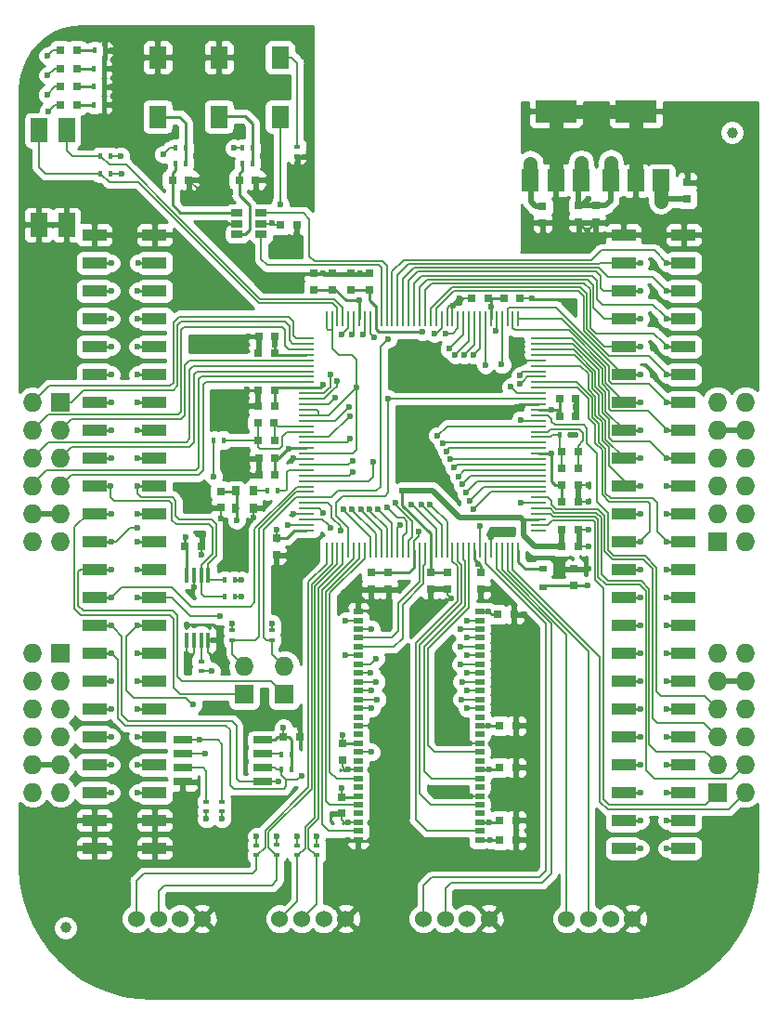
<source format=gbr>
G04 #@! TF.GenerationSoftware,KiCad,Pcbnew,5.0.2+dfsg1-1*
G04 #@! TF.CreationDate,2020-04-04T22:01:51-07:00*
G04 #@! TF.ProjectId,beagle-wire,62656167-6c65-42d7-9769-72652e6b6963,rev?*
G04 #@! TF.SameCoordinates,Original*
G04 #@! TF.FileFunction,Copper,L1,Top*
G04 #@! TF.FilePolarity,Positive*
%FSLAX46Y46*%
G04 Gerber Fmt 4.6, Leading zero omitted, Abs format (unit mm)*
G04 Created by KiCad (PCBNEW 5.0.2+dfsg1-1) date Sat 04 Apr 2020 10:01:51 PM PDT*
%MOMM*%
%LPD*%
G01*
G04 APERTURE LIST*
G04 #@! TA.AperFunction,SMDPad,CuDef*
%ADD10R,0.797560X0.797560*%
G04 #@! TD*
G04 #@! TA.AperFunction,BGAPad,CuDef*
%ADD11C,1.000000*%
G04 #@! TD*
G04 #@! TA.AperFunction,SMDPad,CuDef*
%ADD12R,2.200000X1.020000*%
G04 #@! TD*
G04 #@! TA.AperFunction,ComponentPad*
%ADD13R,1.727200X1.727200*%
G04 #@! TD*
G04 #@! TA.AperFunction,ComponentPad*
%ADD14O,1.727200X1.727200*%
G04 #@! TD*
G04 #@! TA.AperFunction,SMDPad,CuDef*
%ADD15R,0.250000X1.450000*%
G04 #@! TD*
G04 #@! TA.AperFunction,SMDPad,CuDef*
%ADD16R,1.450000X0.250000*%
G04 #@! TD*
G04 #@! TA.AperFunction,SMDPad,CuDef*
%ADD17R,0.900000X0.560000*%
G04 #@! TD*
G04 #@! TA.AperFunction,SMDPad,CuDef*
%ADD18R,0.750000X0.800000*%
G04 #@! TD*
G04 #@! TA.AperFunction,SMDPad,CuDef*
%ADD19R,0.800000X0.750000*%
G04 #@! TD*
G04 #@! TA.AperFunction,SMDPad,CuDef*
%ADD20R,0.400000X0.600000*%
G04 #@! TD*
G04 #@! TA.AperFunction,SMDPad,CuDef*
%ADD21R,3.800000X2.000000*%
G04 #@! TD*
G04 #@! TA.AperFunction,SMDPad,CuDef*
%ADD22R,1.500000X2.000000*%
G04 #@! TD*
G04 #@! TA.AperFunction,SMDPad,CuDef*
%ADD23R,1.700000X0.650000*%
G04 #@! TD*
G04 #@! TA.AperFunction,SMDPad,CuDef*
%ADD24R,1.600000X2.000000*%
G04 #@! TD*
G04 #@! TA.AperFunction,SMDPad,CuDef*
%ADD25R,1.060000X0.650000*%
G04 #@! TD*
G04 #@! TA.AperFunction,SMDPad,CuDef*
%ADD26R,0.450000X1.450000*%
G04 #@! TD*
G04 #@! TA.AperFunction,SMDPad,CuDef*
%ADD27R,0.600000X0.400000*%
G04 #@! TD*
G04 #@! TA.AperFunction,SMDPad,CuDef*
%ADD28R,0.800000X0.600000*%
G04 #@! TD*
G04 #@! TA.AperFunction,SMDPad,CuDef*
%ADD29C,0.650000*%
G04 #@! TD*
G04 #@! TA.AperFunction,Conductor*
%ADD30C,0.100000*%
G04 #@! TD*
G04 #@! TA.AperFunction,SMDPad,CuDef*
%ADD31R,0.650000X0.850000*%
G04 #@! TD*
G04 #@! TA.AperFunction,SMDPad,CuDef*
%ADD32R,1.520000X2.160000*%
G04 #@! TD*
G04 #@! TA.AperFunction,ComponentPad*
%ADD33C,1.524000*%
G04 #@! TD*
G04 #@! TA.AperFunction,ViaPad*
%ADD34C,0.600000*%
G04 #@! TD*
G04 #@! TA.AperFunction,Conductor*
%ADD35C,0.250000*%
G04 #@! TD*
G04 #@! TA.AperFunction,Conductor*
%ADD36C,0.152400*%
G04 #@! TD*
G04 #@! TA.AperFunction,Conductor*
%ADD37C,1.270000*%
G04 #@! TD*
G04 #@! TA.AperFunction,Conductor*
%ADD38C,0.508000*%
G04 #@! TD*
G04 #@! TA.AperFunction,Conductor*
%ADD39C,0.254000*%
G04 #@! TD*
G04 APERTURE END LIST*
D10*
G04 #@! TO.P,D3,1*
G04 #@! TO.N,Net-(D3-Pad1)*
X113291700Y-48865400D03*
G04 #@! TO.P,D3,2*
G04 #@! TO.N,USER_LED2*
X111793100Y-48865400D03*
G04 #@! TD*
G04 #@! TO.P,D2,2*
G04 #@! TO.N,USER_LED1*
X111793100Y-47214400D03*
G04 #@! TO.P,D2,1*
G04 #@! TO.N,Net-(D2-Pad1)*
X113291700Y-47214400D03*
G04 #@! TD*
G04 #@! TO.P,D1,1*
G04 #@! TO.N,Net-(D1-Pad1)*
X113291700Y-45563400D03*
G04 #@! TO.P,D1,2*
G04 #@! TO.N,USER_LED0*
X111793100Y-45563400D03*
G04 #@! TD*
G04 #@! TO.P,D4,2*
G04 #@! TO.N,USER_LED3*
X111793100Y-50516400D03*
G04 #@! TO.P,D4,1*
G04 #@! TO.N,Net-(D4-Pad1)*
X113291700Y-50516400D03*
G04 #@! TD*
D11*
G04 #@! TO.P,MK1,~*
G04 #@! TO.N,N/C*
X112275620Y-125493780D03*
G04 #@! TD*
G04 #@! TO.P,MK2,~*
G04 #@! TO.N,N/C*
X173060360Y-53058060D03*
G04 #@! TD*
D12*
G04 #@! TO.P,P8,46*
G04 #@! TO.N,Net-(P8-Pad46)*
X168640100Y-118262400D03*
G04 #@! TO.P,P8,45*
G04 #@! TO.N,Net-(P8-Pad45)*
X163140100Y-118262400D03*
G04 #@! TO.P,P8,44*
G04 #@! TO.N,Net-(P8-Pad44)*
X168640100Y-115722400D03*
G04 #@! TO.P,P8,43*
G04 #@! TO.N,Net-(P8-Pad43)*
X163140100Y-115722400D03*
G04 #@! TO.P,P8,42*
G04 #@! TO.N,Net-(P8-Pad42)*
X168640100Y-113182400D03*
G04 #@! TO.P,P8,41*
G04 #@! TO.N,Net-(P8-Pad41)*
X163140100Y-113182400D03*
G04 #@! TO.P,P8,40*
G04 #@! TO.N,Net-(P8-Pad40)*
X168640100Y-110642400D03*
G04 #@! TO.P,P8,39*
G04 #@! TO.N,Net-(P8-Pad39)*
X163140100Y-110642400D03*
G04 #@! TO.P,P8,38*
G04 #@! TO.N,Net-(P8-Pad38)*
X168640100Y-108102400D03*
G04 #@! TO.P,P8,37*
G04 #@! TO.N,Net-(P8-Pad37)*
X163140100Y-108102400D03*
G04 #@! TO.P,P8,36*
G04 #@! TO.N,Net-(P8-Pad36)*
X168640100Y-105562400D03*
G04 #@! TO.P,P8,35*
G04 #@! TO.N,Net-(P8-Pad35)*
X163140100Y-105562400D03*
G04 #@! TO.P,P8,34*
G04 #@! TO.N,Net-(P8-Pad34)*
X168640100Y-103022400D03*
G04 #@! TO.P,P8,33*
G04 #@! TO.N,Net-(P8-Pad33)*
X163140100Y-103022400D03*
G04 #@! TO.P,P8,32*
G04 #@! TO.N,Net-(P8-Pad32)*
X168640100Y-100482400D03*
G04 #@! TO.P,P8,31*
G04 #@! TO.N,Net-(P8-Pad31)*
X163140100Y-100482400D03*
G04 #@! TO.P,P8,30*
G04 #@! TO.N,Net-(P8-Pad30)*
X168640100Y-97942400D03*
G04 #@! TO.P,P8,29*
G04 #@! TO.N,Net-(P8-Pad29)*
X163140100Y-97942400D03*
G04 #@! TO.P,P8,28*
G04 #@! TO.N,Net-(P8-Pad28)*
X168640100Y-95402400D03*
G04 #@! TO.P,P8,27*
G04 #@! TO.N,Net-(P8-Pad27)*
X163140100Y-95402400D03*
G04 #@! TO.P,P8,26*
G04 #@! TO.N,Net-(P8-Pad26)*
X168640100Y-92862400D03*
G04 #@! TO.P,P8,25*
G04 #@! TO.N,GPMC_AD0*
X163140100Y-92862400D03*
G04 #@! TO.P,P8,24*
G04 #@! TO.N,GPMC_AD1*
X168640100Y-90322400D03*
G04 #@! TO.P,P8,23*
G04 #@! TO.N,GPMC_AD4*
X163140100Y-90322400D03*
G04 #@! TO.P,P8,22*
G04 #@! TO.N,GPMC_AD5*
X168640100Y-87782400D03*
G04 #@! TO.P,P8,21*
G04 #@! TO.N,GPMC_CSN1*
X163140100Y-87782400D03*
G04 #@! TO.P,P8,20*
G04 #@! TO.N,Net-(P8-Pad20)*
X168640100Y-85242400D03*
G04 #@! TO.P,P8,19*
G04 #@! TO.N,GPMC_AD8*
X163140100Y-85242400D03*
G04 #@! TO.P,P8,18*
G04 #@! TO.N,GPMC_CLK*
X168640100Y-82702400D03*
G04 #@! TO.P,P8,17*
G04 #@! TO.N,GPMC_AD11*
X163140100Y-82702400D03*
G04 #@! TO.P,P8,16*
G04 #@! TO.N,GPMC_AD14*
X168640100Y-80162400D03*
G04 #@! TO.P,P8,15*
G04 #@! TO.N,GPMC_AD15*
X163140100Y-80162400D03*
G04 #@! TO.P,P8,14*
G04 #@! TO.N,GPMC_AD10*
X168640100Y-77622400D03*
G04 #@! TO.P,P8,13*
G04 #@! TO.N,GPMC_AD9*
X163140100Y-77622400D03*
G04 #@! TO.P,P8,12*
G04 #@! TO.N,GPMC_AD12*
X168640100Y-75082400D03*
G04 #@! TO.P,P8,11*
G04 #@! TO.N,GPMC_AD13*
X163140100Y-75082400D03*
G04 #@! TO.P,P8,10*
G04 #@! TO.N,GPMC_WEIN*
X168640100Y-72542400D03*
G04 #@! TO.P,P8,9*
G04 #@! TO.N,GPMC_BE0N*
X163140100Y-72542400D03*
G04 #@! TO.P,P8,8*
G04 #@! TO.N,GPMC_OEN*
X168640100Y-70002400D03*
G04 #@! TO.P,P8,7*
G04 #@! TO.N,GPMC_ADVN*
X163140100Y-70002400D03*
G04 #@! TO.P,P8,6*
G04 #@! TO.N,GPMC_AD3*
X168640100Y-67462400D03*
G04 #@! TO.P,P8,5*
G04 #@! TO.N,GPMC_AD2*
X163140100Y-67462400D03*
G04 #@! TO.P,P8,4*
G04 #@! TO.N,GPMC_AD7*
X168640100Y-64922400D03*
G04 #@! TO.P,P8,3*
G04 #@! TO.N,GPMC_AD6*
X163140100Y-64922400D03*
G04 #@! TO.P,P8,2*
G04 #@! TO.N,GND*
X168640100Y-62382400D03*
G04 #@! TO.P,P8,1*
X163140100Y-62382400D03*
G04 #@! TD*
D13*
G04 #@! TO.P,P1,1*
G04 #@! TO.N,PMOD1_A1*
X111817120Y-77597000D03*
D14*
G04 #@! TO.P,P1,2*
G04 #@! TO.N,PMOD1_B1*
X109277120Y-77597000D03*
G04 #@! TO.P,P1,3*
G04 #@! TO.N,PMOD1_A2*
X111817120Y-80137000D03*
G04 #@! TO.P,P1,4*
G04 #@! TO.N,PMOD1_B2*
X109277120Y-80137000D03*
G04 #@! TO.P,P1,5*
G04 #@! TO.N,PMOD1_A3*
X111817120Y-82677000D03*
G04 #@! TO.P,P1,6*
G04 #@! TO.N,PMOD1_B3*
X109277120Y-82677000D03*
G04 #@! TO.P,P1,7*
G04 #@! TO.N,PMOD1_A4*
X111817120Y-85217000D03*
G04 #@! TO.P,P1,8*
G04 #@! TO.N,PMOD1_B4*
X109277120Y-85217000D03*
G04 #@! TO.P,P1,9*
G04 #@! TO.N,GND*
X111817120Y-87757000D03*
G04 #@! TO.P,P1,10*
X109277120Y-87757000D03*
G04 #@! TO.P,P1,11*
G04 #@! TO.N,+3V3*
X111817120Y-90297000D03*
G04 #@! TO.P,P1,12*
X109277120Y-90297000D03*
G04 #@! TD*
D12*
G04 #@! TO.P,P9,46*
G04 #@! TO.N,GND*
X120380100Y-118262400D03*
G04 #@! TO.P,P9,45*
X114880100Y-118262400D03*
G04 #@! TO.P,P9,44*
X120380100Y-115722400D03*
G04 #@! TO.P,P9,43*
X114880100Y-115722400D03*
G04 #@! TO.P,P9,42*
G04 #@! TO.N,Net-(P9-Pad42)*
X120380100Y-113182400D03*
G04 #@! TO.P,P9,41*
G04 #@! TO.N,Net-(P9-Pad41)*
X114880100Y-113182400D03*
G04 #@! TO.P,P9,40*
G04 #@! TO.N,Net-(P9-Pad40)*
X120380100Y-110642400D03*
G04 #@! TO.P,P9,39*
G04 #@! TO.N,Net-(P9-Pad39)*
X114880100Y-110642400D03*
G04 #@! TO.P,P9,38*
G04 #@! TO.N,Net-(P9-Pad38)*
X120380100Y-108102400D03*
G04 #@! TO.P,P9,37*
G04 #@! TO.N,Net-(P9-Pad37)*
X114880100Y-108102400D03*
G04 #@! TO.P,P9,36*
G04 #@! TO.N,Net-(P9-Pad36)*
X120380100Y-105562400D03*
G04 #@! TO.P,P9,35*
G04 #@! TO.N,Net-(P9-Pad35)*
X114880100Y-105562400D03*
G04 #@! TO.P,P9,34*
G04 #@! TO.N,Net-(P9-Pad34)*
X120380100Y-103022400D03*
G04 #@! TO.P,P9,33*
G04 #@! TO.N,Net-(P9-Pad33)*
X114880100Y-103022400D03*
G04 #@! TO.P,P9,32*
G04 #@! TO.N,Net-(P9-Pad32)*
X120380100Y-100482400D03*
G04 #@! TO.P,P9,31*
G04 #@! TO.N,SPI_SCK*
X114880100Y-100482400D03*
G04 #@! TO.P,P9,30*
G04 #@! TO.N,SPI_MOSI*
X120380100Y-97942400D03*
G04 #@! TO.P,P9,29*
G04 #@! TO.N,SPI_MISO*
X114880100Y-97942400D03*
G04 #@! TO.P,P9,28*
G04 #@! TO.N,SPI_SS*
X120380100Y-95402400D03*
G04 #@! TO.P,P9,27*
G04 #@! TO.N,BB_IRQ_ARM_TO_FPGA*
X114880100Y-95402400D03*
G04 #@! TO.P,P9,26*
G04 #@! TO.N,Net-(P9-Pad26)*
X120380100Y-92862400D03*
G04 #@! TO.P,P9,25*
G04 #@! TO.N,BB_CRESET*
X114880100Y-92862400D03*
G04 #@! TO.P,P9,24*
G04 #@! TO.N,Net-(P9-Pad24)*
X120380100Y-90322400D03*
G04 #@! TO.P,P9,23*
G04 #@! TO.N,BB_IRQ_FPGA_TO_ARM*
X114880100Y-90322400D03*
G04 #@! TO.P,P9,22*
G04 #@! TO.N,Net-(P9-Pad22)*
X120380100Y-87782400D03*
G04 #@! TO.P,P9,21*
G04 #@! TO.N,BB_CDONE*
X114880100Y-87782400D03*
G04 #@! TO.P,P9,20*
G04 #@! TO.N,BB_CFG_SDA*
X120380100Y-85242400D03*
G04 #@! TO.P,P9,19*
G04 #@! TO.N,BB_CFG_SCL*
X114880100Y-85242400D03*
G04 #@! TO.P,P9,18*
G04 #@! TO.N,Net-(P9-Pad18)*
X120380100Y-82702400D03*
G04 #@! TO.P,P9,17*
G04 #@! TO.N,Net-(P9-Pad17)*
X114880100Y-82702400D03*
G04 #@! TO.P,P9,16*
G04 #@! TO.N,Net-(P9-Pad16)*
X120380100Y-80162400D03*
G04 #@! TO.P,P9,15*
G04 #@! TO.N,Net-(P9-Pad15)*
X114880100Y-80162400D03*
G04 #@! TO.P,P9,14*
G04 #@! TO.N,Net-(P9-Pad14)*
X120380100Y-77622400D03*
G04 #@! TO.P,P9,13*
G04 #@! TO.N,Net-(P9-Pad13)*
X114880100Y-77622400D03*
G04 #@! TO.P,P9,12*
G04 #@! TO.N,GMPC_BE1N*
X120380100Y-75082400D03*
G04 #@! TO.P,P9,11*
G04 #@! TO.N,Net-(P9-Pad11)*
X114880100Y-75082400D03*
G04 #@! TO.P,P9,10*
G04 #@! TO.N,SYS_RESETN*
X120380100Y-72542400D03*
G04 #@! TO.P,P9,9*
G04 #@! TO.N,Net-(P9-Pad9)*
X114880100Y-72542400D03*
G04 #@! TO.P,P9,8*
G04 #@! TO.N,SYS_5V*
X120380100Y-70002400D03*
G04 #@! TO.P,P9,7*
X114880100Y-70002400D03*
G04 #@! TO.P,P9,6*
G04 #@! TO.N,+5V*
X120380100Y-67462400D03*
G04 #@! TO.P,P9,5*
X114880100Y-67462400D03*
G04 #@! TO.P,P9,4*
G04 #@! TO.N,Net-(P9-Pad4)*
X120380100Y-64922400D03*
G04 #@! TO.P,P9,3*
G04 #@! TO.N,Net-(P9-Pad3)*
X114880100Y-64922400D03*
G04 #@! TO.P,P9,2*
G04 #@! TO.N,GND*
X120380100Y-62382400D03*
G04 #@! TO.P,P9,1*
X114880100Y-62382400D03*
G04 #@! TD*
D13*
G04 #@! TO.P,P3,1*
G04 #@! TO.N,PMOD3_A1*
X171718820Y-113157000D03*
D14*
G04 #@! TO.P,P3,2*
G04 #@! TO.N,PMOD3_B1*
X174258820Y-113157000D03*
G04 #@! TO.P,P3,3*
G04 #@! TO.N,PMOD3_A2*
X171718820Y-110617000D03*
G04 #@! TO.P,P3,4*
G04 #@! TO.N,PMOD3_B2*
X174258820Y-110617000D03*
G04 #@! TO.P,P3,5*
G04 #@! TO.N,PMOD3_A3*
X171718820Y-108077000D03*
G04 #@! TO.P,P3,6*
G04 #@! TO.N,PMOD3_B3*
X174258820Y-108077000D03*
G04 #@! TO.P,P3,7*
G04 #@! TO.N,PMOD3_A4*
X171718820Y-105537000D03*
G04 #@! TO.P,P3,8*
G04 #@! TO.N,PMOD3_B4*
X174258820Y-105537000D03*
G04 #@! TO.P,P3,9*
G04 #@! TO.N,GND*
X171718820Y-102997000D03*
G04 #@! TO.P,P3,10*
X174258820Y-102997000D03*
G04 #@! TO.P,P3,11*
G04 #@! TO.N,+3V3*
X171718820Y-100457000D03*
G04 #@! TO.P,P3,12*
X174258820Y-100457000D03*
G04 #@! TD*
D15*
G04 #@! TO.P,U1,1*
G04 #@! TO.N,GPMC_AD10*
X153558000Y-69995000D03*
G04 #@! TO.P,U1,2*
G04 #@! TO.N,GPMC_AD9*
X153058000Y-69995000D03*
G04 #@! TO.P,U1,3*
G04 #@! TO.N,GPMC_AD13*
X152558000Y-69995000D03*
G04 #@! TO.P,U1,4*
G04 #@! TO.N,PMOD4_A1*
X152058000Y-69995000D03*
G04 #@! TO.P,U1,5*
G04 #@! TO.N,GND*
X151558000Y-69995000D03*
G04 #@! TO.P,U1,6*
G04 #@! TO.N,+3V3*
X151058000Y-69995000D03*
G04 #@! TO.P,U1,7*
G04 #@! TO.N,PMOD4_B1*
X150558000Y-69995000D03*
G04 #@! TO.P,U1,8*
G04 #@! TO.N,PMOD4_A2*
X150058000Y-69995000D03*
G04 #@! TO.P,U1,9*
G04 #@! TO.N,PMOD4_B2*
X149558000Y-69995000D03*
G04 #@! TO.P,U1,10*
G04 #@! TO.N,PMOD4_A3*
X149058000Y-69995000D03*
G04 #@! TO.P,U1,11*
G04 #@! TO.N,PMOD4_A4*
X148558000Y-69995000D03*
G04 #@! TO.P,U1,12*
G04 #@! TO.N,PMOD4_B4*
X148058000Y-69995000D03*
G04 #@! TO.P,U1,13*
G04 #@! TO.N,GND*
X147558000Y-69995000D03*
G04 #@! TO.P,U1,14*
X147058000Y-69995000D03*
G04 #@! TO.P,U1,15*
G04 #@! TO.N,PMOD4_B3*
X146558000Y-69995000D03*
G04 #@! TO.P,U1,16*
G04 #@! TO.N,GPMC_AD12*
X146058000Y-69995000D03*
G04 #@! TO.P,U1,17*
G04 #@! TO.N,GPMC_BE0N*
X145558000Y-69995000D03*
G04 #@! TO.P,U1,18*
G04 #@! TO.N,GPMC_WEIN*
X145058000Y-69995000D03*
G04 #@! TO.P,U1,19*
G04 #@! TO.N,GPMC_ADVN*
X144558000Y-69995000D03*
G04 #@! TO.P,U1,20*
G04 #@! TO.N,GPMC_OEN*
X144058000Y-69995000D03*
G04 #@! TO.P,U1,21*
G04 #@! TO.N,GPMC_AD2*
X143558000Y-69995000D03*
G04 #@! TO.P,U1,22*
G04 #@! TO.N,GPMC_AD3*
X143058000Y-69995000D03*
G04 #@! TO.P,U1,23*
G04 #@! TO.N,GPMC_AD6*
X142558000Y-69995000D03*
G04 #@! TO.P,U1,24*
G04 #@! TO.N,GPMC_AD7*
X142058000Y-69995000D03*
G04 #@! TO.P,U1,25*
G04 #@! TO.N,USER_BTN0*
X141558000Y-69995000D03*
G04 #@! TO.P,U1,26*
G04 #@! TO.N,USER_BTN1*
X141058000Y-69995000D03*
G04 #@! TO.P,U1,27*
G04 #@! TO.N,+1V2*
X140558000Y-69995000D03*
G04 #@! TO.P,U1,28*
G04 #@! TO.N,USER_LED0*
X140058000Y-69995000D03*
G04 #@! TO.P,U1,29*
G04 #@! TO.N,USER_LED1*
X139558000Y-69995000D03*
G04 #@! TO.P,U1,30*
G04 #@! TO.N,+3V3*
X139058000Y-69995000D03*
G04 #@! TO.P,U1,31*
G04 #@! TO.N,USER_LED2*
X138558000Y-69995000D03*
G04 #@! TO.P,U1,32*
G04 #@! TO.N,USER_LED3*
X138058000Y-69995000D03*
G04 #@! TO.P,U1,33*
G04 #@! TO.N,USER_SW0*
X137558000Y-69995000D03*
G04 #@! TO.P,U1,34*
G04 #@! TO.N,USER_SW1*
X137058000Y-69995000D03*
G04 #@! TO.P,U1,35*
G04 #@! TO.N,Net-(U1-Pad133)*
X136558000Y-69995000D03*
G04 #@! TO.P,U1,36*
X136058000Y-69995000D03*
D16*
G04 #@! TO.P,U1,37*
G04 #@! TO.N,PMOD1_B1*
X134258000Y-71795000D03*
G04 #@! TO.P,U1,38*
G04 #@! TO.N,PMOD1_A1*
X134258000Y-72295000D03*
G04 #@! TO.P,U1,39*
G04 #@! TO.N,PMOD1_B2*
X134258000Y-72795000D03*
G04 #@! TO.P,U1,40*
G04 #@! TO.N,+1V2*
X134258000Y-73295000D03*
G04 #@! TO.P,U1,41*
G04 #@! TO.N,PMOD1_A2*
X134258000Y-73795000D03*
G04 #@! TO.P,U1,42*
G04 #@! TO.N,PMOD1_B3*
X134258000Y-74295000D03*
G04 #@! TO.P,U1,43*
G04 #@! TO.N,PMOD1_A3*
X134258000Y-74795000D03*
G04 #@! TO.P,U1,44*
G04 #@! TO.N,PMOD1_B4*
X134258000Y-75295000D03*
G04 #@! TO.P,U1,45*
G04 #@! TO.N,PMOD1_A4*
X134258000Y-75795000D03*
G04 #@! TO.P,U1,46*
G04 #@! TO.N,+3V3*
X134258000Y-76295000D03*
G04 #@! TO.P,U1,47*
G04 #@! TO.N,PMOD2_B1*
X134258000Y-76795000D03*
G04 #@! TO.P,U1,48*
G04 #@! TO.N,PMOD2_A1*
X134258000Y-77295000D03*
G04 #@! TO.P,U1,49*
G04 #@! TO.N,PMOD2_B2*
X134258000Y-77795000D03*
G04 #@! TO.P,U1,50*
G04 #@! TO.N,Net-(U1-Pad133)*
X134258000Y-78295000D03*
G04 #@! TO.P,U1,51*
X134258000Y-78795000D03*
G04 #@! TO.P,U1,52*
G04 #@! TO.N,PMOD2_A2*
X134258000Y-79295000D03*
G04 #@! TO.P,U1,53*
G04 #@! TO.N,Net-(C2-Pad1)*
X134258000Y-79795000D03*
G04 #@! TO.P,U1,54*
G04 #@! TO.N,Net-(C2-Pad2)*
X134258000Y-80295000D03*
G04 #@! TO.P,U1,55*
G04 #@! TO.N,PMOD2_B3*
X134258000Y-80795000D03*
G04 #@! TO.P,U1,56*
G04 #@! TO.N,PMOD2_A3*
X134258000Y-81295000D03*
G04 #@! TO.P,U1,57*
G04 #@! TO.N,+3V3*
X134258000Y-81795000D03*
G04 #@! TO.P,U1,58*
G04 #@! TO.N,Net-(U1-Pad133)*
X134258000Y-82295000D03*
G04 #@! TO.P,U1,59*
G04 #@! TO.N,GND*
X134258000Y-82795000D03*
G04 #@! TO.P,U1,60*
G04 #@! TO.N,PMOD2_B4*
X134258000Y-83295000D03*
G04 #@! TO.P,U1,61*
G04 #@! TO.N,OSC_OUT*
X134258000Y-83795000D03*
G04 #@! TO.P,U1,62*
G04 #@! TO.N,PMOD2_A4*
X134258000Y-84295000D03*
G04 #@! TO.P,U1,63*
G04 #@! TO.N,BB_IRQ_FPGA_TO_ARM*
X134258000Y-84795000D03*
G04 #@! TO.P,U1,64*
G04 #@! TO.N,BB_IRQ_ARM_TO_FPGA*
X134258000Y-85295000D03*
G04 #@! TO.P,U1,65*
G04 #@! TO.N,ICE40_CDONE*
X134258000Y-85795000D03*
G04 #@! TO.P,U1,66*
G04 #@! TO.N,ICE40_CRESET*
X134258000Y-86295000D03*
G04 #@! TO.P,U1,67*
G04 #@! TO.N,SPI_MISO*
X134258000Y-86795000D03*
G04 #@! TO.P,U1,68*
G04 #@! TO.N,SPI_MOSI*
X134258000Y-87295000D03*
G04 #@! TO.P,U1,69*
G04 #@! TO.N,GND*
X134258000Y-87795000D03*
G04 #@! TO.P,U1,70*
G04 #@! TO.N,SPI_SCK*
X134258000Y-88295000D03*
G04 #@! TO.P,U1,71*
G04 #@! TO.N,SPI_SS*
X134258000Y-88795000D03*
G04 #@! TO.P,U1,72*
G04 #@! TO.N,+3V3*
X134258000Y-89295000D03*
D15*
G04 #@! TO.P,U1,73*
G04 #@! TO.N,GROVE1_IO0*
X136058000Y-91095000D03*
G04 #@! TO.P,U1,74*
G04 #@! TO.N,GROVE1_IO1*
X136558000Y-91095000D03*
G04 #@! TO.P,U1,75*
G04 #@! TO.N,GROVE2_IO0*
X137058000Y-91095000D03*
G04 #@! TO.P,U1,76*
G04 #@! TO.N,GROVE2_IO1*
X137558000Y-91095000D03*
G04 #@! TO.P,U1,77*
G04 #@! TO.N,Net-(U1-Pad133)*
X138058000Y-91095000D03*
G04 #@! TO.P,U1,78*
G04 #@! TO.N,SDRAM_D7*
X138558000Y-91095000D03*
G04 #@! TO.P,U1,79*
G04 #@! TO.N,SDRAM_D6*
X139058000Y-91095000D03*
G04 #@! TO.P,U1,80*
G04 #@! TO.N,SDRAM_D5*
X139558000Y-91095000D03*
G04 #@! TO.P,U1,81*
G04 #@! TO.N,SDRAM_A4*
X140058000Y-91095000D03*
G04 #@! TO.P,U1,82*
G04 #@! TO.N,SDRAM_A8*
X140558000Y-91095000D03*
G04 #@! TO.P,U1,83*
G04 #@! TO.N,SDRAM_A5*
X141058000Y-91095000D03*
G04 #@! TO.P,U1,84*
G04 #@! TO.N,SDRAM_A9*
X141558000Y-91095000D03*
G04 #@! TO.P,U1,85*
G04 #@! TO.N,SDRAM_A11*
X142058000Y-91095000D03*
G04 #@! TO.P,U1,86*
G04 #@! TO.N,GND*
X142558000Y-91095000D03*
G04 #@! TO.P,U1,87*
G04 #@! TO.N,SDRAM_A12*
X143058000Y-91095000D03*
G04 #@! TO.P,U1,88*
G04 #@! TO.N,SDRAM_CKE*
X143558000Y-91095000D03*
G04 #@! TO.P,U1,89*
G04 #@! TO.N,+3V3*
X144058000Y-91095000D03*
G04 #@! TO.P,U1,90*
G04 #@! TO.N,SDRAM_A6*
X144558000Y-91095000D03*
G04 #@! TO.P,U1,91*
G04 #@! TO.N,SDRAM_A7*
X145058000Y-91095000D03*
G04 #@! TO.P,U1,92*
G04 #@! TO.N,+1V2*
X145558000Y-91095000D03*
G04 #@! TO.P,U1,93*
G04 #@! TO.N,SDRAM_CLK*
X146058000Y-91095000D03*
G04 #@! TO.P,U1,94*
G04 #@! TO.N,SDRAM_DQM*
X146558000Y-91095000D03*
G04 #@! TO.P,U1,95*
G04 #@! TO.N,SDRAM_D4*
X147058000Y-91095000D03*
G04 #@! TO.P,U1,96*
G04 #@! TO.N,SDRAM_D0*
X147558000Y-91095000D03*
G04 #@! TO.P,U1,97*
G04 #@! TO.N,SDRAM_D1*
X148058000Y-91095000D03*
G04 #@! TO.P,U1,98*
G04 #@! TO.N,SDRAM_D2*
X148558000Y-91095000D03*
G04 #@! TO.P,U1,99*
G04 #@! TO.N,SDRAM_D3*
X149058000Y-91095000D03*
G04 #@! TO.P,U1,100*
G04 #@! TO.N,+3V3*
X149558000Y-91095000D03*
G04 #@! TO.P,U1,101*
G04 #@! TO.N,SDRAM_A3*
X150058000Y-91095000D03*
G04 #@! TO.P,U1,102*
G04 #@! TO.N,GROVE3_IO0*
X150558000Y-91095000D03*
G04 #@! TO.P,U1,103*
G04 #@! TO.N,GND*
X151058000Y-91095000D03*
G04 #@! TO.P,U1,104*
G04 #@! TO.N,GROVE3_IO1*
X151558000Y-91095000D03*
G04 #@! TO.P,U1,105*
G04 #@! TO.N,GROVE4_IO0*
X152058000Y-91095000D03*
G04 #@! TO.P,U1,106*
G04 #@! TO.N,GROVE4_IO1*
X152558000Y-91095000D03*
G04 #@! TO.P,U1,107*
G04 #@! TO.N,PMOD3_B1*
X153058000Y-91095000D03*
G04 #@! TO.P,U1,108*
G04 #@! TO.N,Net-(D5-Pad1)*
X153558000Y-91095000D03*
D16*
G04 #@! TO.P,U1,109*
G04 #@! TO.N,Net-(U1-Pad109)*
X155358000Y-89295000D03*
G04 #@! TO.P,U1,110*
G04 #@! TO.N,PMOD3_A1*
X155358000Y-88795000D03*
G04 #@! TO.P,U1,111*
G04 #@! TO.N,+1V2*
X155358000Y-88295000D03*
G04 #@! TO.P,U1,112*
G04 #@! TO.N,PMOD3_B2*
X155358000Y-87795000D03*
G04 #@! TO.P,U1,113*
G04 #@! TO.N,PMOD3_A2*
X155358000Y-87295000D03*
G04 #@! TO.P,U1,114*
G04 #@! TO.N,PMOD3_B3*
X155358000Y-86795000D03*
G04 #@! TO.P,U1,115*
G04 #@! TO.N,PMOD3_A3*
X155358000Y-86295000D03*
G04 #@! TO.P,U1,116*
G04 #@! TO.N,SDRAM_A2*
X155358000Y-85795000D03*
G04 #@! TO.P,U1,117*
G04 #@! TO.N,SDRAM_A1*
X155358000Y-85295000D03*
G04 #@! TO.P,U1,118*
G04 #@! TO.N,SDRAM_A0*
X155358000Y-84795000D03*
G04 #@! TO.P,U1,119*
G04 #@! TO.N,SDRAM_A10*
X155358000Y-84295000D03*
G04 #@! TO.P,U1,120*
G04 #@! TO.N,SDRAM_BA1*
X155358000Y-83795000D03*
G04 #@! TO.P,U1,121*
G04 #@! TO.N,SDRAM_BA0*
X155358000Y-83295000D03*
G04 #@! TO.P,U1,122*
G04 #@! TO.N,SDRAM_CS*
X155358000Y-82795000D03*
G04 #@! TO.P,U1,123*
G04 #@! TO.N,+3V3*
X155358000Y-82295000D03*
G04 #@! TO.P,U1,124*
G04 #@! TO.N,SDRAM_RAS*
X155358000Y-81795000D03*
G04 #@! TO.P,U1,125*
G04 #@! TO.N,SDRAM_CAS*
X155358000Y-81295000D03*
G04 #@! TO.P,U1,126*
G04 #@! TO.N,Net-(C1-Pad2)*
X155358000Y-80795000D03*
G04 #@! TO.P,U1,127*
G04 #@! TO.N,Net-(C1-Pad1)*
X155358000Y-80295000D03*
G04 #@! TO.P,U1,128*
G04 #@! TO.N,SDRAM_WE*
X155358000Y-79795000D03*
G04 #@! TO.P,U1,129*
G04 #@! TO.N,PMOD3_B4*
X155358000Y-79295000D03*
G04 #@! TO.P,U1,130*
G04 #@! TO.N,PMOD3_A4*
X155358000Y-78795000D03*
G04 #@! TO.P,U1,131*
G04 #@! TO.N,+3V3*
X155358000Y-78295000D03*
G04 #@! TO.P,U1,132*
G04 #@! TO.N,GND*
X155358000Y-77795000D03*
G04 #@! TO.P,U1,133*
G04 #@! TO.N,Net-(U1-Pad133)*
X155358000Y-77295000D03*
G04 #@! TO.P,U1,134*
G04 #@! TO.N,GPMC_AD0*
X155358000Y-76795000D03*
G04 #@! TO.P,U1,135*
G04 #@! TO.N,GPMC_AD4*
X155358000Y-76295000D03*
G04 #@! TO.P,U1,136*
G04 #@! TO.N,GPMC_AD1*
X155358000Y-75795000D03*
G04 #@! TO.P,U1,137*
G04 #@! TO.N,GPMC_CSN1*
X155358000Y-75295000D03*
G04 #@! TO.P,U1,138*
G04 #@! TO.N,GPMC_AD5*
X155358000Y-74795000D03*
G04 #@! TO.P,U1,139*
G04 #@! TO.N,GPMC_AD8*
X155358000Y-74295000D03*
G04 #@! TO.P,U1,140*
G04 #@! TO.N,GND*
X155358000Y-73795000D03*
G04 #@! TO.P,U1,141*
G04 #@! TO.N,GPMC_AD11*
X155358000Y-73295000D03*
G04 #@! TO.P,U1,142*
G04 #@! TO.N,GPMC_CLK*
X155358000Y-72795000D03*
G04 #@! TO.P,U1,143*
G04 #@! TO.N,GPMC_AD15*
X155358000Y-72295000D03*
G04 #@! TO.P,U1,144*
G04 #@! TO.N,GPMC_AD14*
X155358000Y-71795000D03*
G04 #@! TD*
D17*
G04 #@! TO.P,U6,28*
G04 #@! TO.N,GND*
X138963200Y-96690560D03*
G04 #@! TO.P,U6,1*
G04 #@! TO.N,+3V3*
X150023200Y-117490560D03*
G04 #@! TO.P,U6,2*
G04 #@! TO.N,SDRAM_D0*
X150023200Y-116690560D03*
G04 #@! TO.P,U6,3*
G04 #@! TO.N,+3V3*
X150023200Y-115890560D03*
G04 #@! TO.P,U6,4*
G04 #@! TO.N,N/C*
X150023200Y-115090560D03*
G04 #@! TO.P,U6,5*
G04 #@! TO.N,SDRAM_D1*
X150023200Y-114290560D03*
G04 #@! TO.P,U6,6*
G04 #@! TO.N,GND*
X150023200Y-113490560D03*
G04 #@! TO.P,U6,7*
G04 #@! TO.N,N/C*
X150023200Y-112690560D03*
G04 #@! TO.P,U6,8*
G04 #@! TO.N,SDRAM_D2*
X150023200Y-111890560D03*
G04 #@! TO.P,U6,9*
G04 #@! TO.N,+3V3*
X150023200Y-111090560D03*
G04 #@! TO.P,U6,10*
G04 #@! TO.N,N/C*
X150023200Y-110290560D03*
G04 #@! TO.P,U6,11*
G04 #@! TO.N,SDRAM_D3*
X150023200Y-109490560D03*
G04 #@! TO.P,U6,12*
G04 #@! TO.N,GND*
X150023200Y-108690560D03*
G04 #@! TO.P,U6,13*
G04 #@! TO.N,N/C*
X150023200Y-107890560D03*
G04 #@! TO.P,U6,14*
G04 #@! TO.N,+3V3*
X150023200Y-107090560D03*
G04 #@! TO.P,U6,15*
G04 #@! TO.N,N/C*
X150023200Y-106290560D03*
G04 #@! TO.P,U6,16*
G04 #@! TO.N,SDRAM_WE*
X150023200Y-105490560D03*
G04 #@! TO.P,U6,17*
G04 #@! TO.N,SDRAM_CAS*
X150023200Y-104690560D03*
G04 #@! TO.P,U6,18*
G04 #@! TO.N,SDRAM_RAS*
X150023200Y-103890560D03*
G04 #@! TO.P,U6,19*
G04 #@! TO.N,SDRAM_CS*
X150023200Y-103090560D03*
G04 #@! TO.P,U6,20*
G04 #@! TO.N,SDRAM_BA0*
X150023200Y-102290560D03*
G04 #@! TO.P,U6,21*
G04 #@! TO.N,SDRAM_BA1*
X150023200Y-101490560D03*
G04 #@! TO.P,U6,22*
G04 #@! TO.N,SDRAM_A10*
X150023200Y-100690560D03*
G04 #@! TO.P,U6,23*
G04 #@! TO.N,SDRAM_A0*
X150023200Y-99890560D03*
G04 #@! TO.P,U6,24*
G04 #@! TO.N,SDRAM_A1*
X150023200Y-99090560D03*
G04 #@! TO.P,U6,25*
G04 #@! TO.N,SDRAM_A2*
X150023200Y-98290560D03*
G04 #@! TO.P,U6,26*
G04 #@! TO.N,SDRAM_A3*
X150023200Y-97490560D03*
G04 #@! TO.P,U6,27*
G04 #@! TO.N,+3V3*
X150023200Y-96690560D03*
G04 #@! TO.P,U6,29*
G04 #@! TO.N,SDRAM_A4*
X138963200Y-97490560D03*
G04 #@! TO.P,U6,30*
G04 #@! TO.N,SDRAM_A5*
X138963200Y-98290560D03*
G04 #@! TO.P,U6,31*
G04 #@! TO.N,SDRAM_A6*
X138963200Y-99090560D03*
G04 #@! TO.P,U6,32*
G04 #@! TO.N,SDRAM_A7*
X138963200Y-99890560D03*
G04 #@! TO.P,U6,33*
G04 #@! TO.N,SDRAM_A8*
X138963200Y-100690560D03*
G04 #@! TO.P,U6,34*
G04 #@! TO.N,SDRAM_A9*
X138963200Y-101490560D03*
G04 #@! TO.P,U6,35*
G04 #@! TO.N,SDRAM_A11*
X138963200Y-102290560D03*
G04 #@! TO.P,U6,36*
G04 #@! TO.N,SDRAM_A12*
X138963200Y-103090560D03*
G04 #@! TO.P,U6,37*
G04 #@! TO.N,SDRAM_CKE*
X138963200Y-103890560D03*
G04 #@! TO.P,U6,38*
G04 #@! TO.N,SDRAM_CLK*
X138963200Y-104690560D03*
G04 #@! TO.P,U6,39*
G04 #@! TO.N,SDRAM_DQM*
X138963200Y-105490560D03*
G04 #@! TO.P,U6,40*
G04 #@! TO.N,N/C*
X138963200Y-106290560D03*
G04 #@! TO.P,U6,41*
G04 #@! TO.N,GND*
X138963200Y-107090560D03*
G04 #@! TO.P,U6,42*
G04 #@! TO.N,N/C*
X138963200Y-107890560D03*
G04 #@! TO.P,U6,43*
G04 #@! TO.N,+3V3*
X138963200Y-108690560D03*
G04 #@! TO.P,U6,44*
G04 #@! TO.N,SDRAM_D4*
X138963200Y-109490560D03*
G04 #@! TO.P,U6,45*
G04 #@! TO.N,N/C*
X138963200Y-110290560D03*
G04 #@! TO.P,U6,46*
G04 #@! TO.N,GND*
X138963200Y-111090560D03*
G04 #@! TO.P,U6,47*
G04 #@! TO.N,SDRAM_D5*
X138963200Y-111890560D03*
G04 #@! TO.P,U6,48*
G04 #@! TO.N,N/C*
X138963200Y-112690560D03*
G04 #@! TO.P,U6,49*
G04 #@! TO.N,+3V3*
X138963200Y-113490560D03*
G04 #@! TO.P,U6,50*
G04 #@! TO.N,SDRAM_D6*
X138963200Y-114290560D03*
G04 #@! TO.P,U6,51*
G04 #@! TO.N,N/C*
X138963200Y-115090560D03*
G04 #@! TO.P,U6,52*
G04 #@! TO.N,GND*
X138963200Y-115890560D03*
G04 #@! TO.P,U6,53*
G04 #@! TO.N,SDRAM_D7*
X138963200Y-116690560D03*
G04 #@! TO.P,U6,54*
G04 #@! TO.N,GND*
X138963200Y-117490560D03*
G04 #@! TD*
D18*
G04 #@! TO.P,C36,1*
G04 #@! TO.N,GND*
X131490000Y-91530000D03*
G04 #@! TO.P,C36,2*
G04 #@! TO.N,+3V3*
X131490000Y-90030000D03*
G04 #@! TD*
D19*
G04 #@! TO.P,C40,1*
G04 #@! TO.N,GND*
X133642200Y-108105400D03*
G04 #@! TO.P,C40,2*
G04 #@! TO.N,+3V3*
X132142200Y-108105400D03*
G04 #@! TD*
D18*
G04 #@! TO.P,C5,1*
G04 #@! TO.N,SYS_5V*
X155770000Y-59780000D03*
G04 #@! TO.P,C5,2*
G04 #@! TO.N,GND*
X155770000Y-61280000D03*
G04 #@! TD*
G04 #@! TO.P,C10,1*
G04 #@! TO.N,+3V3*
X159040000Y-59720000D03*
G04 #@! TO.P,C10,2*
G04 #@! TO.N,GND*
X159040000Y-61220000D03*
G04 #@! TD*
G04 #@! TO.P,C12,1*
G04 #@! TO.N,+3V3*
X160640000Y-59720000D03*
G04 #@! TO.P,C12,2*
G04 #@! TO.N,GND*
X160640000Y-61220000D03*
G04 #@! TD*
G04 #@! TO.P,C18,1*
G04 #@! TO.N,+1V2*
X168950000Y-59090000D03*
G04 #@! TO.P,C18,2*
G04 #@! TO.N,GND*
X168950000Y-57590000D03*
G04 #@! TD*
G04 #@! TO.P,C21,1*
G04 #@! TO.N,+3V3*
X126401000Y-85715000D03*
G04 #@! TO.P,C21,2*
G04 #@! TO.N,GND*
X126401000Y-87215000D03*
G04 #@! TD*
D19*
G04 #@! TO.P,C1,1*
G04 #@! TO.N,Net-(C1-Pad1)*
X159008000Y-83630000D03*
G04 #@! TO.P,C1,2*
G04 #@! TO.N,Net-(C1-Pad2)*
X157508000Y-83630000D03*
G04 #@! TD*
G04 #@! TO.P,C2,1*
G04 #@! TO.N,Net-(C2-Pad1)*
X131310000Y-81070000D03*
G04 #@! TO.P,C2,2*
G04 #@! TO.N,Net-(C2-Pad2)*
X129810000Y-81070000D03*
G04 #@! TD*
G04 #@! TO.P,C3,1*
G04 #@! TO.N,Net-(C1-Pad1)*
X159020000Y-82106000D03*
G04 #@! TO.P,C3,2*
G04 #@! TO.N,Net-(C1-Pad2)*
X157520000Y-82106000D03*
G04 #@! TD*
G04 #@! TO.P,C4,1*
G04 #@! TO.N,Net-(C2-Pad1)*
X131300000Y-79480000D03*
G04 #@! TO.P,C4,2*
G04 #@! TO.N,Net-(C2-Pad2)*
X129800000Y-79480000D03*
G04 #@! TD*
G04 #@! TO.P,C6,1*
G04 #@! TO.N,+3V3*
X152240000Y-68150000D03*
G04 #@! TO.P,C6,2*
G04 #@! TO.N,GND*
X153740000Y-68150000D03*
G04 #@! TD*
G04 #@! TO.P,C7,1*
G04 #@! TO.N,+3V3*
X150790000Y-68140000D03*
G04 #@! TO.P,C7,2*
G04 #@! TO.N,GND*
X149290000Y-68140000D03*
G04 #@! TD*
D18*
G04 #@! TO.P,C8,1*
G04 #@! TO.N,+3V3*
X134900000Y-67350000D03*
G04 #@! TO.P,C8,2*
G04 #@! TO.N,GND*
X134900000Y-65850000D03*
G04 #@! TD*
G04 #@! TO.P,C9,1*
G04 #@! TO.N,+3V3*
X136610000Y-67360000D03*
G04 #@! TO.P,C9,2*
G04 #@! TO.N,GND*
X136610000Y-65860000D03*
G04 #@! TD*
D19*
G04 #@! TO.P,C11,1*
G04 #@! TO.N,+3V3*
X131320000Y-76500000D03*
G04 #@! TO.P,C11,2*
G04 #@! TO.N,GND*
X129820000Y-76500000D03*
G04 #@! TD*
G04 #@! TO.P,C13,1*
G04 #@! TO.N,+3V3*
X131320000Y-77960000D03*
G04 #@! TO.P,C13,2*
G04 #@! TO.N,GND*
X129820000Y-77960000D03*
G04 #@! TD*
G04 #@! TO.P,C14,1*
G04 #@! TO.N,+3V3*
X131386000Y-84256000D03*
G04 #@! TO.P,C14,2*
G04 #@! TO.N,GND*
X129886000Y-84256000D03*
G04 #@! TD*
G04 #@! TO.P,C15,1*
G04 #@! TO.N,+3V3*
X131386000Y-82732000D03*
G04 #@! TO.P,C15,2*
G04 #@! TO.N,GND*
X129886000Y-82732000D03*
G04 #@! TD*
D18*
G04 #@! TO.P,C16,1*
G04 #@! TO.N,+3V3*
X140150000Y-93150000D03*
G04 #@! TO.P,C16,2*
G04 #@! TO.N,GND*
X140150000Y-94650000D03*
G04 #@! TD*
G04 #@! TO.P,C17,1*
G04 #@! TO.N,+3V3*
X141690000Y-93150000D03*
G04 #@! TO.P,C17,2*
G04 #@! TO.N,GND*
X141690000Y-94650000D03*
G04 #@! TD*
G04 #@! TO.P,C19,1*
G04 #@! TO.N,+3V3*
X158648400Y-94285500D03*
G04 #@! TO.P,C19,2*
G04 #@! TO.N,GND*
X158648400Y-92785500D03*
G04 #@! TD*
G04 #@! TO.P,C20,1*
G04 #@! TO.N,+3V3*
X150142000Y-93118000D03*
G04 #@! TO.P,C20,2*
G04 #@! TO.N,GND*
X150142000Y-94618000D03*
G04 #@! TD*
D19*
G04 #@! TO.P,C22,1*
G04 #@! TO.N,+3V3*
X157508000Y-86678000D03*
G04 #@! TO.P,C22,2*
G04 #@! TO.N,GND*
X159008000Y-86678000D03*
G04 #@! TD*
G04 #@! TO.P,C23,1*
G04 #@! TO.N,+3V3*
X157508000Y-85154000D03*
G04 #@! TO.P,C23,2*
G04 #@! TO.N,GND*
X159008000Y-85154000D03*
G04 #@! TD*
G04 #@! TO.P,C24,1*
G04 #@! TO.N,+3V3*
X157300000Y-77260000D03*
G04 #@! TO.P,C24,2*
G04 #@! TO.N,GND*
X158800000Y-77260000D03*
G04 #@! TD*
G04 #@! TO.P,C25,1*
G04 #@! TO.N,+3V3*
X157300000Y-78870000D03*
G04 #@! TO.P,C25,2*
G04 #@! TO.N,GND*
X158800000Y-78870000D03*
G04 #@! TD*
D18*
G04 #@! TO.P,C26,1*
G04 #@! TO.N,+1V2*
X140004800Y-67370000D03*
G04 #@! TO.P,C26,2*
G04 #@! TO.N,GND*
X140004800Y-65870000D03*
G04 #@! TD*
G04 #@! TO.P,C27,1*
G04 #@! TO.N,+1V2*
X138310000Y-67360000D03*
G04 #@! TO.P,C27,2*
G04 #@! TO.N,GND*
X138310000Y-65860000D03*
G04 #@! TD*
D19*
G04 #@! TO.P,C28,1*
G04 #@! TO.N,+1V2*
X131370000Y-71600000D03*
G04 #@! TO.P,C28,2*
G04 #@! TO.N,GND*
X129870000Y-71600000D03*
G04 #@! TD*
G04 #@! TO.P,C30,1*
G04 #@! TO.N,+1V2*
X131360000Y-73110000D03*
G04 #@! TO.P,C30,2*
G04 #@! TO.N,GND*
X129860000Y-73110000D03*
G04 #@! TD*
D18*
G04 #@! TO.P,C31,1*
G04 #@! TO.N,+1V2*
X147094000Y-93130000D03*
G04 #@! TO.P,C31,2*
G04 #@! TO.N,GND*
X147094000Y-94630000D03*
G04 #@! TD*
G04 #@! TO.P,C32,1*
G04 #@! TO.N,+1V2*
X145570000Y-93130000D03*
G04 #@! TO.P,C32,2*
G04 #@! TO.N,GND*
X145570000Y-94630000D03*
G04 #@! TD*
D19*
G04 #@! TO.P,C33,1*
G04 #@! TO.N,+1V2*
X157540000Y-89242000D03*
G04 #@! TO.P,C33,2*
G04 #@! TO.N,GND*
X159040000Y-89242000D03*
G04 #@! TD*
G04 #@! TO.P,C34,1*
G04 #@! TO.N,+1V2*
X157540000Y-90766000D03*
G04 #@! TO.P,C34,2*
G04 #@! TO.N,GND*
X159040000Y-90766000D03*
G04 #@! TD*
G04 #@! TO.P,C35,1*
G04 #@! TO.N,+3V3*
X151859200Y-117504560D03*
G04 #@! TO.P,C35,2*
G04 #@! TO.N,GND*
X153359200Y-117504560D03*
G04 #@! TD*
G04 #@! TO.P,C37,1*
G04 #@! TO.N,+3V3*
X151859200Y-107090560D03*
G04 #@! TO.P,C37,2*
G04 #@! TO.N,GND*
X153359200Y-107090560D03*
G04 #@! TD*
G04 #@! TO.P,C38,1*
G04 #@! TO.N,+3V3*
X151680000Y-96960000D03*
G04 #@! TO.P,C38,2*
G04 #@! TO.N,GND*
X153180000Y-96960000D03*
G04 #@! TD*
G04 #@! TO.P,C39,1*
G04 #@! TO.N,+3V3*
X151859200Y-115726560D03*
G04 #@! TO.P,C39,2*
G04 #@! TO.N,GND*
X153359200Y-115726560D03*
G04 #@! TD*
G04 #@! TO.P,C41,1*
G04 #@! TO.N,+3V3*
X151859200Y-110900560D03*
G04 #@! TO.P,C41,2*
G04 #@! TO.N,GND*
X153359200Y-110900560D03*
G04 #@! TD*
D18*
G04 #@! TO.P,C42,1*
G04 #@! TO.N,+3V3*
X137500000Y-108690000D03*
G04 #@! TO.P,C42,2*
G04 #@! TO.N,GND*
X137500000Y-110190000D03*
G04 #@! TD*
G04 #@! TO.P,C43,1*
G04 #@! TO.N,+3V3*
X137430000Y-113570000D03*
G04 #@! TO.P,C43,2*
G04 #@! TO.N,GND*
X137430000Y-115070000D03*
G04 #@! TD*
D20*
G04 #@! TO.P,R21,1*
G04 #@! TO.N,USER_SW0*
X115450200Y-55194200D03*
G04 #@! TO.P,R21,2*
G04 #@! TO.N,+3V3*
X116350200Y-55194200D03*
G04 #@! TD*
G04 #@! TO.P,R22,1*
G04 #@! TO.N,USER_SW1*
X115450200Y-56769000D03*
G04 #@! TO.P,R22,2*
G04 #@! TO.N,+3V3*
X116350200Y-56769000D03*
G04 #@! TD*
G04 #@! TO.P,R4,1*
G04 #@! TO.N,GND*
X115773700Y-50516400D03*
G04 #@! TO.P,R4,2*
G04 #@! TO.N,Net-(D4-Pad1)*
X114873700Y-50516400D03*
G04 #@! TD*
G04 #@! TO.P,R5,1*
G04 #@! TO.N,GND*
X115773700Y-48865400D03*
G04 #@! TO.P,R5,2*
G04 #@! TO.N,Net-(D3-Pad1)*
X114873700Y-48865400D03*
G04 #@! TD*
G04 #@! TO.P,R6,1*
G04 #@! TO.N,GND*
X115773700Y-47214400D03*
G04 #@! TO.P,R6,2*
G04 #@! TO.N,Net-(D2-Pad1)*
X114873700Y-47214400D03*
G04 #@! TD*
G04 #@! TO.P,R7,1*
G04 #@! TO.N,GND*
X115824500Y-45563400D03*
G04 #@! TO.P,R7,2*
G04 #@! TO.N,Net-(D1-Pad1)*
X114924500Y-45563400D03*
G04 #@! TD*
G04 #@! TO.P,R10,1*
G04 #@! TO.N,OSC_OUT*
X131590000Y-85710000D03*
G04 #@! TO.P,R10,2*
G04 #@! TO.N,Net-(R10-Pad2)*
X130690000Y-85710000D03*
G04 #@! TD*
G04 #@! TO.P,R1,1*
G04 #@! TO.N,+1V2*
X158230000Y-80630000D03*
G04 #@! TO.P,R1,2*
G04 #@! TO.N,Net-(C1-Pad2)*
X157330000Y-80630000D03*
G04 #@! TD*
G04 #@! TO.P,R2,1*
G04 #@! TO.N,+1V2*
X125750000Y-81070000D03*
G04 #@! TO.P,R2,2*
G04 #@! TO.N,Net-(C2-Pad2)*
X126650000Y-81070000D03*
G04 #@! TD*
D21*
G04 #@! TO.P,U2,4*
G04 #@! TO.N,GND*
X156970000Y-51100000D03*
D22*
G04 #@! TO.P,U2,2*
X156970000Y-57400000D03*
G04 #@! TO.P,U2,3*
G04 #@! TO.N,+3V3*
X159270000Y-57400000D03*
G04 #@! TO.P,U2,1*
G04 #@! TO.N,SYS_5V*
X154670000Y-57400000D03*
G04 #@! TD*
D23*
G04 #@! TO.P,U5,1*
G04 #@! TO.N,SPI_SS*
X122925200Y-108402400D03*
G04 #@! TO.P,U5,2*
G04 #@! TO.N,SPI_MOSI*
X122925200Y-109672400D03*
G04 #@! TO.P,U5,3*
G04 #@! TO.N,Net-(R12-Pad2)*
X122925200Y-110942400D03*
G04 #@! TO.P,U5,4*
G04 #@! TO.N,GND*
X122925200Y-112212400D03*
G04 #@! TO.P,U5,5*
G04 #@! TO.N,SPI_MISO*
X130225200Y-112212400D03*
G04 #@! TO.P,U5,6*
G04 #@! TO.N,SPI_SCK*
X130225200Y-110942400D03*
G04 #@! TO.P,U5,7*
G04 #@! TO.N,Net-(R11-Pad2)*
X130225200Y-109672400D03*
G04 #@! TO.P,U5,8*
G04 #@! TO.N,+3V3*
X130225200Y-108402400D03*
G04 #@! TD*
D21*
G04 #@! TO.P,U3,4*
G04 #@! TO.N,GND*
X164270000Y-51120000D03*
D22*
G04 #@! TO.P,U3,2*
X164270000Y-57420000D03*
G04 #@! TO.P,U3,3*
G04 #@! TO.N,+1V2*
X166570000Y-57420000D03*
G04 #@! TO.P,U3,1*
G04 #@! TO.N,+3V3*
X161970000Y-57420000D03*
G04 #@! TD*
D24*
G04 #@! TO.P,SW1,2*
G04 #@! TO.N,Net-(R17-Pad2)*
X120650000Y-51595000D03*
G04 #@! TO.P,SW1,1*
G04 #@! TO.N,GND*
X120650000Y-46195000D03*
G04 #@! TD*
G04 #@! TO.P,SW2,2*
G04 #@! TO.N,Net-(R18-Pad2)*
X126238000Y-51595000D03*
G04 #@! TO.P,SW2,1*
G04 #@! TO.N,GND*
X126238000Y-46195000D03*
G04 #@! TD*
G04 #@! TO.P,SW3,2*
G04 #@! TO.N,ICE40_CRESET*
X131815840Y-51595000D03*
G04 #@! TO.P,SW3,1*
G04 #@! TO.N,Net-(R3-Pad1)*
X131815840Y-46195000D03*
G04 #@! TD*
D25*
G04 #@! TO.P,U7,1*
G04 #@! TO.N,Net-(C44-Pad1)*
X127910000Y-60380000D03*
G04 #@! TO.P,U7,2*
G04 #@! TO.N,GND*
X127910000Y-61330000D03*
G04 #@! TO.P,U7,3*
G04 #@! TO.N,Net-(C45-Pad1)*
X127910000Y-62280000D03*
G04 #@! TO.P,U7,4*
G04 #@! TO.N,USER_BTN1*
X130110000Y-62280000D03*
G04 #@! TO.P,U7,6*
G04 #@! TO.N,USER_BTN0*
X130110000Y-60380000D03*
G04 #@! TO.P,U7,5*
G04 #@! TO.N,+3V3*
X130110000Y-61330000D03*
G04 #@! TD*
D26*
G04 #@! TO.P,U4,1*
G04 #@! TO.N,GND*
X123323000Y-99260400D03*
G04 #@! TO.P,U4,2*
X123973000Y-99260400D03*
G04 #@! TO.P,U4,3*
G04 #@! TO.N,Net-(R27-Pad2)*
X124623000Y-99260400D03*
G04 #@! TO.P,U4,4*
G04 #@! TO.N,GND*
X125273000Y-99260400D03*
G04 #@! TO.P,U4,5*
G04 #@! TO.N,BB_CFG_SDA*
X125273000Y-93360400D03*
G04 #@! TO.P,U4,6*
G04 #@! TO.N,BB_CFG_SCL*
X124623000Y-93360400D03*
G04 #@! TO.P,U4,7*
G04 #@! TO.N,GND*
X123973000Y-93360400D03*
G04 #@! TO.P,U4,8*
G04 #@! TO.N,+3V3*
X123323000Y-93360400D03*
G04 #@! TD*
D13*
G04 #@! TO.P,JP1,1*
G04 #@! TO.N,BB_CDONE*
X128560000Y-104200000D03*
D14*
G04 #@! TO.P,JP1,2*
G04 #@! TO.N,ICE40_CDONE*
X128560000Y-101660000D03*
G04 #@! TD*
D13*
G04 #@! TO.P,JP2,1*
G04 #@! TO.N,BB_CRESET*
X132190000Y-104200000D03*
D14*
G04 #@! TO.P,JP2,2*
G04 #@! TO.N,ICE40_CRESET*
X132190000Y-101660000D03*
G04 #@! TD*
D13*
G04 #@! TO.P,P2,1*
G04 #@! TO.N,PMOD2_A1*
X111817120Y-100457000D03*
D14*
G04 #@! TO.P,P2,2*
G04 #@! TO.N,PMOD2_B1*
X109277120Y-100457000D03*
G04 #@! TO.P,P2,3*
G04 #@! TO.N,PMOD2_A2*
X111817120Y-102997000D03*
G04 #@! TO.P,P2,4*
G04 #@! TO.N,PMOD2_B2*
X109277120Y-102997000D03*
G04 #@! TO.P,P2,5*
G04 #@! TO.N,PMOD2_A3*
X111817120Y-105537000D03*
G04 #@! TO.P,P2,6*
G04 #@! TO.N,PMOD2_B3*
X109277120Y-105537000D03*
G04 #@! TO.P,P2,7*
G04 #@! TO.N,PMOD2_A4*
X111817120Y-108077000D03*
G04 #@! TO.P,P2,8*
G04 #@! TO.N,PMOD2_B4*
X109277120Y-108077000D03*
G04 #@! TO.P,P2,9*
G04 #@! TO.N,GND*
X111817120Y-110617000D03*
G04 #@! TO.P,P2,10*
X109277120Y-110617000D03*
G04 #@! TO.P,P2,11*
G04 #@! TO.N,+3V3*
X111817120Y-113157000D03*
G04 #@! TO.P,P2,12*
X109277120Y-113157000D03*
G04 #@! TD*
D19*
G04 #@! TO.P,C29,1*
G04 #@! TO.N,+3V3*
X123165000Y-90734400D03*
G04 #@! TO.P,C29,2*
G04 #@! TO.N,GND*
X124665000Y-90734400D03*
G04 #@! TD*
G04 #@! TO.P,C46,1*
G04 #@! TO.N,+3V3*
X131850000Y-61470000D03*
G04 #@! TO.P,C46,2*
G04 #@! TO.N,GND*
X133350000Y-61470000D03*
G04 #@! TD*
D20*
G04 #@! TO.P,R11,1*
G04 #@! TO.N,+3V3*
X132862200Y-109705400D03*
G04 #@! TO.P,R11,2*
G04 #@! TO.N,Net-(R11-Pad2)*
X131962200Y-109705400D03*
G04 #@! TD*
D27*
G04 #@! TO.P,R12,1*
G04 #@! TO.N,+3V3*
X125122200Y-114905400D03*
G04 #@! TO.P,R12,2*
G04 #@! TO.N,Net-(R12-Pad2)*
X125122200Y-114005400D03*
G04 #@! TD*
G04 #@! TO.P,R13,1*
G04 #@! TO.N,+3V3*
X126522200Y-114895400D03*
G04 #@! TO.P,R13,2*
G04 #@! TO.N,SPI_SS*
X126522200Y-113995400D03*
G04 #@! TD*
D20*
G04 #@! TO.P,R14,1*
G04 #@! TO.N,+3V3*
X132862200Y-111105400D03*
G04 #@! TO.P,R14,2*
G04 #@! TO.N,SPI_SCK*
X131962200Y-111105400D03*
G04 #@! TD*
G04 #@! TO.P,R15,1*
G04 #@! TO.N,+3V3*
X127665000Y-93828400D03*
G04 #@! TO.P,R15,2*
G04 #@! TO.N,BB_CFG_SDA*
X126765000Y-93828400D03*
G04 #@! TD*
G04 #@! TO.P,R16,1*
G04 #@! TO.N,+3V3*
X127665000Y-95352400D03*
G04 #@! TO.P,R16,2*
G04 #@! TO.N,BB_CFG_SCL*
X126765000Y-95352400D03*
G04 #@! TD*
G04 #@! TO.P,R17,1*
G04 #@! TO.N,+3V3*
X122301000Y-54451000D03*
G04 #@! TO.P,R17,2*
G04 #@! TO.N,Net-(R17-Pad2)*
X123201000Y-54451000D03*
G04 #@! TD*
G04 #@! TO.P,R18,1*
G04 #@! TO.N,+3V3*
X128397000Y-54451000D03*
G04 #@! TO.P,R18,2*
G04 #@! TO.N,Net-(R18-Pad2)*
X129297000Y-54451000D03*
G04 #@! TD*
G04 #@! TO.P,R19,1*
G04 #@! TO.N,Net-(R17-Pad2)*
X123201000Y-55848000D03*
G04 #@! TO.P,R19,2*
G04 #@! TO.N,Net-(C44-Pad1)*
X122301000Y-55848000D03*
G04 #@! TD*
G04 #@! TO.P,R20,1*
G04 #@! TO.N,Net-(R18-Pad2)*
X129297000Y-55848000D03*
G04 #@! TO.P,R20,2*
G04 #@! TO.N,Net-(C45-Pad1)*
X128397000Y-55848000D03*
G04 #@! TD*
D27*
G04 #@! TO.P,R8,1*
G04 #@! TO.N,+3V3*
X131080000Y-98370000D03*
G04 #@! TO.P,R8,2*
G04 #@! TO.N,ICE40_CRESET*
X131080000Y-99270000D03*
G04 #@! TD*
G04 #@! TO.P,R9,1*
G04 #@! TO.N,+3V3*
X127490000Y-98390000D03*
G04 #@! TO.P,R9,2*
G04 #@! TO.N,ICE40_CDONE*
X127490000Y-99290000D03*
G04 #@! TD*
G04 #@! TO.P,R23,1*
G04 #@! TO.N,+3V3*
X131546600Y-117964800D03*
G04 #@! TO.P,R23,2*
G04 #@! TO.N,GROVE1_IO1*
X131546600Y-118864800D03*
G04 #@! TD*
G04 #@! TO.P,R24,1*
G04 #@! TO.N,+3V3*
X135166100Y-117990200D03*
G04 #@! TO.P,R24,2*
G04 #@! TO.N,GROVE2_IO1*
X135166100Y-118890200D03*
G04 #@! TD*
G04 #@! TO.P,R25,1*
G04 #@! TO.N,+3V3*
X129679700Y-117990200D03*
G04 #@! TO.P,R25,2*
G04 #@! TO.N,GROVE1_IO0*
X129679700Y-118890200D03*
G04 #@! TD*
G04 #@! TO.P,R26,1*
G04 #@! TO.N,+3V3*
X133375400Y-117977500D03*
G04 #@! TO.P,R26,2*
G04 #@! TO.N,GROVE2_IO0*
X133375400Y-118877500D03*
G04 #@! TD*
G04 #@! TO.P,R3,1*
G04 #@! TO.N,Net-(R3-Pad1)*
X133380000Y-54320000D03*
G04 #@! TO.P,R3,2*
G04 #@! TO.N,GND*
X133380000Y-55220000D03*
G04 #@! TD*
D19*
G04 #@! TO.P,C44,1*
G04 #@! TO.N,Net-(C44-Pad1)*
X122001000Y-57372000D03*
G04 #@! TO.P,C44,2*
G04 #@! TO.N,GND*
X123501000Y-57372000D03*
G04 #@! TD*
G04 #@! TO.P,C45,1*
G04 #@! TO.N,Net-(C45-Pad1)*
X128097000Y-57372000D03*
G04 #@! TO.P,C45,2*
G04 #@! TO.N,GND*
X129597000Y-57372000D03*
G04 #@! TD*
D28*
G04 #@! TO.P,D5,1*
G04 #@! TO.N,Net-(D5-Pad1)*
X155803600Y-92774400D03*
G04 #@! TO.P,D5,2*
G04 #@! TO.N,+3V3*
X155803600Y-94474400D03*
G04 #@! TD*
D13*
G04 #@! TO.P,P4,1*
G04 #@! TO.N,PMOD4_A1*
X171718820Y-90297000D03*
D14*
G04 #@! TO.P,P4,2*
G04 #@! TO.N,PMOD4_B1*
X174258820Y-90297000D03*
G04 #@! TO.P,P4,3*
G04 #@! TO.N,PMOD4_A2*
X171718820Y-87757000D03*
G04 #@! TO.P,P4,4*
G04 #@! TO.N,PMOD4_B2*
X174258820Y-87757000D03*
G04 #@! TO.P,P4,5*
G04 #@! TO.N,PMOD4_A3*
X171718820Y-85217000D03*
G04 #@! TO.P,P4,6*
G04 #@! TO.N,PMOD4_B3*
X174258820Y-85217000D03*
G04 #@! TO.P,P4,7*
G04 #@! TO.N,PMOD4_A4*
X171718820Y-82677000D03*
G04 #@! TO.P,P4,8*
G04 #@! TO.N,PMOD4_B4*
X174258820Y-82677000D03*
G04 #@! TO.P,P4,9*
G04 #@! TO.N,GND*
X171718820Y-80137000D03*
G04 #@! TO.P,P4,10*
X174258820Y-80137000D03*
G04 #@! TO.P,P4,11*
G04 #@! TO.N,+3V3*
X171718820Y-77597000D03*
G04 #@! TO.P,P4,12*
X174258820Y-77597000D03*
G04 #@! TD*
D29*
G04 #@! TO.P,Y1,1*
G04 #@! TO.N,+3V3*
X127762500Y-87249300D03*
D30*
G04 #@! TD*
G04 #@! TO.N,+3V3*
G04 #@! TO.C,Y1*
G36*
X127437500Y-87674300D02*
X127437500Y-86824300D01*
X128087500Y-86824300D01*
X128087500Y-87674300D01*
X127437500Y-87674300D01*
X127437500Y-87674300D01*
G37*
D31*
G04 #@! TO.P,Y1,2*
G04 #@! TO.N,GND*
X129412500Y-87249300D03*
G04 #@! TO.P,Y1,3*
G04 #@! TO.N,Net-(R10-Pad2)*
X129412500Y-85699300D03*
G04 #@! TO.P,Y1,4*
G04 #@! TO.N,+3V3*
X127762500Y-85699300D03*
G04 #@! TD*
D32*
G04 #@! TO.P,SW4,3*
G04 #@! TO.N,GND*
X109816900Y-61437300D03*
G04 #@! TO.P,SW4,4*
X112356900Y-61437300D03*
G04 #@! TO.P,SW4,1*
G04 #@! TO.N,USER_SW0*
X112356900Y-52837300D03*
G04 #@! TO.P,SW4,2*
G04 #@! TO.N,USER_SW1*
X109816900Y-52837300D03*
G04 #@! TD*
D27*
G04 #@! TO.P,R27,1*
G04 #@! TO.N,+3V3*
X124625100Y-102113500D03*
G04 #@! TO.P,R27,2*
G04 #@! TO.N,Net-(R27-Pad2)*
X124625100Y-101213500D03*
G04 #@! TD*
D33*
G04 #@! TO.P,GR1,4*
G04 #@! TO.N,GND*
X124732000Y-124680000D03*
G04 #@! TO.P,GR1,1*
G04 #@! TO.N,GROVE1_IO0*
X118732000Y-124680000D03*
G04 #@! TO.P,GR1,2*
G04 #@! TO.N,GROVE1_IO1*
X120732000Y-124680000D03*
G04 #@! TO.P,GR1,3*
G04 #@! TO.N,+3V3*
X122732000Y-124680000D03*
G04 #@! TD*
G04 #@! TO.P,GR2,4*
G04 #@! TO.N,GND*
X137813000Y-124680000D03*
G04 #@! TO.P,GR2,1*
G04 #@! TO.N,GROVE2_IO0*
X131813000Y-124680000D03*
G04 #@! TO.P,GR2,2*
G04 #@! TO.N,GROVE2_IO1*
X133813000Y-124680000D03*
G04 #@! TO.P,GR2,3*
G04 #@! TO.N,+3V3*
X135813000Y-124680000D03*
G04 #@! TD*
G04 #@! TO.P,GR3,4*
G04 #@! TO.N,GND*
X150894000Y-124680000D03*
G04 #@! TO.P,GR3,1*
G04 #@! TO.N,GROVE3_IO0*
X144894000Y-124680000D03*
G04 #@! TO.P,GR3,2*
G04 #@! TO.N,GROVE3_IO1*
X146894000Y-124680000D03*
G04 #@! TO.P,GR3,3*
G04 #@! TO.N,+3V3*
X148894000Y-124680000D03*
G04 #@! TD*
G04 #@! TO.P,GR4,4*
G04 #@! TO.N,GND*
X163975000Y-124680000D03*
G04 #@! TO.P,GR4,1*
G04 #@! TO.N,GROVE4_IO0*
X157975000Y-124680000D03*
G04 #@! TO.P,GR4,2*
G04 #@! TO.N,GROVE4_IO1*
X159975000Y-124680000D03*
G04 #@! TO.P,GR4,3*
G04 #@! TO.N,+3V3*
X161975000Y-124680000D03*
G04 #@! TD*
D34*
G04 #@! TO.N,+3V3*
X137502898Y-107899200D03*
X125122200Y-115593600D03*
X131495800Y-89192100D03*
X129692400Y-117170200D03*
X131546596Y-117157500D03*
X135166100Y-117182900D03*
X133362700Y-117170200D03*
X123190000Y-89877900D03*
X125552200Y-102108000D03*
X117398800Y-56794400D03*
X117322600Y-55181500D03*
X159880300Y-94310200D03*
X128262817Y-95360106D03*
X128278227Y-93827812D03*
X159270700Y-55778400D03*
X161975800Y-55765700D03*
X159990000Y-59050000D03*
X127860000Y-88380000D03*
X135710000Y-76040000D03*
X132600000Y-81820000D03*
X121170000Y-55020000D03*
X127660400Y-54457600D03*
X131089400Y-97764600D03*
X127482600Y-97764600D03*
X144459804Y-89418199D03*
X139037194Y-68340374D03*
X149897128Y-92318713D03*
X132130800Y-107289600D03*
X150848311Y-96690544D03*
X137439400Y-112776000D03*
X150859308Y-107090560D03*
X150893814Y-111090253D03*
X150951926Y-117504560D03*
X150944545Y-115887959D03*
X126517400Y-115595400D03*
X131058920Y-61320680D03*
X151058000Y-68920686D03*
X156591000Y-82311240D03*
X156583150Y-78292603D03*
G04 #@! TO.N,+5V*
X118846600Y-67462400D03*
X116408200Y-67462400D03*
G04 #@! TO.N,SYS_5V*
X118846600Y-70002400D03*
X116408200Y-70002400D03*
X154643659Y-55844159D03*
G04 #@! TO.N,GND*
X159969209Y-90754200D03*
X158800804Y-78054200D03*
X116509800Y-48844200D03*
X116523798Y-47204602D03*
X167106600Y-62382400D03*
X164668200Y-62382400D03*
X129362200Y-88138000D03*
X133070600Y-82745290D03*
X129082800Y-84251800D03*
X128790700Y-76479400D03*
X118846600Y-118262400D03*
X116408200Y-118262400D03*
X118846600Y-115722400D03*
X116408200Y-115722400D03*
X116408204Y-62382400D03*
X118872000Y-62382400D03*
X112356900Y-63220600D03*
X109816900Y-63195200D03*
X125691900Y-100850700D03*
X159943800Y-92760800D03*
X160660000Y-51070000D03*
X128998420Y-71612589D03*
X153438632Y-78071163D03*
X168950000Y-56600000D03*
X159840000Y-61930000D03*
X124400000Y-58280000D03*
X142793808Y-88798400D03*
X124678000Y-91527000D03*
X123973654Y-94518103D03*
X131495800Y-92379800D03*
X133070600Y-87782400D03*
X151053800Y-89916000D03*
X159969200Y-85166200D03*
X159969200Y-86690200D03*
X159979200Y-89204600D03*
X122936000Y-113233200D03*
X133629400Y-107289600D03*
X138959265Y-95845773D03*
X139172981Y-94665800D03*
X123331800Y-100569400D03*
X147409038Y-95504000D03*
X150139400Y-95453200D03*
X154000200Y-96951800D03*
X140130866Y-107089979D03*
X154432000Y-117525800D03*
X154432000Y-115722400D03*
X154406600Y-110896400D03*
X154406600Y-107086400D03*
X149148800Y-108686600D03*
X149174200Y-113487200D03*
X126396200Y-88188800D03*
X138049000Y-111074200D03*
X138049000Y-115900200D03*
X138074400Y-117500400D03*
X156687520Y-61264800D03*
X164261800Y-58831480D03*
X156961840Y-58861960D03*
X139176760Y-65852040D03*
X135752840Y-65852040D03*
X133334760Y-62417960D03*
X126832360Y-61320680D03*
X133380480Y-55981600D03*
X130510280Y-57368440D03*
X126227840Y-44668440D03*
X120655080Y-44668440D03*
X116504720Y-50520600D03*
X116504720Y-45567600D03*
X147563840Y-68828920D03*
X151481795Y-71120904D03*
X154137360Y-73896220D03*
X154800300Y-68163440D03*
X148228343Y-68142945D03*
G04 #@! TO.N,+1V2*
X125755400Y-84366100D03*
X158806397Y-80630590D03*
X131377656Y-72381957D03*
X144800000Y-71210000D03*
X166560000Y-59310000D03*
X142982128Y-85670481D03*
G04 #@! TO.N,PMOD2_A1*
X136990000Y-75670000D03*
G04 #@! TO.N,PMOD2_B1*
X136391404Y-75067448D03*
G04 #@! TO.N,PMOD2_A2*
X138140000Y-78010000D03*
G04 #@! TO.N,PMOD2_B2*
X136890000Y-77190000D03*
G04 #@! TO.N,PMOD2_A3*
X138243780Y-80970000D03*
G04 #@! TO.N,PMOD2_B3*
X138170000Y-78910000D03*
G04 #@! TO.N,PMOD2_A4*
X138430000Y-83950000D03*
G04 #@! TO.N,PMOD2_B4*
X138450000Y-82940000D03*
G04 #@! TO.N,GPMC_AD6*
X164668200Y-64922400D03*
G04 #@! TO.N,GPMC_AD7*
X167106600Y-64922400D03*
G04 #@! TO.N,GPMC_AD2*
X164668200Y-67462400D03*
G04 #@! TO.N,GPMC_AD3*
X167106600Y-67462400D03*
G04 #@! TO.N,GPMC_ADVN*
X164668200Y-70002400D03*
G04 #@! TO.N,GPMC_OEN*
X167106600Y-70002400D03*
G04 #@! TO.N,GPMC_BE0N*
X164668200Y-72542400D03*
G04 #@! TO.N,GPMC_WEIN*
X167106600Y-72542400D03*
G04 #@! TO.N,GPMC_AD13*
X164668200Y-75082400D03*
G04 #@! TO.N,GPMC_AD12*
X167106600Y-75082400D03*
G04 #@! TO.N,GPMC_AD9*
X164668200Y-77622400D03*
G04 #@! TO.N,GPMC_AD10*
X167106600Y-77622400D03*
G04 #@! TO.N,GPMC_AD15*
X164668200Y-80162400D03*
G04 #@! TO.N,GPMC_AD14*
X167106600Y-80162400D03*
G04 #@! TO.N,GPMC_AD11*
X164668200Y-82702400D03*
G04 #@! TO.N,GPMC_CLK*
X167106600Y-82702400D03*
G04 #@! TO.N,GPMC_AD8*
X164668200Y-85242400D03*
G04 #@! TO.N,GPMC_CSN1*
X164668200Y-87782400D03*
X153716754Y-75965612D03*
G04 #@! TO.N,GPMC_AD5*
X167106600Y-87782400D03*
X153691270Y-75166006D03*
G04 #@! TO.N,GPMC_AD4*
X164668200Y-90322400D03*
G04 #@! TO.N,GPMC_AD1*
X167106600Y-90322400D03*
G04 #@! TO.N,GPMC_AD0*
X164668200Y-92862400D03*
X152874467Y-76204125D03*
G04 #@! TO.N,BB_CFG_SCL*
X116370100Y-85242400D03*
G04 #@! TO.N,BB_CFG_SDA*
X118846600Y-85242400D03*
G04 #@! TO.N,BB_IRQ_FPGA_TO_ARM*
X118846600Y-89065100D03*
X140360000Y-83070000D03*
X116408200Y-90322400D03*
G04 #@! TO.N,BB_IRQ_ARM_TO_FPGA*
X116408200Y-95402400D03*
G04 #@! TO.N,SPI_SS*
X132537200Y-88798400D03*
X126314200Y-97129600D03*
X118846600Y-95402400D03*
X124459200Y-108402400D03*
G04 #@! TO.N,SPI_MISO*
X131673600Y-112204500D03*
X116408200Y-97942400D03*
X137325100Y-89331800D03*
G04 #@! TO.N,SPI_MOSI*
X123888500Y-105181400D03*
X118846600Y-97929700D03*
X124993400Y-109664498D03*
X135788400Y-87680800D03*
G04 #@! TO.N,SPI_SCK*
X133769100Y-111645700D03*
X116408200Y-100482400D03*
X136444621Y-89050928D03*
G04 #@! TO.N,Net-(U1-Pad133)*
X141719300Y-77292200D03*
X138820000Y-76260000D03*
G04 #@! TO.N,ICE40_CRESET*
X141693811Y-71832737D03*
X131830000Y-59590000D03*
G04 #@! TO.N,SDRAM_D4*
X145483163Y-86901013D03*
X140150000Y-109490000D03*
G04 #@! TO.N,SDRAM_A0*
X148760000Y-85870000D03*
X148290000Y-99890000D03*
G04 #@! TO.N,SDRAM_A1*
X149110000Y-86620000D03*
X148860000Y-99090000D03*
G04 #@! TO.N,SDRAM_A2*
X149470000Y-87370000D03*
X148290000Y-98300000D03*
G04 #@! TO.N,SDRAM_A3*
X150053867Y-88928489D03*
X148866220Y-97500000D03*
G04 #@! TO.N,SDRAM_A4*
X137587971Y-87349604D03*
X137798170Y-97555752D03*
G04 #@! TO.N,SDRAM_A5*
X139187417Y-87392188D03*
X140120000Y-98270000D03*
G04 #@! TO.N,SDRAM_A8*
X138387773Y-87367947D03*
X137750000Y-100690000D03*
G04 #@! TO.N,SDRAM_A9*
X139987320Y-87378980D03*
X140540000Y-101000000D03*
G04 #@! TO.N,SDRAM_A10*
X148430000Y-85110000D03*
X148890000Y-100690000D03*
G04 #@! TO.N,SDRAM_A11*
X140787219Y-87365544D03*
X140110000Y-102290000D03*
G04 #@! TO.N,SDRAM_A12*
X141566489Y-87184554D03*
X140600000Y-103090000D03*
G04 #@! TO.N,SDRAM_BA0*
X147720000Y-83590000D03*
X148850000Y-102280000D03*
G04 #@! TO.N,SDRAM_BA1*
X148080000Y-84360000D03*
X148320000Y-101490000D03*
G04 #@! TO.N,USER_LED3*
X110672800Y-51152600D03*
X137480000Y-71440000D03*
G04 #@! TO.N,USER_LED2*
X110572800Y-49592600D03*
X138380000Y-71480000D03*
G04 #@! TO.N,USER_LED1*
X110642800Y-47832600D03*
X139420000Y-71440000D03*
G04 #@! TO.N,USER_LED0*
X110642800Y-46042600D03*
X140420000Y-71730000D03*
G04 #@! TO.N,SDRAM_WE*
X146200000Y-80650000D03*
X148880000Y-105500000D03*
G04 #@! TO.N,SDRAM_CAS*
X146650000Y-81370000D03*
X148380000Y-104690000D03*
G04 #@! TO.N,SDRAM_RAS*
X147000000Y-82100000D03*
X148900000Y-103910000D03*
G04 #@! TO.N,SDRAM_CS*
X147360000Y-82830000D03*
X148410000Y-103090000D03*
G04 #@! TO.N,SDRAM_CKE*
X142357108Y-86759411D03*
X140120000Y-103890000D03*
G04 #@! TO.N,SDRAM_CLK*
X143822792Y-86924667D03*
X140680000Y-104700000D03*
G04 #@! TO.N,SDRAM_DQM*
X144683729Y-86931397D03*
X140150000Y-105510000D03*
G04 #@! TO.N,PMOD3_B3*
X153798952Y-86775245D03*
G04 #@! TO.N,PMOD3_B4*
X153747070Y-79216694D03*
G04 #@! TO.N,PMOD4_A1*
X152046347Y-74187325D03*
G04 #@! TO.N,PMOD4_B1*
X150563287Y-74202156D03*
G04 #@! TO.N,PMOD4_A2*
X149470000Y-73310000D03*
G04 #@! TO.N,PMOD4_B2*
X148640000Y-73300000D03*
G04 #@! TO.N,PMOD4_A3*
X147813760Y-73293601D03*
G04 #@! TO.N,PMOD4_B3*
X145898437Y-71337327D03*
G04 #@! TO.N,PMOD4_A4*
X147236049Y-72740186D03*
G04 #@! TO.N,PMOD4_B4*
X146953230Y-71332213D03*
G04 #@! TO.N,BB_CDONE*
X116408200Y-87782400D03*
G04 #@! TO.N,BB_CRESET*
X116408200Y-92862400D03*
G04 #@! TO.N,Net-(P9-Pad3)*
X116408200Y-64922400D03*
G04 #@! TO.N,Net-(P9-Pad4)*
X118872000Y-64922400D03*
G04 #@! TO.N,Net-(P9-Pad9)*
X116408200Y-72542400D03*
G04 #@! TO.N,SYS_RESETN*
X118846600Y-72542400D03*
G04 #@! TO.N,Net-(P9-Pad11)*
X116408200Y-75082400D03*
G04 #@! TO.N,GMPC_BE1N*
X118846600Y-75082400D03*
G04 #@! TO.N,Net-(P9-Pad13)*
X116408200Y-77622400D03*
G04 #@! TO.N,Net-(P9-Pad14)*
X118846600Y-77622400D03*
G04 #@! TO.N,Net-(P9-Pad15)*
X116408200Y-80162400D03*
G04 #@! TO.N,Net-(P9-Pad16)*
X118846600Y-80162400D03*
G04 #@! TO.N,Net-(P9-Pad17)*
X116408200Y-82702400D03*
G04 #@! TO.N,Net-(P9-Pad18)*
X118846600Y-82702400D03*
G04 #@! TO.N,Net-(P9-Pad22)*
X118846600Y-87782400D03*
G04 #@! TO.N,Net-(P9-Pad24)*
X118846600Y-90322400D03*
G04 #@! TO.N,Net-(P9-Pad26)*
X118846600Y-92862400D03*
G04 #@! TO.N,Net-(P9-Pad32)*
X118846600Y-100482400D03*
G04 #@! TO.N,Net-(P9-Pad33)*
X116408200Y-103022400D03*
G04 #@! TO.N,Net-(P9-Pad34)*
X118846600Y-103022400D03*
G04 #@! TO.N,Net-(P9-Pad35)*
X116408200Y-105562400D03*
G04 #@! TO.N,Net-(P9-Pad36)*
X118846600Y-105562400D03*
G04 #@! TO.N,Net-(P9-Pad37)*
X116408200Y-108102400D03*
G04 #@! TO.N,Net-(P9-Pad38)*
X118846600Y-108102400D03*
G04 #@! TO.N,Net-(P9-Pad39)*
X116408200Y-110642400D03*
G04 #@! TO.N,Net-(P9-Pad40)*
X118846600Y-110642400D03*
G04 #@! TO.N,Net-(P9-Pad41)*
X116408200Y-113182400D03*
G04 #@! TO.N,Net-(P9-Pad42)*
X118846600Y-113182400D03*
G04 #@! TO.N,Net-(P8-Pad46)*
X167106600Y-118262400D03*
G04 #@! TO.N,Net-(P8-Pad45)*
X164668200Y-118262400D03*
G04 #@! TO.N,Net-(P8-Pad44)*
X167106600Y-115722400D03*
G04 #@! TO.N,Net-(P8-Pad43)*
X164668200Y-115722400D03*
G04 #@! TO.N,Net-(P8-Pad42)*
X167106600Y-113182400D03*
G04 #@! TO.N,Net-(P8-Pad41)*
X164668200Y-113182400D03*
G04 #@! TO.N,Net-(P8-Pad40)*
X167106600Y-110642400D03*
G04 #@! TO.N,Net-(P8-Pad39)*
X164668200Y-110642400D03*
G04 #@! TO.N,Net-(P8-Pad38)*
X167106600Y-108102400D03*
G04 #@! TO.N,Net-(P8-Pad37)*
X164668200Y-108102400D03*
G04 #@! TO.N,Net-(P8-Pad36)*
X167106600Y-105562400D03*
G04 #@! TO.N,Net-(P8-Pad35)*
X164668200Y-105562400D03*
G04 #@! TO.N,Net-(P8-Pad34)*
X167106600Y-103022400D03*
G04 #@! TO.N,Net-(P8-Pad33)*
X164668200Y-103022400D03*
G04 #@! TO.N,Net-(P8-Pad32)*
X167106600Y-100482400D03*
G04 #@! TO.N,Net-(P8-Pad31)*
X164668200Y-100482400D03*
G04 #@! TO.N,Net-(P8-Pad30)*
X167106600Y-97942400D03*
G04 #@! TO.N,Net-(P8-Pad29)*
X164668200Y-97942400D03*
G04 #@! TO.N,Net-(P8-Pad28)*
X167106600Y-95402400D03*
G04 #@! TO.N,Net-(P8-Pad27)*
X164668200Y-95402400D03*
G04 #@! TO.N,Net-(P8-Pad26)*
X167106600Y-92862400D03*
G04 #@! TO.N,Net-(P8-Pad20)*
X167106600Y-85242400D03*
G04 #@! TD*
D35*
G04 #@! TO.N,+3V3*
X132142200Y-108105400D02*
X132641800Y-108105400D01*
X132641800Y-108105400D02*
X132862200Y-108325800D01*
X132862200Y-108325800D02*
X132862200Y-109705400D01*
D36*
X137500000Y-107902098D02*
X137502898Y-107899200D01*
X137500000Y-108690000D02*
X137500000Y-107902098D01*
X131490000Y-89197900D02*
X131495800Y-89192100D01*
X131490000Y-90030000D02*
X131490000Y-89197900D01*
D35*
X134258000Y-89295000D02*
X133145500Y-89295000D01*
X133145500Y-89295000D02*
X132435600Y-90004900D01*
X132435600Y-90004900D02*
X131715100Y-90004900D01*
X131715100Y-90004900D02*
X131510000Y-90210000D01*
D36*
X129679700Y-117182900D02*
X129692400Y-117170200D01*
X129679700Y-117990200D02*
X129679700Y-117182900D01*
X131546600Y-117964800D02*
X131546600Y-117157504D01*
X131546600Y-117157504D02*
X131546596Y-117157500D01*
X135166100Y-117990200D02*
X135166100Y-117182900D01*
X133375400Y-117182900D02*
X133362700Y-117170200D01*
X133375400Y-117977500D02*
X133375400Y-117182900D01*
D35*
X123165000Y-89902900D02*
X123190000Y-89877900D01*
X123165000Y-90734400D02*
X123165000Y-89902900D01*
D36*
X124625100Y-102113500D02*
X125546700Y-102113500D01*
X125546700Y-102113500D02*
X125552200Y-102108000D01*
X116350200Y-56769000D02*
X117373400Y-56769000D01*
X117373400Y-56769000D02*
X117398800Y-56794400D01*
X116350200Y-55194200D02*
X117309900Y-55194200D01*
X117309900Y-55194200D02*
X117322600Y-55181500D01*
D35*
X158648400Y-94285500D02*
X159855600Y-94285500D01*
X159855600Y-94285500D02*
X159880300Y-94310200D01*
X158648400Y-94285500D02*
X155992500Y-94285500D01*
X155992500Y-94285500D02*
X155803600Y-94474400D01*
X150848311Y-96690544D02*
X151121182Y-96963415D01*
X151121182Y-96963415D02*
X151676585Y-96963415D01*
X151676585Y-96963415D02*
X151680000Y-96960000D01*
X134900000Y-67350000D02*
X136872983Y-67350000D01*
X136872983Y-67350000D02*
X137863357Y-68340374D01*
X137863357Y-68340374D02*
X138612930Y-68340374D01*
X138612930Y-68340374D02*
X139037194Y-68340374D01*
D36*
X128255111Y-95352400D02*
X128262817Y-95360106D01*
X127665000Y-95352400D02*
X128255111Y-95352400D01*
D35*
X128277639Y-93828400D02*
X128278227Y-93827812D01*
X127665000Y-93828400D02*
X128277639Y-93828400D01*
D37*
X159270000Y-57400000D02*
X159270000Y-55779100D01*
X159270000Y-55779100D02*
X159270700Y-55778400D01*
X161970000Y-57420000D02*
X161970000Y-55771500D01*
X161970000Y-55771500D02*
X161975800Y-55765700D01*
D35*
X123165000Y-90734400D02*
X123324099Y-90893499D01*
X123324099Y-90893499D02*
X123324099Y-93359301D01*
X123324099Y-93359301D02*
X123323000Y-93360400D01*
D38*
X160640000Y-59720000D02*
X161498960Y-59720000D01*
X161498960Y-59720000D02*
X161970000Y-59248960D01*
X161970000Y-59248960D02*
X161970000Y-57420000D01*
D35*
X131386000Y-82732000D02*
X131716627Y-82732000D01*
X131716627Y-82732000D02*
X132653627Y-81795000D01*
X132653627Y-81795000D02*
X133150000Y-81795000D01*
D38*
X159040000Y-59720000D02*
X159320000Y-59720000D01*
X159320000Y-59720000D02*
X159990000Y-59050000D01*
X159040000Y-59720000D02*
X159040000Y-57630000D01*
X159040000Y-57630000D02*
X159270000Y-57400000D01*
X159040000Y-59720000D02*
X160640000Y-59720000D01*
D35*
X127862000Y-87280000D02*
X127862000Y-88378000D01*
X127862000Y-88378000D02*
X127860000Y-88380000D01*
X134258000Y-76295000D02*
X135455000Y-76295000D01*
X135455000Y-76295000D02*
X135710000Y-76040000D01*
X131320000Y-77960000D02*
X131320000Y-76500000D01*
X134258000Y-76295000D02*
X131525000Y-76295000D01*
X131525000Y-76295000D02*
X131320000Y-76500000D01*
X133150000Y-81795000D02*
X132625000Y-81795000D01*
X132625000Y-81795000D02*
X132600000Y-81820000D01*
X133150000Y-81795000D02*
X134258000Y-81795000D01*
D36*
X122301000Y-54451000D02*
X121739000Y-54451000D01*
X121739000Y-54451000D02*
X121170000Y-55020000D01*
X128397000Y-54451000D02*
X127667000Y-54451000D01*
X127667000Y-54451000D02*
X127660400Y-54457600D01*
X131080000Y-98370000D02*
X131080000Y-97774000D01*
X131080000Y-97774000D02*
X131089400Y-97764600D01*
X127490000Y-98390000D02*
X127490000Y-97772000D01*
X127490000Y-97772000D02*
X127482600Y-97764600D01*
D35*
X141690000Y-93150000D02*
X143566687Y-93150000D01*
X143566687Y-93150000D02*
X144053985Y-92662702D01*
X144053985Y-92662702D02*
X144053985Y-91099015D01*
X144053985Y-91099015D02*
X144058000Y-91095000D01*
D36*
X144459804Y-89846034D02*
X144459804Y-89842463D01*
X144058000Y-90247838D02*
X144459804Y-89846034D01*
X144058000Y-91095000D02*
X144058000Y-90247838D01*
X144459804Y-89842463D02*
X144459804Y-89418199D01*
D35*
X140150000Y-93150000D02*
X141690000Y-93150000D01*
X139058000Y-68361180D02*
X139037194Y-68340374D01*
X139058000Y-69995000D02*
X139058000Y-68361180D01*
X150039305Y-92432518D02*
X150142000Y-92535213D01*
X149558000Y-91951213D02*
X150039305Y-92432518D01*
D36*
X150039305Y-92432518D02*
X150010933Y-92432518D01*
X150010933Y-92432518D02*
X149897128Y-92318713D01*
D35*
X149558000Y-91095000D02*
X149558000Y-91951213D01*
X150142000Y-92535213D02*
X150142000Y-93118000D01*
D36*
X132142200Y-108105400D02*
X132142200Y-107301000D01*
X132142200Y-107301000D02*
X132130800Y-107289600D01*
D35*
X130225200Y-108402400D02*
X131344410Y-108402400D01*
X131344410Y-108402400D02*
X131641410Y-108105400D01*
X131641410Y-108105400D02*
X132142200Y-108105400D01*
X150023216Y-96690544D02*
X150848311Y-96690544D01*
X150023200Y-96690560D02*
X150023216Y-96690544D01*
D36*
X137430000Y-113570000D02*
X137430000Y-112785400D01*
X137430000Y-112785400D02*
X137439400Y-112776000D01*
D35*
X150859308Y-107090560D02*
X150023200Y-107090560D01*
X151859200Y-107090560D02*
X150859308Y-107090560D01*
X150893814Y-111090253D02*
X150023507Y-111090253D01*
X151669507Y-111090253D02*
X150893814Y-111090253D01*
X151859200Y-110900560D02*
X151669507Y-111090253D01*
X150023507Y-111090253D02*
X150023200Y-111090560D01*
X150951926Y-117504560D02*
X150037200Y-117504560D01*
X151859200Y-117504560D02*
X150951926Y-117504560D01*
X150944545Y-115887959D02*
X150025801Y-115887959D01*
X151697801Y-115887959D02*
X150944545Y-115887959D01*
X151859200Y-115726560D02*
X151697801Y-115887959D01*
X150025801Y-115887959D02*
X150023200Y-115890560D01*
D36*
X126522200Y-114895400D02*
X126522200Y-115590600D01*
X126522200Y-115590600D02*
X126517400Y-115595400D01*
X125122200Y-114905400D02*
X125122200Y-115593600D01*
X125122200Y-115593600D02*
X125120400Y-115595400D01*
X158695960Y-94364240D02*
X158699200Y-94361000D01*
X131850000Y-61470000D02*
X131208240Y-61470000D01*
X131208240Y-61470000D02*
X131058920Y-61320680D01*
X130110000Y-61330000D02*
X131049600Y-61330000D01*
X131049600Y-61330000D02*
X131058920Y-61320680D01*
D35*
X151058000Y-68920686D02*
X151058000Y-68408000D01*
X151058000Y-69995000D02*
X151058000Y-68920686D01*
X152240000Y-68150000D02*
X151058000Y-68150000D01*
X151058000Y-68150000D02*
X151058000Y-68408000D01*
X155358000Y-82295000D02*
X156580000Y-82295000D01*
X156580000Y-82295000D02*
X156580000Y-84857610D01*
X156580000Y-84857610D02*
X156876390Y-85154000D01*
X156876390Y-85154000D02*
X157508000Y-85154000D01*
X155358000Y-82295000D02*
X156574760Y-82295000D01*
X156574760Y-82295000D02*
X156591000Y-82311240D01*
X157300000Y-78870000D02*
X157300000Y-78550198D01*
X157300000Y-78550198D02*
X157046483Y-78296681D01*
X157046483Y-78296681D02*
X156587228Y-78296681D01*
X156587228Y-78296681D02*
X156583150Y-78292603D01*
X156580753Y-78295000D02*
X156583150Y-78292603D01*
X155358000Y-78295000D02*
X156580753Y-78295000D01*
X123323000Y-90892400D02*
X123165000Y-90734400D01*
X132862200Y-109705400D02*
X132862200Y-111105400D01*
X137500000Y-108690000D02*
X138962640Y-108690000D01*
X138962640Y-108690000D02*
X138963200Y-108690560D01*
X137430000Y-113570000D02*
X138883760Y-113570000D01*
X138883760Y-113570000D02*
X138963200Y-113490560D01*
X138953760Y-108700000D02*
X138963200Y-108690560D01*
X131386000Y-84256000D02*
X131386000Y-82732000D01*
X150037200Y-117504560D02*
X150023200Y-117490560D01*
X157508000Y-85154000D02*
X157508000Y-86678000D01*
X157300000Y-77260000D02*
X157300000Y-78870000D01*
X127862000Y-85730000D02*
X127862000Y-87280000D01*
X126401000Y-85715000D02*
X127847000Y-85715000D01*
X127847000Y-85715000D02*
X127862000Y-85730000D01*
X151058000Y-68408000D02*
X150790000Y-68140000D01*
D36*
X132765200Y-109672400D02*
X132867200Y-109570400D01*
X132839200Y-110942400D02*
X132857200Y-110960400D01*
D35*
G04 #@! TO.N,+5V*
X114880100Y-67462400D02*
X116408200Y-67462400D01*
X120380100Y-67462400D02*
X118846600Y-67462400D01*
G04 #@! TO.N,SYS_5V*
X120380100Y-70002400D02*
X118846600Y-70002400D01*
X114880100Y-70002400D02*
X116408200Y-70002400D01*
D37*
X154670000Y-57400000D02*
X154670000Y-55870500D01*
X154670000Y-55870500D02*
X154643659Y-55844159D01*
D38*
X154670000Y-57400000D02*
X154684058Y-57414058D01*
X154684058Y-57414058D02*
X154684058Y-59321697D01*
X154684058Y-59321697D02*
X155142361Y-59780000D01*
X155142361Y-59780000D02*
X155770000Y-59780000D01*
D36*
G04 #@! TO.N,GND*
X159957409Y-90766000D02*
X159969209Y-90754200D01*
X159040000Y-90766000D02*
X159957409Y-90766000D01*
X158800804Y-78054200D02*
X158800804Y-78869196D01*
X158800804Y-78869196D02*
X158800000Y-78870000D01*
X158800000Y-78053396D02*
X158800804Y-78054200D01*
X158800000Y-77260000D02*
X158800000Y-78053396D01*
X116488600Y-48865400D02*
X116509800Y-48844200D01*
X115773700Y-48865400D02*
X116488600Y-48865400D01*
X116514000Y-47214400D02*
X116523798Y-47204602D01*
X115773700Y-47214400D02*
X116514000Y-47214400D01*
D35*
X168640100Y-62382400D02*
X167106600Y-62382400D01*
X163140100Y-62382400D02*
X164668200Y-62382400D01*
D36*
X129362200Y-87713736D02*
X129362200Y-88138000D01*
X129362200Y-87429800D02*
X129362200Y-87713736D01*
X129512000Y-87280000D02*
X129362200Y-87429800D01*
X133120310Y-82795000D02*
X133070600Y-82745290D01*
X134258000Y-82795000D02*
X133120310Y-82795000D01*
X129886000Y-84256000D02*
X129087000Y-84256000D01*
X129087000Y-84256000D02*
X129082800Y-84251800D01*
D35*
X129886000Y-84256000D02*
X129911000Y-84256000D01*
X129820000Y-76500000D02*
X128811300Y-76500000D01*
X128811300Y-76500000D02*
X128790700Y-76479400D01*
X118846600Y-118262400D02*
X120380100Y-118262400D01*
X114880100Y-118262400D02*
X116408200Y-118262400D01*
X118846600Y-115722400D02*
X120380100Y-115722400D01*
X114880100Y-115722400D02*
X116408200Y-115722400D01*
X114880100Y-62382400D02*
X116408204Y-62382400D01*
X120380100Y-62382400D02*
X118872000Y-62382400D01*
X112356900Y-61437300D02*
X112356900Y-63220600D01*
X109816900Y-61437300D02*
X109816900Y-63195200D01*
D36*
X125273000Y-99260400D02*
X125273000Y-100431800D01*
X125273000Y-100431800D02*
X125691900Y-100850700D01*
D35*
X158648400Y-92785500D02*
X159919100Y-92785500D01*
X159919100Y-92785500D02*
X159943800Y-92760800D01*
D37*
X164270000Y-57420000D02*
X164270000Y-51120000D01*
X156970000Y-57400000D02*
X156970000Y-51100000D01*
X164270000Y-51120000D02*
X160710000Y-51120000D01*
X160630000Y-51100000D02*
X160660000Y-51070000D01*
X160630000Y-51100000D02*
X156970000Y-51100000D01*
X160710000Y-51120000D02*
X160660000Y-51070000D01*
D36*
X129011009Y-71600000D02*
X128998420Y-71612589D01*
X129870000Y-71600000D02*
X129011009Y-71600000D01*
D35*
X153714795Y-77795000D02*
X153438632Y-78071163D01*
X155358000Y-77795000D02*
X153714795Y-77795000D01*
D38*
X164270000Y-57420000D02*
X164270000Y-58823280D01*
X164270000Y-58823280D02*
X164261800Y-58831480D01*
X156970000Y-57400000D02*
X156970000Y-58853800D01*
X156970000Y-58853800D02*
X156961840Y-58861960D01*
D35*
X129820000Y-77960000D02*
X129820000Y-76500000D01*
X168950000Y-57590000D02*
X168950000Y-56600000D01*
X159840000Y-61930000D02*
X159750000Y-61930000D01*
X160550000Y-61220000D02*
X159840000Y-61930000D01*
X159750000Y-61930000D02*
X159040000Y-61220000D01*
X160640000Y-61220000D02*
X160550000Y-61220000D01*
X129820000Y-77960000D02*
X129580000Y-77960000D01*
X129820000Y-76500000D02*
X129680000Y-76500000D01*
X129886000Y-84256000D02*
X129886000Y-82732000D01*
D36*
X123501000Y-57372000D02*
X123501000Y-57381000D01*
X123501000Y-57381000D02*
X124400000Y-58280000D01*
X142558000Y-89064600D02*
X142558000Y-89034208D01*
X142558000Y-89034208D02*
X142793808Y-88798400D01*
X142558000Y-91095000D02*
X142558000Y-89064600D01*
X124665000Y-90734400D02*
X124665000Y-91514000D01*
X124665000Y-91514000D02*
X124678000Y-91527000D01*
X123973000Y-93360400D02*
X123973000Y-94517449D01*
X123973000Y-94517449D02*
X123973654Y-94518103D01*
X124665000Y-90734400D02*
X124665000Y-91028269D01*
X131490000Y-91530000D02*
X131490000Y-92374000D01*
X131490000Y-92374000D02*
X131495800Y-92379800D01*
X134258000Y-87795000D02*
X133083200Y-87795000D01*
X133083200Y-87795000D02*
X133070600Y-87782400D01*
X151058000Y-91095000D02*
X151058000Y-89920200D01*
X151058000Y-89920200D02*
X151053800Y-89916000D01*
X159008000Y-85154000D02*
X159957000Y-85154000D01*
X159957000Y-85154000D02*
X159969200Y-85166200D01*
X159008000Y-86678000D02*
X159957000Y-86678000D01*
X159957000Y-86678000D02*
X159969200Y-86690200D01*
X159040000Y-89242000D02*
X159941800Y-89242000D01*
X159941800Y-89242000D02*
X159979200Y-89204600D01*
X122925200Y-112212400D02*
X122925200Y-113222400D01*
X133642200Y-108105400D02*
X133642200Y-107302400D01*
X133642200Y-107302400D02*
X133629400Y-107289600D01*
X138963200Y-95849708D02*
X138959265Y-95845773D01*
X138963200Y-96690560D02*
X138963200Y-95849708D01*
X140150000Y-94650000D02*
X139188781Y-94650000D01*
X139188781Y-94650000D02*
X139172981Y-94665800D01*
X141690000Y-94650000D02*
X141162600Y-94650000D01*
X141162600Y-94650000D02*
X140150000Y-94650000D01*
X123973000Y-100461600D02*
X123865200Y-100569400D01*
X123865200Y-100569400D02*
X123331800Y-100569400D01*
X123973000Y-99260400D02*
X123973000Y-100461600D01*
X123323000Y-99260400D02*
X123323000Y-100560600D01*
X123323000Y-100560600D02*
X123331800Y-100569400D01*
X147094000Y-94630000D02*
X146566600Y-94630000D01*
X146566600Y-94630000D02*
X145570000Y-94630000D01*
X147094000Y-94630000D02*
X147094000Y-95188962D01*
X147094000Y-95188962D02*
X147409038Y-95504000D01*
X150142000Y-94618000D02*
X150142000Y-95450600D01*
X150142000Y-95450600D02*
X150139400Y-95453200D01*
X153180000Y-96960000D02*
X153992000Y-96960000D01*
X153992000Y-96960000D02*
X154000200Y-96951800D01*
X140130285Y-107090560D02*
X140130866Y-107089979D01*
X138963200Y-107090560D02*
X140130285Y-107090560D01*
X153359200Y-117504560D02*
X154410760Y-117504560D01*
X154410760Y-117504560D02*
X154432000Y-117525800D01*
X153359200Y-115726560D02*
X154427840Y-115726560D01*
X154427840Y-115726560D02*
X154432000Y-115722400D01*
X153359200Y-110900560D02*
X154402440Y-110900560D01*
X154402440Y-110900560D02*
X154406600Y-110896400D01*
X153359200Y-107090560D02*
X154402440Y-107090560D01*
X154402440Y-107090560D02*
X154406600Y-107086400D01*
X150023200Y-108690560D02*
X149152760Y-108690560D01*
X149152760Y-108690560D02*
X149148800Y-108686600D01*
X150023200Y-113490560D02*
X149177560Y-113490560D01*
X149177560Y-113490560D02*
X149174200Y-113487200D01*
X158697360Y-92864240D02*
X158699200Y-92862400D01*
X126401000Y-87215000D02*
X126401000Y-88184000D01*
X126401000Y-88184000D02*
X126396200Y-88188800D01*
X129870000Y-71600000D02*
X129870000Y-73100000D01*
X129870000Y-73100000D02*
X129860000Y-73110000D01*
X137500000Y-110190000D02*
X137500000Y-110848802D01*
X137500000Y-110848802D02*
X137725398Y-111074200D01*
X137725398Y-111074200D02*
X138049000Y-111074200D01*
X138963200Y-111090560D02*
X138065360Y-111090560D01*
X138065360Y-111090560D02*
X138049000Y-111074200D01*
X137682400Y-115874800D02*
X138023600Y-115874800D01*
X138023600Y-115874800D02*
X138049000Y-115900200D01*
X137430000Y-115070000D02*
X137430000Y-115622400D01*
X137430000Y-115622400D02*
X137682400Y-115874800D01*
X138963200Y-115890560D02*
X138058640Y-115890560D01*
X138058640Y-115890560D02*
X138049000Y-115900200D01*
X138963200Y-117490560D02*
X138084240Y-117490560D01*
X138084240Y-117490560D02*
X138074400Y-117500400D01*
X155770000Y-61280000D02*
X156672320Y-61280000D01*
X156672320Y-61280000D02*
X156687520Y-61264800D01*
X136610000Y-65860000D02*
X135760800Y-65860000D01*
X135760800Y-65860000D02*
X135752840Y-65852040D01*
X140010000Y-65870000D02*
X139194720Y-65870000D01*
X139194720Y-65870000D02*
X139176760Y-65852040D01*
X138310000Y-65860000D02*
X139168800Y-65860000D01*
X139168800Y-65860000D02*
X139176760Y-65852040D01*
X134900000Y-65850000D02*
X135750800Y-65850000D01*
X135750800Y-65850000D02*
X135752840Y-65852040D01*
X133350000Y-61470000D02*
X133350000Y-62402720D01*
X133350000Y-62402720D02*
X133334760Y-62417960D01*
X127910000Y-61330000D02*
X126841680Y-61330000D01*
X126841680Y-61330000D02*
X126832360Y-61320680D01*
X133380000Y-55220000D02*
X133380000Y-55981120D01*
X133380000Y-55981120D02*
X133380480Y-55981600D01*
X129597000Y-57372000D02*
X130506720Y-57372000D01*
X130506720Y-57372000D02*
X130510280Y-57368440D01*
X126238000Y-46162000D02*
X126238000Y-44678600D01*
X126238000Y-44678600D02*
X126227840Y-44668440D01*
X120650000Y-46195000D02*
X120650000Y-44673520D01*
X120650000Y-44673520D02*
X120655080Y-44668440D01*
X115773700Y-50516400D02*
X116500520Y-50516400D01*
X116500520Y-50516400D02*
X116504720Y-50520600D01*
X115824500Y-45563400D02*
X116500520Y-45563400D01*
X116500520Y-45563400D02*
X116504720Y-45567600D01*
X147058000Y-69995000D02*
X147058000Y-69055217D01*
X147058000Y-69055217D02*
X147284297Y-68828920D01*
X147284297Y-68828920D02*
X147563840Y-68828920D01*
X147558000Y-69995000D02*
X147558000Y-68834760D01*
X147558000Y-68834760D02*
X147563840Y-68828920D01*
X151569420Y-70291960D02*
X151569420Y-71033279D01*
X151569420Y-71033279D02*
X151481795Y-71120904D01*
X151558000Y-69995000D02*
X151558000Y-70280540D01*
X151558000Y-70280540D02*
X151569420Y-70291960D01*
X155358000Y-73795000D02*
X154238580Y-73795000D01*
X154238580Y-73795000D02*
X154137360Y-73896220D01*
X153740000Y-68150000D02*
X154786860Y-68150000D01*
X154786860Y-68150000D02*
X154800300Y-68163440D01*
X148231288Y-68140000D02*
X148228343Y-68142945D01*
X149290000Y-68140000D02*
X148231288Y-68140000D01*
X109855000Y-61500800D02*
X109829600Y-61475400D01*
X112382300Y-61488100D02*
X112369600Y-61475400D01*
D38*
G04 #@! TO.N,+1V2*
X154050000Y-88440000D02*
X154050000Y-89749900D01*
X154050000Y-89749900D02*
X155066100Y-90766000D01*
X155066100Y-90766000D02*
X157540000Y-90766000D01*
D36*
X125750000Y-81070000D02*
X125750000Y-84360700D01*
X125750000Y-84360700D02*
X125755400Y-84366100D01*
D35*
X140004800Y-68272800D02*
X140004800Y-67370000D01*
X140527790Y-68795790D02*
X140004800Y-68272800D01*
X140004800Y-68272800D02*
X140010000Y-68278000D01*
D38*
X158382133Y-80630590D02*
X158806397Y-80630590D01*
X158230590Y-80630590D02*
X158382133Y-80630590D01*
X158230000Y-80630000D02*
X158230590Y-80630590D01*
D35*
X140558000Y-69995000D02*
X140558000Y-68826000D01*
D38*
X166570000Y-57420000D02*
X166570000Y-59090000D01*
X166570000Y-59090000D02*
X168950000Y-59090000D01*
D37*
X166570000Y-57420000D02*
X166570000Y-59300000D01*
X166570000Y-59300000D02*
X166560000Y-59310000D01*
D35*
X140795736Y-71207736D02*
X144373472Y-71207736D01*
X144373472Y-71207736D02*
X144375736Y-71210000D01*
X140558000Y-69995000D02*
X140558000Y-70970000D01*
X140558000Y-70970000D02*
X140795736Y-71207736D01*
X144375736Y-71210000D02*
X144800000Y-71210000D01*
D38*
X131370000Y-71600000D02*
X131377656Y-71607656D01*
X131377656Y-71957693D02*
X131377656Y-72381957D01*
X131377656Y-71607656D02*
X131377656Y-71957693D01*
X157540000Y-90766000D02*
X157540000Y-89242000D01*
X142982128Y-85670481D02*
X145710481Y-85670481D01*
X145710481Y-85670481D02*
X148190000Y-88150000D01*
X148190000Y-88150000D02*
X153760000Y-88150000D01*
X153760000Y-88150000D02*
X154050000Y-88440000D01*
D35*
X155358000Y-88295000D02*
X154195000Y-88295000D01*
X154195000Y-88295000D02*
X154050000Y-88440000D01*
X145558000Y-91095000D02*
X145558000Y-89569006D01*
X142982128Y-86094745D02*
X142982128Y-85670481D01*
X142982128Y-86993134D02*
X142982128Y-86094745D01*
X145558000Y-89569006D02*
X142982128Y-86993134D01*
X145570000Y-93130000D02*
X147094000Y-93130000D01*
X145558000Y-91095000D02*
X145558000Y-93118000D01*
X145558000Y-93118000D02*
X145570000Y-93130000D01*
X131370000Y-71600000D02*
X131370000Y-73100000D01*
X131370000Y-73100000D02*
X131565000Y-73295000D01*
X131565000Y-73295000D02*
X134258000Y-73295000D01*
X140010000Y-67370000D02*
X138320000Y-67370000D01*
X138320000Y-67370000D02*
X138310000Y-67360000D01*
D36*
G04 #@! TO.N,PMOD1_A1*
X111817120Y-77597000D02*
X112833120Y-77597000D01*
X112833120Y-77597000D02*
X113925320Y-76504800D01*
X113925320Y-76504800D02*
X122110500Y-76504800D01*
X132962900Y-72295000D02*
X134258000Y-72295000D01*
X122110500Y-76504800D02*
X122478800Y-76136500D01*
X122478800Y-76136500D02*
X122478800Y-70612000D01*
X122478800Y-70612000D02*
X122809000Y-70281800D01*
X122809000Y-70281800D02*
X132283200Y-70281800D01*
X132283200Y-70281800D02*
X132664200Y-70662800D01*
X132664200Y-70662800D02*
X132664200Y-71996300D01*
X132664200Y-71996300D02*
X132962900Y-72295000D01*
G04 #@! TO.N,PMOD1_B1*
X109277120Y-77597000D02*
X110750320Y-76123800D01*
X122618500Y-69824600D02*
X132638800Y-69824600D01*
X133313800Y-71795000D02*
X134258000Y-71795000D01*
X110750320Y-76123800D02*
X121805700Y-76123800D01*
X121805700Y-76123800D02*
X122110500Y-75819000D01*
X133070600Y-70256400D02*
X133070600Y-71551800D01*
X133070600Y-71551800D02*
X133313800Y-71795000D01*
X122110500Y-75819000D02*
X122110500Y-70332600D01*
X122110500Y-70332600D02*
X122618500Y-69824600D01*
X132638800Y-69824600D02*
X133070600Y-70256400D01*
G04 #@! TO.N,PMOD1_A2*
X111817120Y-80137000D02*
X112769620Y-79184500D01*
X112769620Y-79184500D02*
X122796300Y-79184500D01*
X122796300Y-79184500D02*
X123139200Y-78841600D01*
X123139200Y-78841600D02*
X123139200Y-74218800D01*
X123139200Y-74218800D02*
X123563000Y-73795000D01*
X123563000Y-73795000D02*
X134258000Y-73795000D01*
X111817120Y-80137000D02*
X112233000Y-80137000D01*
G04 #@! TO.N,PMOD1_B2*
X109277120Y-80137000D02*
X110648720Y-78765400D01*
X110648720Y-78765400D02*
X122529600Y-78765400D01*
X122529600Y-78765400D02*
X122821700Y-78473300D01*
X122821700Y-78473300D02*
X122821700Y-71056500D01*
X122821700Y-71056500D02*
X123088400Y-70789800D01*
X132283200Y-72440800D02*
X132637400Y-72795000D01*
X123088400Y-70789800D02*
X132054600Y-70789800D01*
X132054600Y-70789800D02*
X132283200Y-71018400D01*
X132283200Y-71018400D02*
X132283200Y-72440800D01*
X132637400Y-72795000D02*
X134258000Y-72795000D01*
X109277120Y-80137000D02*
X109413000Y-80137000D01*
G04 #@! TO.N,PMOD1_A3*
X111817120Y-82677000D02*
X112807720Y-81686400D01*
X112807720Y-81686400D02*
X123596400Y-81686400D01*
X123596400Y-81686400D02*
X124002800Y-81280000D01*
X124002800Y-81280000D02*
X124002800Y-75049000D01*
X124002800Y-75049000D02*
X124256800Y-74795000D01*
X124256800Y-74795000D02*
X134258000Y-74795000D01*
X111817120Y-82677000D02*
X111817120Y-82642880D01*
G04 #@! TO.N,PMOD1_B3*
X109277120Y-82677000D02*
X110699520Y-81254600D01*
X110699520Y-81254600D02*
X123266200Y-81254600D01*
X123896200Y-74300000D02*
X134253000Y-74300000D01*
X123266200Y-81254600D02*
X123571000Y-80949800D01*
X123571000Y-80949800D02*
X123571000Y-74625200D01*
X123571000Y-74625200D02*
X123896200Y-74300000D01*
X134253000Y-74300000D02*
X134258000Y-74295000D01*
X109277120Y-82552880D02*
X109277120Y-82677000D01*
G04 #@! TO.N,PMOD1_A4*
X111817120Y-85217000D02*
X112782320Y-84251800D01*
X112782320Y-84251800D02*
X124383800Y-84251800D01*
X124383800Y-84251800D02*
X124815600Y-83820000D01*
X124815600Y-83820000D02*
X124815600Y-76047600D01*
X124815600Y-76047600D02*
X125068200Y-75795000D01*
X125068200Y-75795000D02*
X134258000Y-75795000D01*
G04 #@! TO.N,PMOD1_B4*
X109277120Y-85217000D02*
X109277120Y-85072880D01*
X109277120Y-85072880D02*
X110530000Y-83820000D01*
X110530000Y-83820000D02*
X124129800Y-83820000D01*
X124129800Y-83820000D02*
X124434590Y-83515210D01*
X124434590Y-83515210D02*
X124434590Y-75539610D01*
X124434590Y-75539610D02*
X124679200Y-75295000D01*
X124679200Y-75295000D02*
X134258000Y-75295000D01*
G04 #@! TO.N,PMOD2_A1*
X136712402Y-76425970D02*
X136714030Y-76425970D01*
X135843372Y-77295000D02*
X136712402Y-76425970D01*
X134258000Y-77295000D02*
X135843372Y-77295000D01*
X136990000Y-76150000D02*
X136990000Y-75670000D01*
X136714030Y-76425970D02*
X136990000Y-76150000D01*
G04 #@! TO.N,PMOD2_B1*
X136391404Y-76248596D02*
X136391404Y-75491712D01*
X136391404Y-75491712D02*
X136391404Y-75067448D01*
X136355000Y-76285000D02*
X136391404Y-76248596D01*
X134258000Y-76795000D02*
X135845000Y-76795000D01*
X135845000Y-76795000D02*
X136355000Y-76285000D01*
X136355000Y-76285000D02*
X136360000Y-76280000D01*
G04 #@! TO.N,PMOD2_A2*
X136855000Y-79295000D02*
X134258000Y-79295000D01*
X138140000Y-78010000D02*
X136855000Y-79295000D01*
G04 #@! TO.N,PMOD2_B2*
X136285000Y-77795000D02*
X134258000Y-77795000D01*
X136890000Y-77190000D02*
X136285000Y-77795000D01*
G04 #@! TO.N,PMOD2_A3*
X137918780Y-81295000D02*
X137943781Y-81269999D01*
X137943781Y-81269999D02*
X138243780Y-80970000D01*
X137918780Y-81295000D02*
X134258000Y-81295000D01*
G04 #@! TO.N,PMOD2_B3*
X134258000Y-80795000D02*
X136285000Y-80795000D01*
X136285000Y-80795000D02*
X138170000Y-78910000D01*
G04 #@! TO.N,PMOD2_A4*
X138430000Y-83950000D02*
X138085000Y-84295000D01*
X134258000Y-84295000D02*
X138085000Y-84295000D01*
G04 #@! TO.N,PMOD2_B4*
X138450000Y-82940000D02*
X138430000Y-82920000D01*
X138430000Y-82920000D02*
X138430000Y-82931533D01*
X138430000Y-82931533D02*
X138066533Y-83295000D01*
X138066533Y-83295000D02*
X134258000Y-83295000D01*
G04 #@! TO.N,GPMC_AD6*
X142558000Y-69995000D02*
X142558000Y-65994364D01*
X142558000Y-65994364D02*
X143538563Y-65013801D01*
X161010600Y-64922400D02*
X163140100Y-64922400D01*
X143538563Y-65013801D02*
X160919199Y-65013801D01*
X160919199Y-65013801D02*
X161010600Y-64922400D01*
D35*
X163140100Y-64922400D02*
X164668200Y-64922400D01*
D36*
G04 #@! TO.N,GPMC_AD7*
X142058000Y-69995000D02*
X142058000Y-65713802D01*
X142058000Y-65713802D02*
X143110411Y-64661391D01*
X143110411Y-64661391D02*
X160230209Y-64661391D01*
X165963600Y-63779400D02*
X167106600Y-64922400D01*
X160230209Y-64661391D02*
X161112200Y-63779400D01*
X161112200Y-63779400D02*
X165963600Y-63779400D01*
D35*
X168640100Y-64922400D02*
X167106600Y-64922400D01*
D36*
G04 #@! TO.N,GPMC_AD2*
X143558000Y-69995000D02*
X143558000Y-66528190D01*
X143558000Y-66528190D02*
X144367569Y-65718621D01*
X144367569Y-65718621D02*
X160638421Y-65718621D01*
X160638421Y-65718621D02*
X161061400Y-66141600D01*
X161061400Y-66141600D02*
X161061400Y-67183000D01*
X161061400Y-67183000D02*
X161340800Y-67462400D01*
X161340800Y-67462400D02*
X163140100Y-67462400D01*
D35*
X163140100Y-67462400D02*
X164668200Y-67462400D01*
D36*
G04 #@! TO.N,GPMC_AD3*
X143058000Y-69995000D02*
X143058000Y-66340118D01*
X143058000Y-66340118D02*
X144031907Y-65366211D01*
X144031907Y-65366211D02*
X160921011Y-65366211D01*
X160921011Y-65366211D02*
X161721800Y-66167000D01*
X161721800Y-66167000D02*
X165811200Y-66167000D01*
X165811200Y-66167000D02*
X167106600Y-67462400D01*
D35*
X168640100Y-67462400D02*
X167106600Y-67462400D01*
D36*
G04 #@! TO.N,GPMC_ADVN*
X144558000Y-69995000D02*
X144558000Y-67105021D01*
X144558000Y-67105021D02*
X145236726Y-66426295D01*
X145236726Y-66426295D02*
X159898295Y-66426295D01*
X159898295Y-66426295D02*
X160426433Y-66954433D01*
X160426433Y-66954433D02*
X160426433Y-69011833D01*
X160426433Y-69011833D02*
X161417000Y-70002400D01*
X161417000Y-70002400D02*
X163140100Y-70002400D01*
D35*
X164668200Y-70002400D02*
X163140100Y-70002400D01*
D36*
G04 #@! TO.N,GPMC_OEN*
X165836600Y-68732400D02*
X166806601Y-69702401D01*
X161213800Y-68732400D02*
X165836600Y-68732400D01*
X160731244Y-66497244D02*
X160731244Y-68249844D01*
X160731244Y-68249844D02*
X161213800Y-68732400D01*
X144058000Y-66773602D02*
X144760571Y-66071031D01*
X144760571Y-66071031D02*
X160305031Y-66071031D01*
X166806601Y-69702401D02*
X167106600Y-70002400D01*
X144058000Y-69995000D02*
X144058000Y-66773602D01*
X160305031Y-66071031D02*
X160731244Y-66497244D01*
D35*
X168640100Y-70002400D02*
X167106600Y-70002400D01*
D36*
G04 #@! TO.N,GPMC_BE0N*
X159816811Y-67716411D02*
X159816811Y-70966878D01*
X161392333Y-72542400D02*
X161887700Y-72542400D01*
X159231515Y-67131115D02*
X159816811Y-67716411D01*
X161887700Y-72542400D02*
X163140100Y-72542400D01*
X159816811Y-70966878D02*
X161392333Y-72542400D01*
X147544485Y-67131115D02*
X159231515Y-67131115D01*
X145558000Y-69995000D02*
X145558000Y-69117600D01*
X145558000Y-69117600D02*
X147544485Y-67131115D01*
D35*
X164668200Y-72542400D02*
X163140100Y-72542400D01*
D36*
G04 #@! TO.N,GPMC_WEIN*
X166806601Y-72242401D02*
X167106600Y-72542400D01*
X160604200Y-71323200D02*
X165887400Y-71323200D01*
X159564905Y-66778705D02*
X160121622Y-67335422D01*
X160121622Y-70840622D02*
X160604200Y-71323200D01*
X160121622Y-67335422D02*
X160121622Y-70840622D01*
X145058000Y-67393436D02*
X145672731Y-66778705D01*
X165887400Y-71323200D02*
X166806601Y-72242401D01*
X145672731Y-66778705D02*
X159564905Y-66778705D01*
X145058000Y-69995000D02*
X145058000Y-67393436D01*
D35*
X168640100Y-72542400D02*
X167106600Y-72542400D01*
D36*
G04 #@! TO.N,GPMC_AD13*
X164243936Y-75082400D02*
X164668200Y-75082400D01*
X163070199Y-75082400D02*
X164243936Y-75082400D01*
X159207189Y-71219390D02*
X163070199Y-75082400D01*
X159207189Y-71196189D02*
X159207189Y-71219390D01*
X156961000Y-68950000D02*
X159207189Y-71196189D01*
X152558000Y-69117600D02*
X152725600Y-68950000D01*
X152558000Y-69995000D02*
X152558000Y-69117600D01*
X152725600Y-68950000D02*
X156961000Y-68950000D01*
D35*
X164668200Y-75082400D02*
X163140100Y-75082400D01*
D36*
G04 #@! TO.N,GPMC_AD12*
X165455600Y-73431400D02*
X166806601Y-74782401D01*
X159054878Y-67487144D02*
X159512000Y-67944266D01*
X147688456Y-67487144D02*
X159054878Y-67487144D01*
X146058000Y-69117600D02*
X147688456Y-67487144D01*
X146058000Y-69995000D02*
X146058000Y-69117600D01*
X159512000Y-67944266D02*
X159512000Y-71093134D01*
X166806601Y-74782401D02*
X167106600Y-75082400D01*
X159512000Y-71093134D02*
X161850266Y-73431400D01*
X161850266Y-73431400D02*
X165455600Y-73431400D01*
D35*
X168640100Y-75082400D02*
X167106600Y-75082400D01*
D36*
G04 #@! TO.N,GPMC_AD9*
X161506688Y-74413753D02*
X161506688Y-75836886D01*
X153245600Y-71060000D02*
X158152935Y-71060000D01*
X163292202Y-77622400D02*
X164243936Y-77622400D01*
X164243936Y-77622400D02*
X164668200Y-77622400D01*
X161506688Y-75836886D02*
X163292202Y-77622400D01*
X158152935Y-71060000D02*
X161506688Y-74413753D01*
X153058000Y-69995000D02*
X153058000Y-70872400D01*
X153058000Y-70872400D02*
X153245600Y-71060000D01*
D35*
X164668200Y-77622400D02*
X163140100Y-77622400D01*
D36*
G04 #@! TO.N,GPMC_AD10*
X166806601Y-77322401D02*
X167106600Y-77622400D01*
X161811499Y-75710631D02*
X162046868Y-75946000D01*
X162046868Y-75946000D02*
X165430200Y-75946000D01*
X157519002Y-69995000D02*
X161811499Y-74287497D01*
X153558000Y-69995000D02*
X157519002Y-69995000D01*
X161811499Y-74287497D02*
X161811499Y-75710631D01*
D35*
X168640100Y-77622400D02*
X167106600Y-77622400D01*
D36*
X165430200Y-75946000D02*
X166806601Y-77322401D01*
G04 #@! TO.N,GPMC_AD15*
X155358000Y-72295000D02*
X158525800Y-72295000D01*
X158525800Y-72295000D02*
X160897066Y-74666265D01*
X164243936Y-80162400D02*
X164668200Y-80162400D01*
X160897066Y-76089398D02*
X161506688Y-76699020D01*
X160897066Y-74666265D02*
X160897066Y-76089398D01*
X161506688Y-76699020D02*
X161506688Y-78441536D01*
X161506688Y-78441536D02*
X163227551Y-80162400D01*
X163227551Y-80162400D02*
X164243936Y-80162400D01*
D35*
X164668200Y-80162400D02*
X163140100Y-80162400D01*
D36*
G04 #@! TO.N,GPMC_AD14*
X166806601Y-79862401D02*
X167106600Y-80162400D01*
X165354000Y-78409800D02*
X166806601Y-79862401D01*
X161975800Y-78409800D02*
X165354000Y-78409800D01*
X161811499Y-76572764D02*
X161811499Y-78245499D01*
X161201877Y-75963143D02*
X161811499Y-76572764D01*
X158456867Y-71795000D02*
X161201877Y-74540009D01*
X161201877Y-74540009D02*
X161201877Y-75963143D01*
X155358000Y-71795000D02*
X158456867Y-71795000D01*
X161811499Y-78245499D02*
X161975800Y-78409800D01*
D35*
X168640100Y-80162400D02*
X167106600Y-80162400D01*
D36*
G04 #@! TO.N,GPMC_AD11*
X161506688Y-80981537D02*
X163227551Y-82702400D01*
X164243936Y-82702400D02*
X164668200Y-82702400D01*
X161506688Y-79303671D02*
X161506688Y-80981537D01*
X160897066Y-78694049D02*
X161506688Y-79303671D01*
X160287444Y-76341910D02*
X160897066Y-76951532D01*
X160287444Y-74918777D02*
X160287444Y-76341910D01*
X158663667Y-73295000D02*
X160287444Y-74918777D01*
X155358000Y-73295000D02*
X158663667Y-73295000D01*
X160897066Y-76951532D02*
X160897066Y-78694049D01*
X163227551Y-82702400D02*
X164243936Y-82702400D01*
D35*
X164668200Y-82702400D02*
X163140100Y-82702400D01*
D36*
G04 #@! TO.N,GPMC_CLK*
X160592255Y-76215655D02*
X160592255Y-74792521D01*
X158594733Y-72795000D02*
X156235400Y-72795000D01*
X167106600Y-82702400D02*
X165582600Y-81178400D01*
X161811499Y-80855281D02*
X161811499Y-79177414D01*
X160592255Y-74792521D02*
X158594733Y-72795000D01*
X161201877Y-76825276D02*
X160592255Y-76215655D01*
X161811499Y-79177414D02*
X161201877Y-78567792D01*
X162134618Y-81178400D02*
X161811499Y-80855281D01*
X165582600Y-81178400D02*
X162134618Y-81178400D01*
X156235400Y-72795000D02*
X155358000Y-72795000D01*
X161201877Y-78567792D02*
X161201877Y-76825276D01*
D35*
X168640100Y-82702400D02*
X167106600Y-82702400D01*
D36*
G04 #@! TO.N,GPMC_AD8*
X155358000Y-74295000D02*
X159232600Y-74295000D01*
X161811499Y-83395281D02*
X163658618Y-85242400D01*
X159232600Y-74295000D02*
X159969200Y-75031600D01*
X159969200Y-75031600D02*
X159969200Y-76454734D01*
X163658618Y-85242400D02*
X164243936Y-85242400D01*
X159969200Y-76454734D02*
X160592255Y-77077789D01*
X161201878Y-79429928D02*
X161201878Y-81107793D01*
X160592255Y-77077789D02*
X160592255Y-78820305D01*
X160592255Y-78820305D02*
X161201878Y-79429928D01*
X161811499Y-81717414D02*
X161811499Y-83395281D01*
X161201878Y-81107793D02*
X161811499Y-81717414D01*
X164243936Y-85242400D02*
X164668200Y-85242400D01*
D35*
X164668200Y-85242400D02*
X163140100Y-85242400D01*
G04 #@! TO.N,GPMC_CSN1*
X164668200Y-87782400D02*
X163140100Y-87782400D01*
D36*
X155358000Y-75295000D02*
X154387366Y-75295000D01*
X154387366Y-75295000D02*
X154016753Y-75665613D01*
X154016753Y-75665613D02*
X153716754Y-75965612D01*
D35*
G04 #@! TO.N,GPMC_AD5*
X168640100Y-87782400D02*
X167106600Y-87782400D01*
D36*
X154062276Y-74795000D02*
X153991269Y-74866007D01*
X153991269Y-74866007D02*
X153691270Y-75166006D01*
X155358000Y-74795000D02*
X154062276Y-74795000D01*
G04 #@! TO.N,GPMC_AD4*
X155358000Y-76295000D02*
X158947333Y-76295000D01*
X165354011Y-86664811D02*
X165557200Y-86868000D01*
X161201877Y-83647793D02*
X161201879Y-83647795D01*
X161201877Y-81969927D02*
X161201877Y-83647793D01*
X159982633Y-79072817D02*
X160592256Y-79682440D01*
X158947333Y-76295000D02*
X159982633Y-77330300D01*
X161201879Y-83647795D02*
X161201879Y-86017146D01*
X159982633Y-77330300D02*
X159982633Y-79072817D01*
X160592256Y-79682440D02*
X160592256Y-81360305D01*
X160592256Y-81360305D02*
X161201877Y-81969927D01*
X161201879Y-86017146D02*
X161849544Y-86664811D01*
X161849544Y-86664811D02*
X165354011Y-86664811D01*
X165557200Y-86868000D02*
X165557200Y-89433400D01*
X165557200Y-89433400D02*
X164968199Y-90022401D01*
X164968199Y-90022401D02*
X164668200Y-90322400D01*
D35*
X164668200Y-90322400D02*
X163140100Y-90322400D01*
D36*
G04 #@! TO.N,GPMC_AD1*
X166806601Y-90022401D02*
X167106600Y-90322400D01*
X166192200Y-86741000D02*
X166192200Y-89408000D01*
X165811200Y-86360000D02*
X166192200Y-86741000D01*
X161506690Y-81843672D02*
X161506690Y-85890890D01*
X160897067Y-79556184D02*
X160897067Y-81234049D01*
X160287444Y-78946561D02*
X160897067Y-79556184D01*
X160287444Y-77204045D02*
X160287444Y-78946561D01*
X158878400Y-75795000D02*
X160287444Y-77204045D01*
X155358000Y-75795000D02*
X158878400Y-75795000D01*
X161975800Y-86360000D02*
X165811200Y-86360000D01*
X161506690Y-85890890D02*
X161975800Y-86360000D01*
X160897067Y-81234049D02*
X161506690Y-81843672D01*
X166192200Y-89408000D02*
X166806601Y-90022401D01*
D35*
X168640100Y-90322400D02*
X167106600Y-90322400D01*
G04 #@! TO.N,GPMC_AD0*
X164668200Y-92862400D02*
X163140100Y-92862400D01*
D36*
X153174466Y-76504124D02*
X152874467Y-76204125D01*
X153465342Y-76795000D02*
X153174466Y-76504124D01*
X155358000Y-76795000D02*
X153465342Y-76795000D01*
X162232794Y-92960000D02*
X162232794Y-92930000D01*
G04 #@! TO.N,BB_CFG_SCL*
X124623000Y-93360400D02*
X124623000Y-92445400D01*
X124623000Y-92445400D02*
X125665000Y-91403400D01*
X125665000Y-91403400D02*
X125665000Y-89038200D01*
X122336700Y-88694400D02*
X121983500Y-88341200D01*
X125665000Y-89038200D02*
X125321200Y-88694400D01*
X116370100Y-86245700D02*
X116370100Y-85242400D01*
X125321200Y-88694400D02*
X122336700Y-88694400D01*
X121983500Y-88341200D02*
X121983500Y-86868000D01*
X121983500Y-86868000D02*
X121729500Y-86614000D01*
X121729500Y-86614000D02*
X116738400Y-86614000D01*
X116738400Y-86614000D02*
X116370100Y-86245700D01*
D35*
X114880100Y-85242400D02*
X116370100Y-85242400D01*
D36*
X126765000Y-95352400D02*
X124930700Y-95352400D01*
X124930700Y-95352400D02*
X124623000Y-95044700D01*
X124623000Y-95044700D02*
X124623000Y-93360400D01*
G04 #@! TO.N,BB_CFG_SDA*
X125273000Y-93360400D02*
X125273000Y-92328800D01*
X125273000Y-92328800D02*
X125984000Y-91617800D01*
X125984000Y-91617800D02*
X125984000Y-88722200D01*
X125984000Y-88722200D02*
X125564900Y-88303100D01*
X125564900Y-88303100D02*
X122631200Y-88303100D01*
X122631200Y-88303100D02*
X122313700Y-87985600D01*
X118846600Y-85953600D02*
X118846600Y-85242400D01*
X122313700Y-87985600D02*
X122313700Y-86588600D01*
X122313700Y-86588600D02*
X121996200Y-86271100D01*
X121996200Y-86271100D02*
X119164100Y-86271100D01*
X119164100Y-86271100D02*
X118846600Y-85953600D01*
D35*
X120380100Y-85242400D02*
X118846600Y-85242400D01*
D36*
X125273000Y-93360400D02*
X125273000Y-92860400D01*
X126765000Y-93828400D02*
X125402891Y-93828400D01*
X125402891Y-93828400D02*
X125273000Y-93698509D01*
X125273000Y-93698509D02*
X125273000Y-93360400D01*
G04 #@! TO.N,BB_IRQ_FPGA_TO_ARM*
X134258000Y-84795000D02*
X139931500Y-84795000D01*
X139931500Y-84795000D02*
X140360000Y-84366500D01*
X140360000Y-84366500D02*
X140360000Y-83070000D01*
X116408200Y-90322400D02*
X116903500Y-90322400D01*
X116903500Y-90322400D02*
X118160800Y-89065100D01*
X118160800Y-89065100D02*
X118846600Y-89065100D01*
D35*
X116408200Y-90322400D02*
X114880100Y-90322400D01*
D36*
G04 #@! TO.N,BB_IRQ_ARM_TO_FPGA*
X116408200Y-95402400D02*
X117348000Y-94462600D01*
X117348000Y-94462600D02*
X121932700Y-94462600D01*
X129527300Y-89142034D02*
X133179143Y-85490191D01*
X121932700Y-94462600D02*
X123710700Y-96240600D01*
X123710700Y-96240600D02*
X129159000Y-96240600D01*
X129159000Y-96240600D02*
X129527300Y-95872300D01*
X129527300Y-95872300D02*
X129527300Y-89142034D01*
X133179143Y-85490191D02*
X133185410Y-85490190D01*
X133185410Y-85490190D02*
X133380600Y-85295000D01*
X133380600Y-85295000D02*
X134258000Y-85295000D01*
D35*
X114880100Y-95402400D02*
X116408200Y-95402400D01*
D36*
G04 #@! TO.N,SPI_SS*
X132540600Y-88795000D02*
X132537200Y-88798400D01*
X134258000Y-88795000D02*
X132540600Y-88795000D01*
X120380100Y-95402400D02*
X121920000Y-95402400D01*
X121920000Y-95402400D02*
X123647200Y-97129600D01*
X123647200Y-97129600D02*
X125889936Y-97129600D01*
X125889936Y-97129600D02*
X126314200Y-97129600D01*
X122925200Y-108402400D02*
X126157000Y-108402400D01*
X126157000Y-108402400D02*
X126522200Y-108767600D01*
X126522200Y-108767600D02*
X126522200Y-113995400D01*
D35*
X120380100Y-95402400D02*
X118846600Y-95402400D01*
D36*
X122925200Y-108402400D02*
X124459200Y-108402400D01*
G04 #@! TO.N,SPI_MISO*
X130225200Y-112212400D02*
X128163600Y-112212400D01*
X127838200Y-111887000D02*
X127838200Y-107086400D01*
X116708199Y-98242399D02*
X116408200Y-97942400D01*
X128163600Y-112212400D02*
X127838200Y-111887000D01*
X127838200Y-107086400D02*
X127431800Y-106680000D01*
X127431800Y-106680000D02*
X117983000Y-106680000D01*
X117398800Y-106095800D02*
X117398800Y-98933000D01*
X117983000Y-106680000D02*
X117398800Y-106095800D01*
X117398800Y-98933000D02*
X116708199Y-98242399D01*
X137325100Y-89331800D02*
X137337800Y-89319100D01*
X137337800Y-89319100D02*
X137337800Y-88925400D01*
X137337800Y-88925400D02*
X136537700Y-88125300D01*
X136537700Y-87134700D02*
X136198000Y-86795000D01*
X136198000Y-86795000D02*
X134258000Y-86795000D01*
X136537700Y-88125300D02*
X136537700Y-87134700D01*
X131665700Y-112212400D02*
X131673600Y-112204500D01*
X130225200Y-112212400D02*
X131665700Y-112212400D01*
D35*
X114880100Y-97942400D02*
X116408200Y-97942400D01*
D36*
G04 #@! TO.N,SPI_MOSI*
X118846600Y-97929700D02*
X117830600Y-98945700D01*
X117830600Y-98945700D02*
X117830600Y-103911400D01*
X117830600Y-103911400D02*
X118470401Y-104551201D01*
X123258301Y-104551201D02*
X123588501Y-104881401D01*
X118470401Y-104551201D02*
X123258301Y-104551201D01*
X123588501Y-104881401D02*
X123888500Y-105181400D01*
D35*
X118859300Y-97942400D02*
X118846600Y-97929700D01*
X120380100Y-97942400D02*
X118859300Y-97942400D01*
D36*
X124985498Y-109672400D02*
X124993400Y-109664498D01*
X122925200Y-109672400D02*
X124985498Y-109672400D01*
X135402600Y-87295000D02*
X134258000Y-87295000D01*
X135788400Y-87680800D02*
X135402600Y-87295000D01*
G04 #@! TO.N,SPI_SCK*
X132397500Y-111993100D02*
X132397500Y-112598200D01*
X132397500Y-112598200D02*
X132156200Y-112839500D01*
X117741700Y-107073700D02*
X117043200Y-106375200D01*
X132156200Y-112839500D02*
X127584200Y-112839500D01*
X127584200Y-112839500D02*
X127254000Y-112509300D01*
X117043200Y-106375200D02*
X117043200Y-101117400D01*
X127254000Y-112509300D02*
X127254000Y-107429300D01*
X127254000Y-107429300D02*
X126898400Y-107073700D01*
X126898400Y-107073700D02*
X117741700Y-107073700D01*
X117043200Y-101117400D02*
X116708199Y-100782399D01*
X116708199Y-100782399D02*
X116408200Y-100482400D01*
X133769100Y-111645700D02*
X133421700Y-111993100D01*
X133421700Y-111993100D02*
X132397500Y-111993100D01*
X131962200Y-111557800D02*
X132397500Y-111993100D01*
X131962200Y-111105400D02*
X131962200Y-111557800D01*
D35*
X114880100Y-100482400D02*
X116408200Y-100482400D01*
D36*
X115377782Y-100482400D02*
X115054936Y-100805246D01*
X131962200Y-111105400D02*
X131507803Y-111105400D01*
X131507803Y-111105400D02*
X131344803Y-110942400D01*
X131344803Y-110942400D02*
X130225200Y-110942400D01*
X135688693Y-88295000D02*
X136144622Y-88750929D01*
X134258000Y-88295000D02*
X135688693Y-88295000D01*
X136144622Y-88750929D02*
X136444621Y-89050928D01*
D35*
G04 #@! TO.N,Net-(D5-Pad1)*
X156011880Y-92764240D02*
X154166200Y-92764240D01*
X153558000Y-92156040D02*
X153558000Y-91095000D01*
X154166200Y-92764240D02*
X153558000Y-92156040D01*
D36*
G04 #@! TO.N,OSC_OUT*
X134258000Y-83795000D02*
X132625700Y-83795000D01*
X132625700Y-83795000D02*
X132448300Y-83972400D01*
X132448300Y-83972400D02*
X132448300Y-85581700D01*
X132448300Y-85581700D02*
X132320000Y-85710000D01*
X132320000Y-85710000D02*
X131590000Y-85710000D01*
G04 #@! TO.N,Net-(R11-Pad2)*
X130225200Y-109672400D02*
X131929200Y-109672400D01*
X131929200Y-109672400D02*
X131962200Y-109705400D01*
G04 #@! TO.N,GROVE1_IO0*
X136058000Y-92348512D02*
X136058000Y-91095000D01*
X130479800Y-116636800D02*
X134404100Y-112712500D01*
X129679700Y-118890200D02*
X129779700Y-118890200D01*
X129779700Y-118890200D02*
X130479800Y-118190100D01*
X134404100Y-112712500D02*
X134404100Y-94002412D01*
X130479800Y-118190100D02*
X130479800Y-116636800D01*
X134404100Y-94002412D02*
X136058000Y-92348512D01*
X129679700Y-118890200D02*
X129679700Y-120205500D01*
X129679700Y-120205500D02*
X129324100Y-120561100D01*
X129324100Y-120561100D02*
X119380000Y-120561100D01*
X119380000Y-120561100D02*
X118732000Y-121209100D01*
X118732000Y-121209100D02*
X118732000Y-124680000D01*
G04 #@! TO.N,GROVE1_IO1*
X136558000Y-91972400D02*
X136558000Y-91095000D01*
X136558000Y-92346884D02*
X136558000Y-91972400D01*
X134708911Y-94195973D02*
X136558000Y-92346884D01*
X134708911Y-112838756D02*
X134708911Y-94195973D01*
X131446600Y-118864800D02*
X130784611Y-118202811D01*
X130784611Y-118202811D02*
X130784611Y-116763055D01*
X131546600Y-118864800D02*
X131446600Y-118864800D01*
X130784611Y-116763055D02*
X134708911Y-112838756D01*
X120732000Y-124680000D02*
X120732000Y-122155500D01*
X120732000Y-122155500D02*
X121246900Y-121640600D01*
X121246900Y-121640600D02*
X131064000Y-121640600D01*
X131064000Y-121640600D02*
X131546600Y-121158000D01*
X131546600Y-121158000D02*
X131546600Y-118864800D01*
X120732000Y-124680000D02*
X120963400Y-124680000D01*
X120732000Y-124680000D02*
X120732000Y-124505000D01*
G04 #@! TO.N,GROVE2_IO0*
X133375400Y-118877500D02*
X133475400Y-118877500D01*
X133475400Y-118877500D02*
X134112000Y-118240900D01*
X134112000Y-118240900D02*
X134112000Y-116357400D01*
X137058000Y-91972400D02*
X137058000Y-91095000D01*
X134112000Y-116357400D02*
X135013722Y-115455678D01*
X135013722Y-94389534D02*
X137058000Y-92345256D01*
X135013722Y-115455678D02*
X135013722Y-94389534D01*
X137058000Y-92345256D02*
X137058000Y-91972400D01*
X133375400Y-118877500D02*
X133375400Y-123117600D01*
X133375400Y-123117600D02*
X131813000Y-124680000D01*
G04 #@! TO.N,GROVE2_IO1*
X135166100Y-118890200D02*
X135057300Y-118890200D01*
X135057300Y-118890200D02*
X134416800Y-118249700D01*
X134416800Y-118249700D02*
X134416800Y-116484400D01*
X134416800Y-116484400D02*
X135322794Y-115578406D01*
X135322794Y-115578406D02*
X135322794Y-94578834D01*
X135322794Y-94578834D02*
X137558000Y-92343628D01*
X137558000Y-92343628D02*
X137558000Y-91095000D01*
X135166100Y-118890200D02*
X135166100Y-123326900D01*
X135166100Y-123326900D02*
X133813000Y-124680000D01*
G04 #@! TO.N,GROVE3_IO0*
X150558000Y-91095000D02*
X150558000Y-92237400D01*
X150558000Y-92237400D02*
X156108400Y-97787800D01*
X156108400Y-97787800D02*
X156108400Y-120269000D01*
X156108400Y-120269000D02*
X155448000Y-120929400D01*
X155448000Y-120929400D02*
X145643600Y-120929400D01*
X145643600Y-120929400D02*
X144907000Y-121666000D01*
X144907000Y-121666000D02*
X144907000Y-124667000D01*
X144907000Y-124667000D02*
X144894000Y-124680000D01*
G04 #@! TO.N,GROVE3_IO1*
X146894000Y-124680000D02*
X146894000Y-121914200D01*
X146894000Y-121914200D02*
X147421600Y-121386600D01*
X147421600Y-121386600D02*
X155727400Y-121386600D01*
X155727400Y-121386600D02*
X156556178Y-120557822D01*
X156556178Y-120557822D02*
X156556178Y-97804511D01*
X156556178Y-97804511D02*
X151558000Y-92806333D01*
X151558000Y-92806333D02*
X151558000Y-91972400D01*
X151558000Y-91972400D02*
X151558000Y-91095000D01*
X151592402Y-91129402D02*
X151558000Y-91095000D01*
G04 #@! TO.N,GROVE4_IO0*
X152058000Y-91095000D02*
X152058000Y-92875266D01*
X152058000Y-92875266D02*
X157975000Y-98792266D01*
X157975000Y-98792266D02*
X157975000Y-124574600D01*
X157975000Y-124574600D02*
X157975000Y-124680000D01*
G04 #@! TO.N,GROVE4_IO1*
X159975000Y-124680000D02*
X159943800Y-124648800D01*
X152558000Y-92944200D02*
X152558000Y-91095000D01*
X159943800Y-124648800D02*
X159943800Y-100330000D01*
X159943800Y-100330000D02*
X152558000Y-92944200D01*
G04 #@! TO.N,Net-(U1-Pad133)*
X141722100Y-77295000D02*
X141719300Y-77292200D01*
X141427200Y-86144100D02*
X141719300Y-85852000D01*
X137553700Y-86144100D02*
X141427200Y-86144100D01*
X141719300Y-77716464D02*
X141719300Y-77292200D01*
X136956800Y-87947500D02*
X136956800Y-86741000D01*
X138058000Y-89048700D02*
X136956800Y-87947500D01*
X141719300Y-85852000D02*
X141719300Y-77716464D01*
X138058000Y-91095000D02*
X138058000Y-89048700D01*
X136956800Y-86741000D02*
X137553700Y-86144100D01*
X155358000Y-77295000D02*
X141722100Y-77295000D01*
X134258000Y-82295000D02*
X138457260Y-82295000D01*
X138820000Y-76684264D02*
X138820000Y-76260000D01*
X138820000Y-81932260D02*
X138820000Y-76684264D01*
X138457260Y-82295000D02*
X138820000Y-81932260D01*
X136558000Y-69995000D02*
X136558000Y-71021621D01*
X136558000Y-71021621D02*
X136558000Y-72677000D01*
X136204000Y-71018400D02*
X136554779Y-71018400D01*
X136554779Y-71018400D02*
X136558000Y-71021621D01*
X136058000Y-69995000D02*
X136058000Y-70872400D01*
X136058000Y-70872400D02*
X136204000Y-71018400D01*
X136558000Y-72677000D02*
X137160000Y-73279000D01*
X137160000Y-73279000D02*
X138379200Y-73279000D01*
X138379200Y-73279000D02*
X138820000Y-73719800D01*
X138820000Y-73719800D02*
X138820000Y-76260000D01*
X134258000Y-78295000D02*
X134259006Y-78296006D01*
X134259006Y-78296006D02*
X135195009Y-78296006D01*
X135195009Y-78296006D02*
X135363129Y-78464126D01*
X135363129Y-78464126D02*
X135363129Y-78795000D01*
X136285000Y-78795000D02*
X138820000Y-76260000D01*
X135363129Y-78795000D02*
X136285000Y-78795000D01*
X134258000Y-78795000D02*
X135363129Y-78795000D01*
G04 #@! TO.N,ICE40_CDONE*
X134258000Y-85795000D02*
X133305400Y-85795000D01*
X129564000Y-99290000D02*
X127490000Y-99290000D01*
X133305400Y-85795000D02*
X129921000Y-89179400D01*
X129921000Y-89179400D02*
X129921000Y-98933000D01*
X129921000Y-98933000D02*
X129564000Y-99290000D01*
X127490000Y-99290000D02*
X127490000Y-100590000D01*
X127490000Y-100590000D02*
X128560000Y-101660000D01*
G04 #@! TO.N,ICE40_CRESET*
X134258000Y-86295000D02*
X136526500Y-86295000D01*
X137121900Y-85699600D02*
X140614400Y-85699600D01*
X136526500Y-86295000D02*
X137121900Y-85699600D01*
X141010000Y-85304000D02*
X141010000Y-72516548D01*
X140614400Y-85699600D02*
X141010000Y-85304000D01*
X141010000Y-72516548D02*
X141393812Y-72132736D01*
X141393812Y-72132736D02*
X141693811Y-71832737D01*
X131080000Y-99270000D02*
X130574913Y-99270000D01*
X130574913Y-99270000D02*
X130350000Y-99045087D01*
X130350000Y-99045087D02*
X130350000Y-89258400D01*
X130350000Y-89258400D02*
X133313400Y-86295000D01*
X133313400Y-86295000D02*
X134258000Y-86295000D01*
X131080000Y-99270000D02*
X131080000Y-100550000D01*
X131080000Y-100550000D02*
X132190000Y-101660000D01*
X131826000Y-51595000D02*
X131826000Y-59506000D01*
X131826000Y-59506000D02*
X131830000Y-59510000D01*
X131830000Y-59510000D02*
X131830000Y-59590000D01*
G04 #@! TO.N,USER_BTN0*
X141558000Y-69995000D02*
X141558000Y-65166718D01*
X141558000Y-65166718D02*
X141174256Y-64782974D01*
X141174256Y-64782974D02*
X134960634Y-64782974D01*
X134960634Y-64782974D02*
X134503160Y-64325500D01*
X134503160Y-64325500D02*
X134503160Y-60923160D01*
X134503160Y-60923160D02*
X133960000Y-60380000D01*
X133960000Y-60380000D02*
X130110000Y-60380000D01*
G04 #@! TO.N,USER_BTN1*
X130110000Y-62280000D02*
X130110000Y-64597168D01*
X130110000Y-64597168D02*
X130648216Y-65135384D01*
X130648216Y-65135384D02*
X140850524Y-65135384D01*
X140850524Y-65135384D02*
X141058000Y-65342860D01*
X141058000Y-65342860D02*
X141058000Y-69117600D01*
X141058000Y-69117600D02*
X141058000Y-69995000D01*
G04 #@! TO.N,SDRAM_D7*
X138558000Y-91095000D02*
X138558000Y-91842000D01*
X138558000Y-91842000D02*
X135675196Y-94724804D01*
X135675196Y-94724804D02*
X135675196Y-116101127D01*
X135675196Y-116101127D02*
X136264629Y-116690560D01*
X136264629Y-116690560D02*
X138963200Y-116690560D01*
G04 #@! TO.N,SDRAM_D6*
X136027598Y-110030000D02*
X136027598Y-113954782D01*
X136027598Y-113954782D02*
X136363376Y-114290560D01*
X136363376Y-114290560D02*
X138963200Y-114290560D01*
X139058000Y-91095000D02*
X139058000Y-91840372D01*
X136027598Y-94870774D02*
X136027598Y-110030000D01*
X136027598Y-110030000D02*
X136027598Y-110200000D01*
X139058000Y-91840372D02*
X136027598Y-94870774D01*
G04 #@! TO.N,SDRAM_D5*
X139558000Y-91095000D02*
X139558000Y-91838744D01*
X136980560Y-111890560D02*
X138963200Y-111890560D01*
X136380000Y-111290000D02*
X136980560Y-111890560D01*
X136380000Y-95016744D02*
X136380000Y-111290000D01*
X139558000Y-91838744D02*
X136380000Y-95016744D01*
X138783760Y-112070000D02*
X138963200Y-111890560D01*
G04 #@! TO.N,SDRAM_D4*
X145783162Y-87201012D02*
X145483163Y-86901013D01*
X147058000Y-88475850D02*
X145783162Y-87201012D01*
X147058000Y-91095000D02*
X147058000Y-88475850D01*
X138963200Y-109490560D02*
X140149440Y-109490560D01*
X140149440Y-109490560D02*
X140150000Y-109490000D01*
G04 #@! TO.N,SDRAM_D3*
X145292402Y-106560000D02*
X145292402Y-100080476D01*
X145292402Y-100080476D02*
X149058000Y-96314878D01*
X149058000Y-96314878D02*
X149058000Y-91095000D01*
X145292402Y-106560000D02*
X145292402Y-108888925D01*
X145292402Y-108888925D02*
X145894037Y-109490560D01*
X145894037Y-109490560D02*
X150023200Y-109490560D01*
G04 #@! TO.N,SDRAM_D2*
X148558000Y-91972400D02*
X148558000Y-91095000D01*
X148690068Y-92104468D02*
X148558000Y-91972400D01*
X148690068Y-96157042D02*
X148690068Y-92104468D01*
X144940000Y-107390000D02*
X144940000Y-99907110D01*
X144940000Y-99907110D02*
X148690068Y-96157042D01*
X144940000Y-107390000D02*
X144940000Y-111206597D01*
X144940000Y-111206597D02*
X145623963Y-111890560D01*
X145623963Y-111890560D02*
X150023200Y-111890560D01*
G04 #@! TO.N,SDRAM_D1*
X144580000Y-99709554D02*
X144580000Y-108490000D01*
X148337658Y-95951896D02*
X144580000Y-99709554D01*
X148058000Y-91095000D02*
X148058000Y-92136421D01*
X148058000Y-92136421D02*
X148337658Y-92416079D01*
X148337658Y-92416079D02*
X148337658Y-95951896D01*
X144580000Y-108490000D02*
X144580000Y-113280496D01*
X144580000Y-113280496D02*
X145590064Y-114290560D01*
X145590064Y-114290560D02*
X150023200Y-114290560D01*
G04 #@! TO.N,SDRAM_D0*
X147985248Y-92562052D02*
X147558000Y-92134804D01*
X144210000Y-109710000D02*
X144210000Y-99543607D01*
X144210000Y-99543607D02*
X147985248Y-95768359D01*
X147985248Y-95768359D02*
X147985248Y-92562052D01*
X147558000Y-92134804D02*
X147558000Y-91095000D01*
X144210000Y-109710000D02*
X144210000Y-115653594D01*
X149972640Y-116640000D02*
X150023200Y-116690560D01*
X144210000Y-115653594D02*
X145196406Y-116640000D01*
X145196406Y-116640000D02*
X149972640Y-116640000D01*
G04 #@! TO.N,SDRAM_A0*
X149835000Y-84795000D02*
X155358000Y-84795000D01*
X148760000Y-85870000D02*
X149835000Y-84795000D01*
X150023200Y-99890560D02*
X148290560Y-99890560D01*
X148290560Y-99890560D02*
X148290000Y-99890000D01*
G04 #@! TO.N,SDRAM_A1*
X150435000Y-85295000D02*
X155358000Y-85295000D01*
X149110000Y-86620000D02*
X150435000Y-85295000D01*
X150023200Y-99090560D02*
X148860560Y-99090560D01*
X148860560Y-99090560D02*
X148860000Y-99090000D01*
G04 #@! TO.N,SDRAM_A2*
X151045000Y-85795000D02*
X155358000Y-85795000D01*
X149470000Y-87370000D02*
X151045000Y-85795000D01*
X150023200Y-98290560D02*
X148299440Y-98290560D01*
X148299440Y-98290560D02*
X148290000Y-98300000D01*
G04 #@! TO.N,SDRAM_A3*
X150058000Y-91095000D02*
X150058000Y-88932622D01*
X150058000Y-88932622D02*
X150053867Y-88928489D01*
X150023200Y-97490560D02*
X148875660Y-97490560D01*
X148875660Y-97490560D02*
X148866220Y-97500000D01*
G04 #@! TO.N,SDRAM_A4*
X137587971Y-87416310D02*
X137587971Y-87349604D01*
X140058000Y-89886339D02*
X137587971Y-87416310D01*
X140058000Y-91095000D02*
X140058000Y-89886339D01*
X137863362Y-97490560D02*
X137798170Y-97555752D01*
X138963200Y-97490560D02*
X137863362Y-97490560D01*
G04 #@! TO.N,SDRAM_A5*
X139487416Y-87692187D02*
X139187417Y-87392188D01*
X139487416Y-87711961D02*
X139487416Y-87692187D01*
X141058000Y-89282545D02*
X139487416Y-87711961D01*
X141058000Y-91095000D02*
X141058000Y-89282545D01*
X138963200Y-98290560D02*
X140140560Y-98290560D01*
X140140560Y-98290560D02*
X140120000Y-98270000D01*
G04 #@! TO.N,SDRAM_A6*
X142650000Y-96730000D02*
X142650000Y-98476076D01*
X142650000Y-98476076D02*
X142035516Y-99090560D01*
X142035516Y-99090560D02*
X138963200Y-99090560D01*
X144558000Y-93994736D02*
X142650000Y-95902736D01*
X144558000Y-91095000D02*
X144558000Y-93994736D01*
X142650000Y-95902736D02*
X142650000Y-96730000D01*
X142650000Y-96730000D02*
X142650000Y-96790000D01*
G04 #@! TO.N,SDRAM_A7*
X143002402Y-96410000D02*
X143002402Y-99095502D01*
X143002402Y-99095502D02*
X142207344Y-99890560D01*
X142207344Y-99890560D02*
X138963200Y-99890560D01*
X145058000Y-92350372D02*
X144910410Y-92497962D01*
X144910410Y-92497962D02*
X144910410Y-94140708D01*
X145058000Y-91095000D02*
X145058000Y-92350372D01*
X144910410Y-94140708D02*
X143002402Y-96048716D01*
X143002402Y-96048716D02*
X143002402Y-96410000D01*
X143002402Y-96410000D02*
X143002402Y-96700000D01*
G04 #@! TO.N,SDRAM_A8*
X138387773Y-87430557D02*
X138387773Y-87367947D01*
X140558000Y-91095000D02*
X140558000Y-89600784D01*
X140558000Y-89600784D02*
X138387773Y-87430557D01*
X138963200Y-100690560D02*
X137980560Y-100690560D01*
X137980000Y-100690000D02*
X137750000Y-100690000D01*
X137980560Y-100690560D02*
X137980000Y-100690000D01*
G04 #@! TO.N,SDRAM_A9*
X141558000Y-91095000D02*
X141558000Y-89063455D01*
X141558000Y-89063455D02*
X139990600Y-87496055D01*
X139990600Y-87496055D02*
X139990600Y-87382260D01*
X139990600Y-87382260D02*
X139987320Y-87378980D01*
X138963200Y-101490560D02*
X140049440Y-101490560D01*
X140049440Y-101490560D02*
X140540000Y-101000000D01*
G04 #@! TO.N,SDRAM_A10*
X149245000Y-84295000D02*
X155358000Y-84295000D01*
X148430000Y-85110000D02*
X149245000Y-84295000D01*
X150023200Y-100690560D02*
X148890560Y-100690560D01*
X148890560Y-100690560D02*
X148890000Y-100690000D01*
G04 #@! TO.N,SDRAM_A11*
X141087218Y-87665543D02*
X140787219Y-87365544D01*
X142058000Y-91095000D02*
X142058000Y-88636325D01*
X142058000Y-88636325D02*
X141087218Y-87665543D01*
X138963200Y-102290560D02*
X140109440Y-102290560D01*
X140109440Y-102290560D02*
X140110000Y-102290000D01*
G04 #@! TO.N,SDRAM_A12*
X143058000Y-91095000D02*
X143058000Y-89856987D01*
X142538881Y-88156946D02*
X141866488Y-87484553D01*
X143058000Y-89856987D02*
X143401583Y-89513404D01*
X143401583Y-89513404D02*
X143401583Y-88478368D01*
X143401583Y-88478368D02*
X143080161Y-88156946D01*
X143080161Y-88156946D02*
X142538881Y-88156946D01*
X141866488Y-87484553D02*
X141566489Y-87184554D01*
X138963200Y-103090560D02*
X140599440Y-103090560D01*
X140599440Y-103090560D02*
X140600000Y-103090000D01*
G04 #@! TO.N,SDRAM_BA0*
X148015000Y-83295000D02*
X155358000Y-83295000D01*
X147720000Y-83590000D02*
X148015000Y-83295000D01*
X150023200Y-102290560D02*
X148860560Y-102290560D01*
X148860560Y-102290560D02*
X148850000Y-102280000D01*
X150023200Y-102290560D02*
X149639440Y-102290560D01*
G04 #@! TO.N,SDRAM_BA1*
X148645000Y-83795000D02*
X155358000Y-83795000D01*
X148080000Y-84360000D02*
X148645000Y-83795000D01*
X150023200Y-101490560D02*
X148320560Y-101490560D01*
X148320560Y-101490560D02*
X148320000Y-101490000D01*
X150023200Y-101490560D02*
X149619440Y-101490560D01*
G04 #@! TO.N,USER_LED3*
X138058000Y-69995000D02*
X138058000Y-70862000D01*
X111309000Y-50516400D02*
X111793100Y-50516400D01*
X110672800Y-51152600D02*
X111309000Y-50516400D01*
X138058000Y-70862000D02*
X137480000Y-71440000D01*
G04 #@! TO.N,USER_LED2*
X111300000Y-48865400D02*
X111793100Y-48865400D01*
X110572800Y-49592600D02*
X111300000Y-48865400D01*
X138558000Y-69995000D02*
X138558000Y-71302000D01*
X138558000Y-71302000D02*
X138380000Y-71480000D01*
G04 #@! TO.N,USER_LED1*
X139558000Y-69995000D02*
X139558000Y-71302000D01*
X111261000Y-47214400D02*
X111793100Y-47214400D01*
X110642800Y-47832600D02*
X111261000Y-47214400D01*
X139558000Y-71302000D02*
X139420000Y-71440000D01*
G04 #@! TO.N,USER_LED0*
X140058000Y-69995000D02*
X140058000Y-71368000D01*
X110642800Y-46042600D02*
X111122000Y-45563400D01*
X111122000Y-45563400D02*
X111793100Y-45563400D01*
X140058000Y-71368000D02*
X140420000Y-71730000D01*
D35*
G04 #@! TO.N,Net-(R18-Pad2)*
X129297000Y-54451000D02*
X129297000Y-52189401D01*
X129297000Y-52189401D02*
X128669599Y-51562000D01*
X128669599Y-51562000D02*
X126238000Y-51562000D01*
X129297000Y-54451000D02*
X129297000Y-55848000D01*
G04 #@! TO.N,Net-(C44-Pad1)*
X122001000Y-57372000D02*
X122001000Y-59630746D01*
X122001000Y-59630746D02*
X122750254Y-60380000D01*
X122750254Y-60380000D02*
X127910000Y-60380000D01*
X122301000Y-55848000D02*
X122301000Y-56437257D01*
X122301000Y-56437257D02*
X122001000Y-56737257D01*
X122001000Y-56737257D02*
X122001000Y-57372000D01*
G04 #@! TO.N,Net-(C45-Pad1)*
X128097000Y-57372000D02*
X128097000Y-58757000D01*
X128097000Y-58757000D02*
X129030895Y-59690895D01*
X129030895Y-59690895D02*
X129030895Y-61905130D01*
X129030895Y-61905130D02*
X128656025Y-62280000D01*
X128656025Y-62280000D02*
X127910000Y-62280000D01*
X128397000Y-55848000D02*
X128397000Y-56475947D01*
X128097000Y-56775947D02*
X128097000Y-57372000D01*
X128397000Y-56475947D02*
X128097000Y-56775947D01*
D36*
G04 #@! TO.N,SDRAM_WE*
X147055000Y-79795000D02*
X155358000Y-79795000D01*
X146200000Y-80650000D02*
X147055000Y-79795000D01*
X150023200Y-105490560D02*
X148889440Y-105490560D01*
X148889440Y-105490560D02*
X148880000Y-105500000D01*
G04 #@! TO.N,SDRAM_CAS*
X146725000Y-81295000D02*
X155358000Y-81295000D01*
X146650000Y-81370000D02*
X146725000Y-81295000D01*
X150023200Y-104690560D02*
X148380560Y-104690560D01*
X148380560Y-104690560D02*
X148380000Y-104690000D01*
G04 #@! TO.N,SDRAM_RAS*
X147305000Y-81795000D02*
X155358000Y-81795000D01*
X147000000Y-82100000D02*
X147305000Y-81795000D01*
X150023200Y-103890560D02*
X148870560Y-103890560D01*
X148890000Y-103910000D02*
X148900000Y-103910000D01*
X148870560Y-103890560D02*
X148890000Y-103910000D01*
G04 #@! TO.N,SDRAM_CS*
X147395000Y-82795000D02*
X155358000Y-82795000D01*
X147360000Y-82830000D02*
X147395000Y-82795000D01*
X150023200Y-103090560D02*
X148410560Y-103090560D01*
X148410560Y-103090560D02*
X148410000Y-103090000D01*
G04 #@! TO.N,SDRAM_CKE*
X143558000Y-90217600D02*
X143558000Y-91095000D01*
X143863397Y-89912203D02*
X143558000Y-90217600D01*
X143863397Y-88441799D02*
X143863397Y-89912203D01*
X142357108Y-86935510D02*
X143863397Y-88441799D01*
X142357108Y-86759411D02*
X142357108Y-86935510D01*
X138963200Y-103890560D02*
X140119440Y-103890560D01*
X140119440Y-103890560D02*
X140120000Y-103890000D01*
G04 #@! TO.N,SDRAM_CLK*
X146058000Y-91095000D02*
X146058000Y-89159875D01*
X146058000Y-89159875D02*
X144122791Y-87224666D01*
X144122791Y-87224666D02*
X143822792Y-86924667D01*
X138963200Y-104690560D02*
X140670560Y-104690560D01*
X140670560Y-104690560D02*
X140680000Y-104700000D01*
G04 #@! TO.N,SDRAM_DQM*
X146558000Y-91095000D02*
X146558000Y-88805668D01*
X146558000Y-88805668D02*
X144983728Y-87231396D01*
X144983728Y-87231396D02*
X144683729Y-86931397D01*
X138963200Y-105490560D02*
X140130560Y-105490560D01*
X140130560Y-105490560D02*
X140150000Y-105510000D01*
G04 #@! TO.N,PMOD3_A1*
X160261404Y-88404804D02*
X160388404Y-88404804D01*
X160517592Y-93791792D02*
X161315400Y-94589600D01*
X161315400Y-94589600D02*
X161315400Y-113766600D01*
X171718820Y-113167580D02*
X171718820Y-113157000D01*
X160388404Y-88404804D02*
X160517592Y-88533992D01*
X160517592Y-88533992D02*
X160517592Y-93791792D01*
X161315400Y-113766600D02*
X161798000Y-114249200D01*
X161798000Y-114249200D02*
X170637200Y-114249200D01*
X170637200Y-114249200D02*
X171718820Y-113167580D01*
X155358000Y-88795000D02*
X156245000Y-88795000D01*
X156245000Y-88795000D02*
X156635196Y-88404804D01*
X156635196Y-88404804D02*
X160261404Y-88404804D01*
X160261404Y-88404804D02*
X160274000Y-88417400D01*
G04 #@! TO.N,PMOD3_B1*
X173395221Y-114020599D02*
X174258820Y-113157000D01*
X172709420Y-114706400D02*
X173395221Y-114020599D01*
X161721800Y-114706400D02*
X172709420Y-114706400D01*
X161010589Y-113995189D02*
X161721800Y-114706400D01*
X161010589Y-100792871D02*
X161010589Y-113995189D01*
X153058000Y-91095000D02*
X153058000Y-92840282D01*
X153058000Y-92840282D02*
X161010589Y-100792871D01*
G04 #@! TO.N,PMOD3_A2*
X155358000Y-87295000D02*
X156456628Y-87295000D01*
X156456628Y-87295000D02*
X156861628Y-87700000D01*
X161137578Y-93319578D02*
X161721800Y-93903800D01*
X166166800Y-109423200D02*
X170525020Y-109423200D01*
X156861628Y-87700000D02*
X160674200Y-87700000D01*
X161721800Y-93903800D02*
X164769800Y-93903800D01*
X160674200Y-87700000D02*
X161137578Y-88163378D01*
X170855221Y-109753401D02*
X171718820Y-110617000D01*
X161137578Y-88163378D02*
X161137578Y-93319578D01*
X164769800Y-93903800D02*
X165506389Y-94640389D01*
X165506389Y-94640389D02*
X165506389Y-108762789D01*
X165506389Y-108762789D02*
X166166800Y-109423200D01*
X170525020Y-109423200D02*
X170855221Y-109753401D01*
G04 #@! TO.N,PMOD3_B2*
X156190000Y-87795000D02*
X156458256Y-87795000D01*
X156458256Y-87795000D02*
X156715658Y-88052402D01*
X156715658Y-88052402D02*
X160595536Y-88052402D01*
X160595536Y-88052402D02*
X160822402Y-88279268D01*
X160822402Y-93512402D02*
X161569400Y-94259400D01*
X160822402Y-88279268D02*
X160822402Y-93512402D01*
X161569400Y-94259400D02*
X164633242Y-94259400D01*
X164633242Y-94259400D02*
X165196801Y-94822959D01*
X173395221Y-111480599D02*
X174258820Y-110617000D01*
X165196801Y-94822959D02*
X165196801Y-111145601D01*
X165196801Y-111145601D02*
X165963600Y-111912400D01*
X165963600Y-111912400D02*
X172963420Y-111912400D01*
X172963420Y-111912400D02*
X173395221Y-111480599D01*
X156215000Y-87795000D02*
X156190000Y-87795000D01*
X156190000Y-87795000D02*
X155358000Y-87795000D01*
G04 #@! TO.N,PMOD3_A3*
X155358000Y-86295000D02*
X156235400Y-86295000D01*
X156235400Y-86295000D02*
X156580000Y-86639600D01*
X156580000Y-86639600D02*
X156580000Y-86920000D01*
X156580000Y-86920000D02*
X156990000Y-87330000D01*
X170474220Y-106832400D02*
X171718820Y-108077000D01*
X156990000Y-87330000D02*
X160786800Y-87330000D01*
X160786800Y-87330000D02*
X161442389Y-87985589D01*
X161442389Y-87985589D02*
X161442389Y-91210656D01*
X161442389Y-91210656D02*
X162154343Y-91922610D01*
X162154343Y-91922610D02*
X164973744Y-91922610D01*
X164973744Y-91922610D02*
X165811200Y-92760067D01*
X165811200Y-92760067D02*
X165811200Y-106375200D01*
X165811200Y-106375200D02*
X166268400Y-106832400D01*
X166268400Y-106832400D02*
X170474220Y-106832400D01*
G04 #@! TO.N,PMOD3_B3*
X155358000Y-86795000D02*
X153818707Y-86795000D01*
X153818707Y-86795000D02*
X153798952Y-86775245D01*
G04 #@! TO.N,PMOD3_A4*
X166166800Y-103987600D02*
X166573200Y-104394000D01*
X155358000Y-78795000D02*
X156235400Y-78795000D01*
X156235400Y-78795000D02*
X156590000Y-79149600D01*
X160750000Y-86709000D02*
X161747200Y-87706200D01*
X156590000Y-79149600D02*
X156590000Y-79370000D01*
X156590000Y-79370000D02*
X156899800Y-79679800D01*
X156899800Y-79679800D02*
X159512000Y-79679800D01*
X166166800Y-92684600D02*
X166166800Y-103987600D01*
X161747200Y-91084400D02*
X162280599Y-91617799D01*
X161747200Y-87706200D02*
X161747200Y-91084400D01*
X159512000Y-79679800D02*
X159816800Y-79984600D01*
X160750000Y-82298372D02*
X160750000Y-86709000D01*
X159816800Y-79984600D02*
X159816800Y-81365172D01*
X159816800Y-81365172D02*
X160750000Y-82298372D01*
X162280599Y-91617799D02*
X165100000Y-91617799D01*
X165100000Y-91617799D02*
X166166800Y-92684600D01*
X166573200Y-104394000D02*
X170575820Y-104394000D01*
X170575820Y-104394000D02*
X171718820Y-105537000D01*
G04 #@! TO.N,PMOD3_B4*
X153825376Y-79295000D02*
X153747070Y-79216694D01*
X155358000Y-79295000D02*
X153825376Y-79295000D01*
G04 #@! TO.N,PMOD4_A1*
X152058000Y-69995000D02*
X152058000Y-74175672D01*
X152058000Y-74175672D02*
X152046347Y-74187325D01*
G04 #@! TO.N,PMOD4_B1*
X150558000Y-74196869D02*
X150563287Y-74202156D01*
X150558000Y-69995000D02*
X150558000Y-74196869D01*
G04 #@! TO.N,PMOD4_A2*
X150058000Y-72722000D02*
X150058000Y-69995000D01*
X149470000Y-73310000D02*
X150058000Y-72722000D01*
G04 #@! TO.N,PMOD4_B2*
X149558000Y-72382000D02*
X149558000Y-69995000D01*
X148640000Y-73300000D02*
X149558000Y-72382000D01*
G04 #@! TO.N,PMOD4_A3*
X148113759Y-72993602D02*
X147813760Y-73293601D01*
X149058000Y-72049361D02*
X148113759Y-72993602D01*
X149058000Y-69995000D02*
X149058000Y-72049361D01*
G04 #@! TO.N,PMOD4_B3*
X146558000Y-69995000D02*
X146558000Y-70872400D01*
X146093073Y-71337327D02*
X145898437Y-71337327D01*
X146558000Y-70872400D02*
X146093073Y-71337327D01*
G04 #@! TO.N,PMOD4_A4*
X147536048Y-72440187D02*
X147236049Y-72740186D01*
X148558000Y-71418235D02*
X147536048Y-72440187D01*
X148558000Y-69995000D02*
X148558000Y-71418235D01*
G04 #@! TO.N,PMOD4_B4*
X147598187Y-71332213D02*
X147377494Y-71332213D01*
X148058000Y-69995000D02*
X148058000Y-70872400D01*
X148058000Y-70872400D02*
X147598187Y-71332213D01*
X147377494Y-71332213D02*
X146953230Y-71332213D01*
G04 #@! TO.N,Net-(R3-Pad1)*
X133380000Y-54320000D02*
X133380000Y-46697821D01*
X133380000Y-46697821D02*
X132877179Y-46195000D01*
X132877179Y-46195000D02*
X131826000Y-46195000D01*
G04 #@! TO.N,BB_CDONE*
X113639602Y-96977202D02*
X121742202Y-96977202D01*
X122097799Y-97332799D02*
X122097799Y-103606599D01*
X114880100Y-87782400D02*
X114290100Y-87782400D01*
X113068100Y-89004400D02*
X113068100Y-96405700D01*
X124154929Y-104182899D02*
X124172030Y-104200000D01*
X124172030Y-104200000D02*
X127544000Y-104200000D01*
X114290100Y-87782400D02*
X113068100Y-89004400D01*
X127544000Y-104200000D02*
X128560000Y-104200000D01*
X113068100Y-96405700D02*
X113639602Y-96977202D01*
X122674099Y-104182899D02*
X124154929Y-104182899D01*
X122097799Y-103606599D02*
X122674099Y-104182899D01*
X121742202Y-96977202D02*
X122097799Y-97332799D01*
D35*
X116408200Y-87782400D02*
X114880100Y-87782400D01*
D36*
G04 #@! TO.N,BB_CRESET*
X132190000Y-104200000D02*
X132165400Y-104200000D01*
X132165400Y-104200000D02*
X131000500Y-103035100D01*
X131000500Y-103035100D02*
X122897900Y-103035100D01*
X113639600Y-92862400D02*
X114880100Y-92862400D01*
X122897900Y-103035100D02*
X122466100Y-102603300D01*
X122466100Y-102603300D02*
X122466100Y-97053400D01*
X122466100Y-97053400D02*
X122021600Y-96608900D01*
X113436400Y-96177100D02*
X113436400Y-93065600D01*
X122021600Y-96608900D02*
X113868200Y-96608900D01*
X113868200Y-96608900D02*
X113436400Y-96177100D01*
X113436400Y-93065600D02*
X113639600Y-92862400D01*
D35*
X114880100Y-92862400D02*
X116408200Y-92862400D01*
D36*
G04 #@! TO.N,Net-(C1-Pad1)*
X159020000Y-82106000D02*
X159020000Y-81578600D01*
X156265000Y-80295000D02*
X156235400Y-80295000D01*
X159020000Y-81578600D02*
X159461200Y-81137400D01*
X156499200Y-80060800D02*
X156265000Y-80295000D01*
X159461200Y-81137400D02*
X159461200Y-80391000D01*
X159461200Y-80391000D02*
X159131000Y-80060800D01*
X159131000Y-80060800D02*
X156499200Y-80060800D01*
X156235400Y-80295000D02*
X155358000Y-80295000D01*
X159008000Y-83630000D02*
X159008000Y-82118000D01*
X159008000Y-82118000D02*
X159020000Y-82106000D01*
G04 #@! TO.N,Net-(C1-Pad2)*
X155358000Y-80795000D02*
X156509004Y-80795000D01*
X156509004Y-80795000D02*
X156674004Y-80630000D01*
X156674004Y-80630000D02*
X157330000Y-80630000D01*
X157330000Y-80630000D02*
X157330000Y-81916000D01*
X157330000Y-81916000D02*
X157520000Y-82106000D01*
X157520000Y-82106000D02*
X157520000Y-83618000D01*
X157520000Y-83618000D02*
X157508000Y-83630000D01*
X157300000Y-81886000D02*
X157520000Y-82106000D01*
G04 #@! TO.N,Net-(C2-Pad1)*
X131310000Y-81070000D02*
X131310000Y-79490000D01*
X131310000Y-79490000D02*
X131300000Y-79480000D01*
X134258000Y-79795000D02*
X131615000Y-79795000D01*
X131615000Y-79795000D02*
X131300000Y-79480000D01*
X131300000Y-79480000D02*
X131300000Y-79510000D01*
X131615000Y-79795000D02*
X131300000Y-79480000D01*
G04 #@! TO.N,Net-(C2-Pad2)*
X134258000Y-80295000D02*
X132464615Y-80295000D01*
X132464615Y-80295000D02*
X132030000Y-80729615D01*
X132030000Y-80729615D02*
X132030000Y-81580000D01*
X129810000Y-81655019D02*
X129810000Y-81070000D01*
X132030000Y-81580000D02*
X131740000Y-81870000D01*
X131740000Y-81870000D02*
X130024981Y-81870000D01*
X130024981Y-81870000D02*
X129810000Y-81655019D01*
X126650000Y-81070000D02*
X129810000Y-81070000D01*
X129810000Y-81070000D02*
X129810000Y-79490000D01*
X129810000Y-79490000D02*
X129800000Y-79480000D01*
X129800000Y-81060000D02*
X129810000Y-81070000D01*
D35*
G04 #@! TO.N,Net-(D1-Pad1)*
X113291700Y-45563400D02*
X114924500Y-45563400D01*
G04 #@! TO.N,Net-(D2-Pad1)*
X114873700Y-47214400D02*
X113291700Y-47214400D01*
G04 #@! TO.N,Net-(D3-Pad1)*
X113291700Y-48865400D02*
X114873700Y-48865400D01*
G04 #@! TO.N,Net-(D4-Pad1)*
X114873700Y-50516400D02*
X113291700Y-50516400D01*
D36*
G04 #@! TO.N,Net-(R12-Pad2)*
X122925200Y-110942400D02*
X124848900Y-110942400D01*
X124848900Y-110942400D02*
X125122200Y-111215700D01*
X125122200Y-111215700D02*
X125122200Y-114005400D01*
D35*
G04 #@! TO.N,Net-(R17-Pad2)*
X123201000Y-54451000D02*
X123201000Y-52158010D01*
X123201000Y-52158010D02*
X122637990Y-51595000D01*
X122637990Y-51595000D02*
X120650000Y-51595000D01*
X123201000Y-54451000D02*
X123201000Y-55848000D01*
D36*
G04 #@! TO.N,Net-(R10-Pad2)*
X129412500Y-85699300D02*
X130679300Y-85699300D01*
X130679300Y-85699300D02*
X130690000Y-85710000D01*
G04 #@! TO.N,USER_SW1*
X130429000Y-68576802D02*
X129881298Y-68576802D01*
X129881298Y-68576802D02*
X118860896Y-57556400D01*
X118860896Y-57556400D02*
X116237600Y-57556400D01*
X116237600Y-57556400D02*
X115450200Y-56769000D01*
X109816900Y-52837300D02*
X109816900Y-56172100D01*
X110413800Y-56769000D02*
X115097800Y-56769000D01*
X109816900Y-56172100D02*
X110413800Y-56769000D01*
X115097800Y-56769000D02*
X115450200Y-56769000D01*
X137058000Y-68998700D02*
X136636102Y-68576802D01*
X136636102Y-68576802D02*
X130429000Y-68576802D01*
X130429000Y-68576802D02*
X130379670Y-68576802D01*
X137058000Y-69995000D02*
X137058000Y-68998700D01*
G04 #@! TO.N,USER_SW0*
X112356900Y-52837300D02*
X112356900Y-54673500D01*
X112356900Y-54673500D02*
X112877600Y-55194200D01*
X112877600Y-55194200D02*
X115097800Y-55194200D01*
X115097800Y-55194200D02*
X115450200Y-55194200D01*
X130525640Y-68224400D02*
X130027268Y-68224400D01*
X122584070Y-60781202D02*
X117784468Y-55981600D01*
X117784468Y-55981600D02*
X116237600Y-55981600D01*
X115450200Y-55194200D02*
X116237600Y-55981600D01*
X137558000Y-69000328D02*
X137558000Y-69995000D01*
X136782072Y-68224400D02*
X130525640Y-68224400D01*
X137558000Y-69000328D02*
X136782072Y-68224400D01*
X130027268Y-68224400D02*
X122584070Y-60781202D01*
G04 #@! TO.N,Net-(R27-Pad2)*
X124623000Y-99260400D02*
X124623000Y-101211400D01*
X124623000Y-101211400D02*
X124625100Y-101213500D01*
D35*
G04 #@! TO.N,Net-(P9-Pad3)*
X114880100Y-64922400D02*
X116408200Y-64922400D01*
G04 #@! TO.N,Net-(P9-Pad4)*
X120380100Y-64922400D02*
X118872000Y-64922400D01*
G04 #@! TO.N,Net-(P9-Pad9)*
X116408200Y-72542400D02*
X114880100Y-72542400D01*
G04 #@! TO.N,SYS_RESETN*
X120380100Y-72542400D02*
X118846600Y-72542400D01*
G04 #@! TO.N,Net-(P9-Pad11)*
X116408200Y-75082400D02*
X114880100Y-75082400D01*
G04 #@! TO.N,GMPC_BE1N*
X120380100Y-75082400D02*
X118846600Y-75082400D01*
G04 #@! TO.N,Net-(P9-Pad13)*
X114880100Y-77622400D02*
X116408200Y-77622400D01*
G04 #@! TO.N,Net-(P9-Pad14)*
X120380100Y-77622400D02*
X118846600Y-77622400D01*
G04 #@! TO.N,Net-(P9-Pad15)*
X114880100Y-80162400D02*
X116408200Y-80162400D01*
G04 #@! TO.N,Net-(P9-Pad16)*
X120380100Y-80162400D02*
X118846600Y-80162400D01*
G04 #@! TO.N,Net-(P9-Pad17)*
X114880100Y-82702400D02*
X116408200Y-82702400D01*
G04 #@! TO.N,Net-(P9-Pad18)*
X120380100Y-82702400D02*
X118846600Y-82702400D01*
G04 #@! TO.N,Net-(P9-Pad22)*
X120380100Y-87782400D02*
X118846600Y-87782400D01*
G04 #@! TO.N,Net-(P9-Pad24)*
X120380100Y-90322400D02*
X118846600Y-90322400D01*
G04 #@! TO.N,Net-(P9-Pad26)*
X120380100Y-92862400D02*
X118846600Y-92862400D01*
G04 #@! TO.N,Net-(P9-Pad32)*
X120380100Y-100482400D02*
X118846600Y-100482400D01*
G04 #@! TO.N,Net-(P9-Pad33)*
X114880100Y-103022400D02*
X116408200Y-103022400D01*
G04 #@! TO.N,Net-(P9-Pad34)*
X120380100Y-103022400D02*
X118846600Y-103022400D01*
G04 #@! TO.N,Net-(P9-Pad35)*
X114880100Y-105562400D02*
X116408200Y-105562400D01*
G04 #@! TO.N,Net-(P9-Pad36)*
X120380100Y-105562400D02*
X118846600Y-105562400D01*
G04 #@! TO.N,Net-(P9-Pad37)*
X116408200Y-108102400D02*
X114880100Y-108102400D01*
G04 #@! TO.N,Net-(P9-Pad38)*
X120380100Y-108102400D02*
X118846600Y-108102400D01*
G04 #@! TO.N,Net-(P9-Pad39)*
X114880100Y-110642400D02*
X116408200Y-110642400D01*
G04 #@! TO.N,Net-(P9-Pad40)*
X118846600Y-110642400D02*
X120380100Y-110642400D01*
G04 #@! TO.N,Net-(P9-Pad41)*
X114880100Y-113182400D02*
X116408200Y-113182400D01*
G04 #@! TO.N,Net-(P9-Pad42)*
X118846600Y-113182400D02*
X120380100Y-113182400D01*
G04 #@! TO.N,Net-(P8-Pad46)*
X168640100Y-118262400D02*
X167106600Y-118262400D01*
G04 #@! TO.N,Net-(P8-Pad45)*
X164668200Y-118262400D02*
X163140100Y-118262400D01*
G04 #@! TO.N,Net-(P8-Pad44)*
X168640100Y-115722400D02*
X167106600Y-115722400D01*
G04 #@! TO.N,Net-(P8-Pad43)*
X164668200Y-115722400D02*
X163140100Y-115722400D01*
G04 #@! TO.N,Net-(P8-Pad42)*
X168640100Y-113182400D02*
X167106600Y-113182400D01*
G04 #@! TO.N,Net-(P8-Pad41)*
X164668200Y-113182400D02*
X163140100Y-113182400D01*
G04 #@! TO.N,Net-(P8-Pad40)*
X168640100Y-110642400D02*
X167106600Y-110642400D01*
G04 #@! TO.N,Net-(P8-Pad39)*
X164668200Y-110642400D02*
X163140100Y-110642400D01*
G04 #@! TO.N,Net-(P8-Pad38)*
X168640100Y-108102400D02*
X167106600Y-108102400D01*
G04 #@! TO.N,Net-(P8-Pad37)*
X164668200Y-108102400D02*
X163140100Y-108102400D01*
G04 #@! TO.N,Net-(P8-Pad36)*
X168640100Y-105562400D02*
X167106600Y-105562400D01*
G04 #@! TO.N,Net-(P8-Pad35)*
X164668200Y-105562400D02*
X163140100Y-105562400D01*
G04 #@! TO.N,Net-(P8-Pad34)*
X168640100Y-103022400D02*
X167106600Y-103022400D01*
G04 #@! TO.N,Net-(P8-Pad33)*
X164668200Y-103022400D02*
X163140100Y-103022400D01*
G04 #@! TO.N,Net-(P8-Pad32)*
X168640100Y-100482400D02*
X167106600Y-100482400D01*
G04 #@! TO.N,Net-(P8-Pad31)*
X164668200Y-100482400D02*
X163140100Y-100482400D01*
G04 #@! TO.N,Net-(P8-Pad30)*
X168640100Y-97942400D02*
X167106600Y-97942400D01*
G04 #@! TO.N,Net-(P8-Pad29)*
X164668200Y-97942400D02*
X163140100Y-97942400D01*
G04 #@! TO.N,Net-(P8-Pad28)*
X168640100Y-95402400D02*
X167106600Y-95402400D01*
G04 #@! TO.N,Net-(P8-Pad27)*
X164668200Y-95402400D02*
X163140100Y-95402400D01*
G04 #@! TO.N,Net-(P8-Pad26)*
X168640100Y-92862400D02*
X167106600Y-92862400D01*
G04 #@! TO.N,Net-(P8-Pad20)*
X168640100Y-85242400D02*
X167106600Y-85242400D01*
G04 #@! TD*
D39*
G04 #@! TO.N,GND*
G36*
X153365281Y-96050469D02*
X153307000Y-96108750D01*
X153307000Y-96833000D01*
X154056250Y-96833000D01*
X154102031Y-96787219D01*
X155397200Y-98082389D01*
X155397201Y-119974410D01*
X155153412Y-120218200D01*
X145713642Y-120218200D01*
X145643600Y-120204268D01*
X145573558Y-120218200D01*
X145573554Y-120218200D01*
X145366104Y-120259464D01*
X145342036Y-120275546D01*
X145190235Y-120376976D01*
X145190233Y-120376978D01*
X145130854Y-120416654D01*
X145091178Y-120476033D01*
X144453633Y-121113578D01*
X144394254Y-121153255D01*
X144354578Y-121212634D01*
X144354576Y-121212636D01*
X144305401Y-121286232D01*
X144237064Y-121388505D01*
X144195800Y-121595955D01*
X144195800Y-121595959D01*
X144181868Y-121666000D01*
X144195800Y-121736042D01*
X144195801Y-123457101D01*
X144102663Y-123495680D01*
X143709680Y-123888663D01*
X143497000Y-124402119D01*
X143497000Y-124957881D01*
X143709680Y-125471337D01*
X144102663Y-125864320D01*
X144616119Y-126077000D01*
X145171881Y-126077000D01*
X145685337Y-125864320D01*
X145894000Y-125655657D01*
X146102663Y-125864320D01*
X146616119Y-126077000D01*
X147171881Y-126077000D01*
X147685337Y-125864320D01*
X147894000Y-125655657D01*
X148102663Y-125864320D01*
X148616119Y-126077000D01*
X149171881Y-126077000D01*
X149685337Y-125864320D01*
X149889444Y-125660213D01*
X150093392Y-125660213D01*
X150162857Y-125902397D01*
X150686302Y-126089144D01*
X151241368Y-126061362D01*
X151625143Y-125902397D01*
X151694608Y-125660213D01*
X150894000Y-124859605D01*
X150093392Y-125660213D01*
X149889444Y-125660213D01*
X150078320Y-125471337D01*
X150188106Y-125206289D01*
X150714395Y-124680000D01*
X151073605Y-124680000D01*
X151874213Y-125480608D01*
X152116397Y-125411143D01*
X152303144Y-124887698D01*
X152275362Y-124332632D01*
X152116397Y-123948857D01*
X151874213Y-123879392D01*
X151073605Y-124680000D01*
X150714395Y-124680000D01*
X150188106Y-124153711D01*
X150078320Y-123888663D01*
X149889444Y-123699787D01*
X150093392Y-123699787D01*
X150894000Y-124500395D01*
X151694608Y-123699787D01*
X151625143Y-123457603D01*
X151101698Y-123270856D01*
X150546632Y-123298638D01*
X150162857Y-123457603D01*
X150093392Y-123699787D01*
X149889444Y-123699787D01*
X149685337Y-123495680D01*
X149171881Y-123283000D01*
X148616119Y-123283000D01*
X148102663Y-123495680D01*
X147894000Y-123704343D01*
X147685337Y-123495680D01*
X147605200Y-123462486D01*
X147605200Y-122208788D01*
X147716189Y-122097800D01*
X155657359Y-122097800D01*
X155727400Y-122111732D01*
X155797441Y-122097800D01*
X155797446Y-122097800D01*
X156004896Y-122056536D01*
X156240146Y-121899346D01*
X156279824Y-121839964D01*
X157009547Y-121110242D01*
X157068923Y-121070568D01*
X157108598Y-121011191D01*
X157108602Y-121011187D01*
X157226113Y-120835320D01*
X157226113Y-120835319D01*
X157226114Y-120835318D01*
X157263801Y-120645852D01*
X157263801Y-123462486D01*
X157183663Y-123495680D01*
X156790680Y-123888663D01*
X156578000Y-124402119D01*
X156578000Y-124957881D01*
X156790680Y-125471337D01*
X157183663Y-125864320D01*
X157697119Y-126077000D01*
X158252881Y-126077000D01*
X158766337Y-125864320D01*
X158975000Y-125655657D01*
X159183663Y-125864320D01*
X159697119Y-126077000D01*
X160252881Y-126077000D01*
X160766337Y-125864320D01*
X160975000Y-125655657D01*
X161183663Y-125864320D01*
X161697119Y-126077000D01*
X162252881Y-126077000D01*
X162766337Y-125864320D01*
X162970444Y-125660213D01*
X163174392Y-125660213D01*
X163243857Y-125902397D01*
X163767302Y-126089144D01*
X164322368Y-126061362D01*
X164706143Y-125902397D01*
X164775608Y-125660213D01*
X163975000Y-124859605D01*
X163174392Y-125660213D01*
X162970444Y-125660213D01*
X163159320Y-125471337D01*
X163269106Y-125206289D01*
X163795395Y-124680000D01*
X164154605Y-124680000D01*
X164955213Y-125480608D01*
X165197397Y-125411143D01*
X165384144Y-124887698D01*
X165356362Y-124332632D01*
X165197397Y-123948857D01*
X164955213Y-123879392D01*
X164154605Y-124680000D01*
X163795395Y-124680000D01*
X163269106Y-124153711D01*
X163159320Y-123888663D01*
X162970444Y-123699787D01*
X163174392Y-123699787D01*
X163975000Y-124500395D01*
X164775608Y-123699787D01*
X164706143Y-123457603D01*
X164182698Y-123270856D01*
X163627632Y-123298638D01*
X163243857Y-123457603D01*
X163174392Y-123699787D01*
X162970444Y-123699787D01*
X162766337Y-123495680D01*
X162252881Y-123283000D01*
X161697119Y-123283000D01*
X161183663Y-123495680D01*
X160975000Y-123704343D01*
X160766337Y-123495680D01*
X160655000Y-123449563D01*
X160655000Y-117752400D01*
X161392660Y-117752400D01*
X161392660Y-118772400D01*
X161441943Y-119020165D01*
X161582291Y-119230209D01*
X161792335Y-119370557D01*
X162040100Y-119419840D01*
X164240100Y-119419840D01*
X164487865Y-119370557D01*
X164697909Y-119230209D01*
X164719831Y-119197400D01*
X164854183Y-119197400D01*
X165197835Y-119055055D01*
X165460855Y-118792035D01*
X165603200Y-118448383D01*
X165603200Y-118076417D01*
X166171600Y-118076417D01*
X166171600Y-118448383D01*
X166313945Y-118792035D01*
X166576965Y-119055055D01*
X166920617Y-119197400D01*
X167060369Y-119197400D01*
X167082291Y-119230209D01*
X167292335Y-119370557D01*
X167540100Y-119419840D01*
X169740100Y-119419840D01*
X169987865Y-119370557D01*
X170197909Y-119230209D01*
X170338257Y-119020165D01*
X170387540Y-118772400D01*
X170387540Y-117752400D01*
X170338257Y-117504635D01*
X170197909Y-117294591D01*
X169987865Y-117154243D01*
X169740100Y-117104960D01*
X167540100Y-117104960D01*
X167292335Y-117154243D01*
X167082291Y-117294591D01*
X167060369Y-117327400D01*
X166920617Y-117327400D01*
X166576965Y-117469745D01*
X166313945Y-117732765D01*
X166171600Y-118076417D01*
X165603200Y-118076417D01*
X165460855Y-117732765D01*
X165197835Y-117469745D01*
X164854183Y-117327400D01*
X164719831Y-117327400D01*
X164697909Y-117294591D01*
X164487865Y-117154243D01*
X164240100Y-117104960D01*
X162040100Y-117104960D01*
X161792335Y-117154243D01*
X161582291Y-117294591D01*
X161441943Y-117504635D01*
X161392660Y-117752400D01*
X160655000Y-117752400D01*
X160655000Y-114645388D01*
X161169378Y-115159767D01*
X161209054Y-115219146D01*
X161268433Y-115258822D01*
X161268435Y-115258824D01*
X161392660Y-115341829D01*
X161392660Y-116232400D01*
X161441943Y-116480165D01*
X161582291Y-116690209D01*
X161792335Y-116830557D01*
X162040100Y-116879840D01*
X164240100Y-116879840D01*
X164487865Y-116830557D01*
X164697909Y-116690209D01*
X164719831Y-116657400D01*
X164854183Y-116657400D01*
X165197835Y-116515055D01*
X165460855Y-116252035D01*
X165603200Y-115908383D01*
X165603200Y-115536417D01*
X165553984Y-115417600D01*
X166220816Y-115417600D01*
X166171600Y-115536417D01*
X166171600Y-115908383D01*
X166313945Y-116252035D01*
X166576965Y-116515055D01*
X166920617Y-116657400D01*
X167060369Y-116657400D01*
X167082291Y-116690209D01*
X167292335Y-116830557D01*
X167540100Y-116879840D01*
X169740100Y-116879840D01*
X169987865Y-116830557D01*
X170197909Y-116690209D01*
X170338257Y-116480165D01*
X170387540Y-116232400D01*
X170387540Y-115417600D01*
X172639379Y-115417600D01*
X172709420Y-115431532D01*
X172779461Y-115417600D01*
X172779466Y-115417600D01*
X172986916Y-115376336D01*
X173222166Y-115219146D01*
X173261844Y-115159764D01*
X173823283Y-114598325D01*
X174111222Y-114655600D01*
X174406418Y-114655600D01*
X174843545Y-114568650D01*
X175339250Y-114237430D01*
X175340530Y-114235514D01*
X175340530Y-119839625D01*
X175264361Y-121202018D01*
X175039769Y-122529883D01*
X174668564Y-123824430D01*
X174155367Y-125069537D01*
X173506582Y-126249674D01*
X172730286Y-127350144D01*
X171836162Y-128357219D01*
X170835353Y-129258351D01*
X169740339Y-130042304D01*
X168564761Y-130699313D01*
X167323263Y-131221191D01*
X166031338Y-131601425D01*
X164705068Y-131835282D01*
X163344364Y-131920891D01*
X163274583Y-131921134D01*
X163272616Y-131921251D01*
X120182879Y-131921130D01*
X118820482Y-131844961D01*
X117492617Y-131620369D01*
X116198070Y-131249164D01*
X114952963Y-130735967D01*
X113772826Y-130087182D01*
X112672356Y-129310886D01*
X111665281Y-128416762D01*
X110764149Y-127415953D01*
X109980196Y-126320939D01*
X109391736Y-125268014D01*
X111140620Y-125268014D01*
X111140620Y-125719546D01*
X111313413Y-126136706D01*
X111632694Y-126455987D01*
X112049854Y-126628780D01*
X112501386Y-126628780D01*
X112918546Y-126455987D01*
X113237827Y-126136706D01*
X113410620Y-125719546D01*
X113410620Y-125268014D01*
X113237827Y-124850854D01*
X112918546Y-124531573D01*
X112501386Y-124358780D01*
X112049854Y-124358780D01*
X111632694Y-124531573D01*
X111313413Y-124850854D01*
X111140620Y-125268014D01*
X109391736Y-125268014D01*
X109323187Y-125145361D01*
X108801309Y-123903863D01*
X108421075Y-122611938D01*
X108187218Y-121285668D01*
X108101609Y-119924964D01*
X108101370Y-119856331D01*
X108101370Y-118548150D01*
X113145100Y-118548150D01*
X113145100Y-118898709D01*
X113241773Y-119132098D01*
X113420401Y-119310727D01*
X113653790Y-119407400D01*
X114594350Y-119407400D01*
X114753100Y-119248650D01*
X114753100Y-118389400D01*
X115007100Y-118389400D01*
X115007100Y-119248650D01*
X115165850Y-119407400D01*
X116106410Y-119407400D01*
X116339799Y-119310727D01*
X116518427Y-119132098D01*
X116615100Y-118898709D01*
X116615100Y-118548150D01*
X118645100Y-118548150D01*
X118645100Y-118898709D01*
X118741773Y-119132098D01*
X118920401Y-119310727D01*
X119153790Y-119407400D01*
X120094350Y-119407400D01*
X120253100Y-119248650D01*
X120253100Y-118389400D01*
X120507100Y-118389400D01*
X120507100Y-119248650D01*
X120665850Y-119407400D01*
X121606410Y-119407400D01*
X121839799Y-119310727D01*
X122018427Y-119132098D01*
X122115100Y-118898709D01*
X122115100Y-118548150D01*
X121956350Y-118389400D01*
X120507100Y-118389400D01*
X120253100Y-118389400D01*
X118803850Y-118389400D01*
X118645100Y-118548150D01*
X116615100Y-118548150D01*
X116456350Y-118389400D01*
X115007100Y-118389400D01*
X114753100Y-118389400D01*
X113303850Y-118389400D01*
X113145100Y-118548150D01*
X108101370Y-118548150D01*
X108101370Y-117626091D01*
X113145100Y-117626091D01*
X113145100Y-117976650D01*
X113303850Y-118135400D01*
X114753100Y-118135400D01*
X114753100Y-117276150D01*
X115007100Y-117276150D01*
X115007100Y-118135400D01*
X116456350Y-118135400D01*
X116615100Y-117976650D01*
X116615100Y-117626091D01*
X118645100Y-117626091D01*
X118645100Y-117976650D01*
X118803850Y-118135400D01*
X120253100Y-118135400D01*
X120253100Y-117276150D01*
X120507100Y-117276150D01*
X120507100Y-118135400D01*
X121956350Y-118135400D01*
X122115100Y-117976650D01*
X122115100Y-117626091D01*
X122018427Y-117392702D01*
X121839799Y-117214073D01*
X121606410Y-117117400D01*
X120665850Y-117117400D01*
X120507100Y-117276150D01*
X120253100Y-117276150D01*
X120094350Y-117117400D01*
X119153790Y-117117400D01*
X118920401Y-117214073D01*
X118741773Y-117392702D01*
X118645100Y-117626091D01*
X116615100Y-117626091D01*
X116518427Y-117392702D01*
X116339799Y-117214073D01*
X116106410Y-117117400D01*
X115165850Y-117117400D01*
X115007100Y-117276150D01*
X114753100Y-117276150D01*
X114594350Y-117117400D01*
X113653790Y-117117400D01*
X113420401Y-117214073D01*
X113241773Y-117392702D01*
X113145100Y-117626091D01*
X108101370Y-117626091D01*
X108101370Y-116008150D01*
X113145100Y-116008150D01*
X113145100Y-116358709D01*
X113241773Y-116592098D01*
X113420401Y-116770727D01*
X113653790Y-116867400D01*
X114594350Y-116867400D01*
X114753100Y-116708650D01*
X114753100Y-115849400D01*
X115007100Y-115849400D01*
X115007100Y-116708650D01*
X115165850Y-116867400D01*
X116106410Y-116867400D01*
X116339799Y-116770727D01*
X116518427Y-116592098D01*
X116615100Y-116358709D01*
X116615100Y-116008150D01*
X118645100Y-116008150D01*
X118645100Y-116358709D01*
X118741773Y-116592098D01*
X118920401Y-116770727D01*
X119153790Y-116867400D01*
X120094350Y-116867400D01*
X120253100Y-116708650D01*
X120253100Y-115849400D01*
X120507100Y-115849400D01*
X120507100Y-116708650D01*
X120665850Y-116867400D01*
X121606410Y-116867400D01*
X121839799Y-116770727D01*
X122018427Y-116592098D01*
X122115100Y-116358709D01*
X122115100Y-116008150D01*
X121956350Y-115849400D01*
X120507100Y-115849400D01*
X120253100Y-115849400D01*
X118803850Y-115849400D01*
X118645100Y-116008150D01*
X116615100Y-116008150D01*
X116456350Y-115849400D01*
X115007100Y-115849400D01*
X114753100Y-115849400D01*
X113303850Y-115849400D01*
X113145100Y-116008150D01*
X108101370Y-116008150D01*
X108101370Y-115086091D01*
X113145100Y-115086091D01*
X113145100Y-115436650D01*
X113303850Y-115595400D01*
X114753100Y-115595400D01*
X114753100Y-114736150D01*
X115007100Y-114736150D01*
X115007100Y-115595400D01*
X116456350Y-115595400D01*
X116615100Y-115436650D01*
X116615100Y-115086091D01*
X118645100Y-115086091D01*
X118645100Y-115436650D01*
X118803850Y-115595400D01*
X120253100Y-115595400D01*
X120253100Y-114736150D01*
X120507100Y-114736150D01*
X120507100Y-115595400D01*
X121956350Y-115595400D01*
X122115100Y-115436650D01*
X122115100Y-115086091D01*
X122018427Y-114852702D01*
X121839799Y-114674073D01*
X121606410Y-114577400D01*
X120665850Y-114577400D01*
X120507100Y-114736150D01*
X120253100Y-114736150D01*
X120094350Y-114577400D01*
X119153790Y-114577400D01*
X118920401Y-114674073D01*
X118741773Y-114852702D01*
X118645100Y-115086091D01*
X116615100Y-115086091D01*
X116518427Y-114852702D01*
X116339799Y-114674073D01*
X116106410Y-114577400D01*
X115165850Y-114577400D01*
X115007100Y-114736150D01*
X114753100Y-114736150D01*
X114594350Y-114577400D01*
X113653790Y-114577400D01*
X113420401Y-114674073D01*
X113241773Y-114852702D01*
X113145100Y-115086091D01*
X108101370Y-115086091D01*
X108101370Y-114094774D01*
X108196690Y-114237430D01*
X108692395Y-114568650D01*
X109129522Y-114655600D01*
X109424718Y-114655600D01*
X109861845Y-114568650D01*
X110357550Y-114237430D01*
X110547120Y-113953719D01*
X110736690Y-114237430D01*
X111232395Y-114568650D01*
X111669522Y-114655600D01*
X111964718Y-114655600D01*
X112401845Y-114568650D01*
X112897550Y-114237430D01*
X113162268Y-113841252D01*
X113181943Y-113940165D01*
X113322291Y-114150209D01*
X113532335Y-114290557D01*
X113780100Y-114339840D01*
X115980100Y-114339840D01*
X116227865Y-114290557D01*
X116437909Y-114150209D01*
X116459831Y-114117400D01*
X116594183Y-114117400D01*
X116937835Y-113975055D01*
X117200855Y-113712035D01*
X117343200Y-113368383D01*
X117343200Y-112996417D01*
X117200855Y-112652765D01*
X116937835Y-112389745D01*
X116594183Y-112247400D01*
X116459831Y-112247400D01*
X116437909Y-112214591D01*
X116227865Y-112074243D01*
X115980100Y-112024960D01*
X113780100Y-112024960D01*
X113532335Y-112074243D01*
X113322291Y-112214591D01*
X113181943Y-112424635D01*
X113170055Y-112484402D01*
X112897550Y-112076570D01*
X112609294Y-111883963D01*
X113023941Y-111505490D01*
X113149574Y-111237432D01*
X113181943Y-111400165D01*
X113322291Y-111610209D01*
X113532335Y-111750557D01*
X113780100Y-111799840D01*
X115980100Y-111799840D01*
X116227865Y-111750557D01*
X116437909Y-111610209D01*
X116459831Y-111577400D01*
X116594183Y-111577400D01*
X116937835Y-111435055D01*
X117200855Y-111172035D01*
X117343200Y-110828383D01*
X117343200Y-110456417D01*
X117200855Y-110112765D01*
X116937835Y-109849745D01*
X116594183Y-109707400D01*
X116459831Y-109707400D01*
X116437909Y-109674591D01*
X116227865Y-109534243D01*
X115980100Y-109484960D01*
X113780100Y-109484960D01*
X113532335Y-109534243D01*
X113322291Y-109674591D01*
X113181943Y-109884635D01*
X113156668Y-110011704D01*
X113023941Y-109728510D01*
X112609294Y-109350037D01*
X112897550Y-109157430D01*
X113162268Y-108761252D01*
X113181943Y-108860165D01*
X113322291Y-109070209D01*
X113532335Y-109210557D01*
X113780100Y-109259840D01*
X115980100Y-109259840D01*
X116227865Y-109210557D01*
X116437909Y-109070209D01*
X116459831Y-109037400D01*
X116594183Y-109037400D01*
X116937835Y-108895055D01*
X117200855Y-108632035D01*
X117343200Y-108288383D01*
X117343200Y-107916417D01*
X117200855Y-107572765D01*
X116937835Y-107309745D01*
X116594183Y-107167400D01*
X116459831Y-107167400D01*
X116437909Y-107134591D01*
X116227865Y-106994243D01*
X115980100Y-106944960D01*
X113780100Y-106944960D01*
X113532335Y-106994243D01*
X113322291Y-107134591D01*
X113181943Y-107344635D01*
X113170055Y-107404402D01*
X112897550Y-106996570D01*
X112613839Y-106807000D01*
X112897550Y-106617430D01*
X113162268Y-106221252D01*
X113181943Y-106320165D01*
X113322291Y-106530209D01*
X113532335Y-106670557D01*
X113780100Y-106719840D01*
X115980100Y-106719840D01*
X116227865Y-106670557D01*
X116359342Y-106582706D01*
X116373264Y-106652695D01*
X116373265Y-106652696D01*
X116490776Y-106828564D01*
X116490778Y-106828566D01*
X116530454Y-106887945D01*
X116589833Y-106927622D01*
X117189278Y-107527067D01*
X117228954Y-107586446D01*
X117288333Y-107626122D01*
X117288335Y-107626124D01*
X117464202Y-107743635D01*
X117464203Y-107743635D01*
X117464204Y-107743636D01*
X117671654Y-107784900D01*
X117671657Y-107784900D01*
X117741699Y-107798832D01*
X117811741Y-107784900D01*
X117966076Y-107784900D01*
X117911600Y-107916417D01*
X117911600Y-108288383D01*
X118053945Y-108632035D01*
X118316965Y-108895055D01*
X118660617Y-109037400D01*
X118800369Y-109037400D01*
X118822291Y-109070209D01*
X119032335Y-109210557D01*
X119280100Y-109259840D01*
X121445177Y-109259840D01*
X121427760Y-109347400D01*
X121427760Y-109484960D01*
X119280100Y-109484960D01*
X119032335Y-109534243D01*
X118822291Y-109674591D01*
X118800369Y-109707400D01*
X118660617Y-109707400D01*
X118316965Y-109849745D01*
X118053945Y-110112765D01*
X117911600Y-110456417D01*
X117911600Y-110828383D01*
X118053945Y-111172035D01*
X118316965Y-111435055D01*
X118660617Y-111577400D01*
X118800369Y-111577400D01*
X118822291Y-111610209D01*
X119032335Y-111750557D01*
X119280100Y-111799840D01*
X121440200Y-111799840D01*
X121440200Y-111926650D01*
X121553013Y-112039463D01*
X121480100Y-112024960D01*
X119280100Y-112024960D01*
X119032335Y-112074243D01*
X118822291Y-112214591D01*
X118800369Y-112247400D01*
X118660617Y-112247400D01*
X118316965Y-112389745D01*
X118053945Y-112652765D01*
X117911600Y-112996417D01*
X117911600Y-113368383D01*
X118053945Y-113712035D01*
X118316965Y-113975055D01*
X118660617Y-114117400D01*
X118800369Y-114117400D01*
X118822291Y-114150209D01*
X119032335Y-114290557D01*
X119280100Y-114339840D01*
X121480100Y-114339840D01*
X121727865Y-114290557D01*
X121937909Y-114150209D01*
X122078257Y-113940165D01*
X122127540Y-113692400D01*
X122127540Y-113172400D01*
X122639450Y-113172400D01*
X122798200Y-113013650D01*
X122798200Y-112339400D01*
X123052200Y-112339400D01*
X123052200Y-113013650D01*
X123210950Y-113172400D01*
X123901509Y-113172400D01*
X124134898Y-113075727D01*
X124313527Y-112897099D01*
X124410200Y-112663710D01*
X124410200Y-112498150D01*
X124251450Y-112339400D01*
X123052200Y-112339400D01*
X122798200Y-112339400D01*
X122778200Y-112339400D01*
X122778200Y-112085400D01*
X122798200Y-112085400D01*
X122798200Y-112065400D01*
X123052200Y-112065400D01*
X123052200Y-112085400D01*
X124251450Y-112085400D01*
X124410200Y-111926650D01*
X124410200Y-111761090D01*
X124365676Y-111653600D01*
X124411000Y-111653600D01*
X124411001Y-113316447D01*
X124364391Y-113347591D01*
X124224043Y-113557635D01*
X124174760Y-113805400D01*
X124174760Y-114205400D01*
X124224043Y-114453165D01*
X124225536Y-114455400D01*
X124224043Y-114457635D01*
X124174760Y-114705400D01*
X124174760Y-115105400D01*
X124219408Y-115329861D01*
X124187200Y-115407617D01*
X124187200Y-115779583D01*
X124329545Y-116123235D01*
X124592565Y-116386255D01*
X124936217Y-116528600D01*
X125308183Y-116528600D01*
X125651835Y-116386255D01*
X125818900Y-116219190D01*
X125987765Y-116388055D01*
X126331417Y-116530400D01*
X126703383Y-116530400D01*
X127047035Y-116388055D01*
X127310055Y-116125035D01*
X127452400Y-115781383D01*
X127452400Y-115409417D01*
X127421850Y-115335661D01*
X127469640Y-115095400D01*
X127469640Y-114695400D01*
X127420357Y-114447635D01*
X127418864Y-114445400D01*
X127420357Y-114443165D01*
X127469640Y-114195400D01*
X127469640Y-113795400D01*
X127420357Y-113547635D01*
X127408342Y-113529653D01*
X127514154Y-113550700D01*
X127514157Y-113550700D01*
X127584199Y-113564632D01*
X127654241Y-113550700D01*
X132086159Y-113550700D01*
X132156200Y-113564632D01*
X132226241Y-113550700D01*
X132226246Y-113550700D01*
X132433696Y-113509436D01*
X132668946Y-113352246D01*
X132708624Y-113292864D01*
X132850864Y-113150624D01*
X132910246Y-113110946D01*
X133067436Y-112875696D01*
X133101528Y-112704300D01*
X133351659Y-112704300D01*
X133397411Y-112713401D01*
X130026434Y-116084378D01*
X129967055Y-116124054D01*
X129927379Y-116183433D01*
X129927376Y-116183436D01*
X129889666Y-116239873D01*
X129878383Y-116235200D01*
X129506417Y-116235200D01*
X129162765Y-116377545D01*
X128899745Y-116640565D01*
X128757400Y-116984217D01*
X128757400Y-117356183D01*
X128814264Y-117493465D01*
X128781543Y-117542435D01*
X128732260Y-117790200D01*
X128732260Y-118190200D01*
X128781543Y-118437965D01*
X128783036Y-118440200D01*
X128781543Y-118442435D01*
X128732260Y-118690200D01*
X128732260Y-119090200D01*
X128781543Y-119337965D01*
X128921891Y-119548009D01*
X128968501Y-119579153D01*
X128968501Y-119849900D01*
X119450041Y-119849900D01*
X119379999Y-119835968D01*
X119309957Y-119849900D01*
X119309954Y-119849900D01*
X119102504Y-119891164D01*
X119102503Y-119891165D01*
X119102502Y-119891165D01*
X118926635Y-120008676D01*
X118926633Y-120008678D01*
X118867254Y-120048354D01*
X118827578Y-120107733D01*
X118278633Y-120656678D01*
X118219254Y-120696355D01*
X118179578Y-120755734D01*
X118179576Y-120755736D01*
X118122468Y-120841205D01*
X118062064Y-120931605D01*
X118020800Y-121139055D01*
X118020800Y-121139059D01*
X118006868Y-121209100D01*
X118020800Y-121279142D01*
X118020801Y-123462486D01*
X117940663Y-123495680D01*
X117547680Y-123888663D01*
X117335000Y-124402119D01*
X117335000Y-124957881D01*
X117547680Y-125471337D01*
X117940663Y-125864320D01*
X118454119Y-126077000D01*
X119009881Y-126077000D01*
X119523337Y-125864320D01*
X119732000Y-125655657D01*
X119940663Y-125864320D01*
X120454119Y-126077000D01*
X121009881Y-126077000D01*
X121523337Y-125864320D01*
X121732000Y-125655657D01*
X121940663Y-125864320D01*
X122454119Y-126077000D01*
X123009881Y-126077000D01*
X123523337Y-125864320D01*
X123727444Y-125660213D01*
X123931392Y-125660213D01*
X124000857Y-125902397D01*
X124524302Y-126089144D01*
X125079368Y-126061362D01*
X125463143Y-125902397D01*
X125532608Y-125660213D01*
X124732000Y-124859605D01*
X123931392Y-125660213D01*
X123727444Y-125660213D01*
X123916320Y-125471337D01*
X124026106Y-125206289D01*
X124552395Y-124680000D01*
X124911605Y-124680000D01*
X125712213Y-125480608D01*
X125954397Y-125411143D01*
X126141144Y-124887698D01*
X126113362Y-124332632D01*
X125954397Y-123948857D01*
X125712213Y-123879392D01*
X124911605Y-124680000D01*
X124552395Y-124680000D01*
X124026106Y-124153711D01*
X123916320Y-123888663D01*
X123727444Y-123699787D01*
X123931392Y-123699787D01*
X124732000Y-124500395D01*
X125532608Y-123699787D01*
X125463143Y-123457603D01*
X124939698Y-123270856D01*
X124384632Y-123298638D01*
X124000857Y-123457603D01*
X123931392Y-123699787D01*
X123727444Y-123699787D01*
X123523337Y-123495680D01*
X123009881Y-123283000D01*
X122454119Y-123283000D01*
X121940663Y-123495680D01*
X121732000Y-123704343D01*
X121523337Y-123495680D01*
X121443200Y-123462486D01*
X121443200Y-122450088D01*
X121541489Y-122351800D01*
X130993959Y-122351800D01*
X131064000Y-122365732D01*
X131134041Y-122351800D01*
X131134046Y-122351800D01*
X131341496Y-122310536D01*
X131576746Y-122153346D01*
X131616424Y-122093964D01*
X131999968Y-121710420D01*
X132059345Y-121670746D01*
X132099020Y-121611369D01*
X132099024Y-121611365D01*
X132216535Y-121435498D01*
X132216535Y-121435497D01*
X132216536Y-121435496D01*
X132257800Y-121228046D01*
X132257800Y-121228043D01*
X132271732Y-121158001D01*
X132257800Y-121087959D01*
X132257800Y-119553752D01*
X132304409Y-119522609D01*
X132444757Y-119312565D01*
X132459737Y-119237255D01*
X132477243Y-119325265D01*
X132617591Y-119535309D01*
X132664200Y-119566452D01*
X132664201Y-122823010D01*
X132171018Y-123316194D01*
X132090881Y-123283000D01*
X131535119Y-123283000D01*
X131021663Y-123495680D01*
X130628680Y-123888663D01*
X130416000Y-124402119D01*
X130416000Y-124957881D01*
X130628680Y-125471337D01*
X131021663Y-125864320D01*
X131535119Y-126077000D01*
X132090881Y-126077000D01*
X132604337Y-125864320D01*
X132813000Y-125655657D01*
X133021663Y-125864320D01*
X133535119Y-126077000D01*
X134090881Y-126077000D01*
X134604337Y-125864320D01*
X134813000Y-125655657D01*
X135021663Y-125864320D01*
X135535119Y-126077000D01*
X136090881Y-126077000D01*
X136604337Y-125864320D01*
X136808444Y-125660213D01*
X137012392Y-125660213D01*
X137081857Y-125902397D01*
X137605302Y-126089144D01*
X138160368Y-126061362D01*
X138544143Y-125902397D01*
X138613608Y-125660213D01*
X137813000Y-124859605D01*
X137012392Y-125660213D01*
X136808444Y-125660213D01*
X136997320Y-125471337D01*
X137107106Y-125206289D01*
X137633395Y-124680000D01*
X137992605Y-124680000D01*
X138793213Y-125480608D01*
X139035397Y-125411143D01*
X139222144Y-124887698D01*
X139194362Y-124332632D01*
X139035397Y-123948857D01*
X138793213Y-123879392D01*
X137992605Y-124680000D01*
X137633395Y-124680000D01*
X137107106Y-124153711D01*
X136997320Y-123888663D01*
X136808444Y-123699787D01*
X137012392Y-123699787D01*
X137813000Y-124500395D01*
X138613608Y-123699787D01*
X138544143Y-123457603D01*
X138020698Y-123270856D01*
X137465632Y-123298638D01*
X137081857Y-123457603D01*
X137012392Y-123699787D01*
X136808444Y-123699787D01*
X136604337Y-123495680D01*
X136090881Y-123283000D01*
X135882500Y-123283000D01*
X135877300Y-123256859D01*
X135877300Y-119579152D01*
X135923909Y-119548009D01*
X136064257Y-119337965D01*
X136113540Y-119090200D01*
X136113540Y-118690200D01*
X136064257Y-118442435D01*
X136062764Y-118440200D01*
X136064257Y-118437965D01*
X136113540Y-118190200D01*
X136113540Y-117790200D01*
X136064257Y-117542435D01*
X136042623Y-117510058D01*
X136095634Y-117382078D01*
X136194583Y-117401760D01*
X136194586Y-117401760D01*
X136264628Y-117415692D01*
X136334670Y-117401760D01*
X138037611Y-117401760D01*
X138055391Y-117428369D01*
X138265435Y-117568717D01*
X138510988Y-117617560D01*
X138036950Y-117617560D01*
X137878200Y-117776310D01*
X137878200Y-117896870D01*
X137974873Y-118130259D01*
X138153502Y-118308887D01*
X138386891Y-118405560D01*
X138677450Y-118405560D01*
X138836200Y-118246810D01*
X138836200Y-117618000D01*
X139090200Y-117618000D01*
X139090200Y-118246810D01*
X139248950Y-118405560D01*
X139539509Y-118405560D01*
X139772898Y-118308887D01*
X139951527Y-118130259D01*
X140048200Y-117896870D01*
X140048200Y-117776310D01*
X139889450Y-117617560D01*
X139415412Y-117617560D01*
X139660965Y-117568717D01*
X139871009Y-117428369D01*
X139964381Y-117288629D01*
X140048200Y-117204810D01*
X140048200Y-117084250D01*
X140041327Y-117067656D01*
X140060640Y-116970560D01*
X140060640Y-116410560D01*
X140041327Y-116313464D01*
X140048200Y-116296870D01*
X140048200Y-116176310D01*
X139964381Y-116092491D01*
X139871009Y-115952751D01*
X139777934Y-115890560D01*
X139871009Y-115828369D01*
X139964381Y-115688629D01*
X140048200Y-115604810D01*
X140048200Y-115484250D01*
X140041327Y-115467656D01*
X140060640Y-115370560D01*
X140060640Y-114810560D01*
X140036771Y-114690560D01*
X140060640Y-114570560D01*
X140060640Y-114010560D01*
X140036771Y-113890560D01*
X140060640Y-113770560D01*
X140060640Y-113210560D01*
X140036771Y-113090560D01*
X140060640Y-112970560D01*
X140060640Y-112410560D01*
X140036771Y-112290560D01*
X140060640Y-112170560D01*
X140060640Y-111610560D01*
X140041327Y-111513464D01*
X140048200Y-111496870D01*
X140048200Y-111376310D01*
X139964381Y-111292491D01*
X139871009Y-111152751D01*
X139777934Y-111090560D01*
X139871009Y-111028369D01*
X139964381Y-110888629D01*
X140048200Y-110804810D01*
X140048200Y-110684250D01*
X140041327Y-110667656D01*
X140060640Y-110570560D01*
X140060640Y-110425000D01*
X140335983Y-110425000D01*
X140679635Y-110282655D01*
X140942655Y-110019635D01*
X141085000Y-109675983D01*
X141085000Y-109304017D01*
X140942655Y-108960365D01*
X140679635Y-108697345D01*
X140335983Y-108555000D01*
X140060640Y-108555000D01*
X140060640Y-108410560D01*
X140036771Y-108290560D01*
X140060640Y-108170560D01*
X140060640Y-107610560D01*
X140041327Y-107513464D01*
X140048200Y-107496870D01*
X140048200Y-107376310D01*
X139964381Y-107292491D01*
X139871009Y-107152751D01*
X139777934Y-107090560D01*
X139871009Y-107028369D01*
X139964381Y-106888629D01*
X140048200Y-106804810D01*
X140048200Y-106684250D01*
X140041327Y-106667656D01*
X140060640Y-106570560D01*
X140060640Y-106445000D01*
X140335983Y-106445000D01*
X140679635Y-106302655D01*
X140942655Y-106039635D01*
X141085000Y-105695983D01*
X141085000Y-105544280D01*
X141209635Y-105492655D01*
X141472655Y-105229635D01*
X141615000Y-104885983D01*
X141615000Y-104514017D01*
X141472655Y-104170365D01*
X141209635Y-103907345D01*
X141135608Y-103876682D01*
X141392655Y-103619635D01*
X141535000Y-103275983D01*
X141535000Y-102904017D01*
X141392655Y-102560365D01*
X141129635Y-102297345D01*
X141045000Y-102262288D01*
X141045000Y-102104017D01*
X140938525Y-101846963D01*
X141069635Y-101792655D01*
X141332655Y-101529635D01*
X141475000Y-101185983D01*
X141475000Y-100814017D01*
X141387080Y-100601760D01*
X142137303Y-100601760D01*
X142207344Y-100615692D01*
X142277385Y-100601760D01*
X142277390Y-100601760D01*
X142484840Y-100560496D01*
X142720090Y-100403306D01*
X142759768Y-100343924D01*
X143455769Y-99647924D01*
X143498801Y-99619171D01*
X143498800Y-109639954D01*
X143498800Y-109639955D01*
X143498801Y-115583548D01*
X143484868Y-115653594D01*
X143540065Y-115931090D01*
X143657576Y-116106958D01*
X143657579Y-116106961D01*
X143697255Y-116166340D01*
X143756634Y-116206016D01*
X144643984Y-117093367D01*
X144683660Y-117152746D01*
X144743039Y-117192422D01*
X144743041Y-117192424D01*
X144781805Y-117218325D01*
X144918910Y-117309936D01*
X145126360Y-117351200D01*
X145126364Y-117351200D01*
X145196406Y-117365132D01*
X145266448Y-117351200D01*
X148925760Y-117351200D01*
X148925760Y-117770560D01*
X148975043Y-118018325D01*
X149115391Y-118228369D01*
X149325435Y-118368717D01*
X149573200Y-118418000D01*
X150473200Y-118418000D01*
X150635807Y-118385656D01*
X150765943Y-118439560D01*
X151137909Y-118439560D01*
X151148046Y-118435361D01*
X151211435Y-118477717D01*
X151459200Y-118527000D01*
X152259200Y-118527000D01*
X152506965Y-118477717D01*
X152598302Y-118416687D01*
X152599502Y-118417887D01*
X152832891Y-118514560D01*
X153073450Y-118514560D01*
X153232200Y-118355810D01*
X153232200Y-117631560D01*
X153486200Y-117631560D01*
X153486200Y-118355810D01*
X153644950Y-118514560D01*
X153885509Y-118514560D01*
X154118898Y-118417887D01*
X154297527Y-118239259D01*
X154394200Y-118005870D01*
X154394200Y-117790310D01*
X154235450Y-117631560D01*
X153486200Y-117631560D01*
X153232200Y-117631560D01*
X153212200Y-117631560D01*
X153212200Y-117377560D01*
X153232200Y-117377560D01*
X153232200Y-116653310D01*
X153194450Y-116615560D01*
X153232200Y-116577810D01*
X153232200Y-115853560D01*
X153486200Y-115853560D01*
X153486200Y-116577810D01*
X153523950Y-116615560D01*
X153486200Y-116653310D01*
X153486200Y-117377560D01*
X154235450Y-117377560D01*
X154394200Y-117218810D01*
X154394200Y-117003250D01*
X154297527Y-116769861D01*
X154143225Y-116615560D01*
X154297527Y-116461259D01*
X154394200Y-116227870D01*
X154394200Y-116012310D01*
X154235450Y-115853560D01*
X153486200Y-115853560D01*
X153232200Y-115853560D01*
X153212200Y-115853560D01*
X153212200Y-115599560D01*
X153232200Y-115599560D01*
X153232200Y-114875310D01*
X153486200Y-114875310D01*
X153486200Y-115599560D01*
X154235450Y-115599560D01*
X154394200Y-115440810D01*
X154394200Y-115225250D01*
X154297527Y-114991861D01*
X154118898Y-114813233D01*
X153885509Y-114716560D01*
X153644950Y-114716560D01*
X153486200Y-114875310D01*
X153232200Y-114875310D01*
X153073450Y-114716560D01*
X152832891Y-114716560D01*
X152599502Y-114813233D01*
X152598302Y-114814433D01*
X152506965Y-114753403D01*
X152259200Y-114704120D01*
X151459200Y-114704120D01*
X151211435Y-114753403D01*
X151120640Y-114814071D01*
X151120640Y-114810560D01*
X151096771Y-114690560D01*
X151120640Y-114570560D01*
X151120640Y-114010560D01*
X151101327Y-113913464D01*
X151108200Y-113896870D01*
X151108200Y-113776310D01*
X151024381Y-113692491D01*
X150931009Y-113552751D01*
X150837934Y-113490560D01*
X150931009Y-113428369D01*
X151024381Y-113288629D01*
X151108200Y-113204810D01*
X151108200Y-113084250D01*
X151101327Y-113067656D01*
X151120640Y-112970560D01*
X151120640Y-112410560D01*
X151096771Y-112290560D01*
X151120640Y-112170560D01*
X151120640Y-112008335D01*
X151369658Y-111905189D01*
X151459200Y-111923000D01*
X152259200Y-111923000D01*
X152506965Y-111873717D01*
X152598302Y-111812687D01*
X152599502Y-111813887D01*
X152832891Y-111910560D01*
X153073450Y-111910560D01*
X153232200Y-111751810D01*
X153232200Y-111027560D01*
X153486200Y-111027560D01*
X153486200Y-111751810D01*
X153644950Y-111910560D01*
X153885509Y-111910560D01*
X154118898Y-111813887D01*
X154297527Y-111635259D01*
X154394200Y-111401870D01*
X154394200Y-111186310D01*
X154235450Y-111027560D01*
X153486200Y-111027560D01*
X153232200Y-111027560D01*
X153212200Y-111027560D01*
X153212200Y-110773560D01*
X153232200Y-110773560D01*
X153232200Y-110049310D01*
X153486200Y-110049310D01*
X153486200Y-110773560D01*
X154235450Y-110773560D01*
X154394200Y-110614810D01*
X154394200Y-110399250D01*
X154297527Y-110165861D01*
X154118898Y-109987233D01*
X153885509Y-109890560D01*
X153644950Y-109890560D01*
X153486200Y-110049310D01*
X153232200Y-110049310D01*
X153073450Y-109890560D01*
X152832891Y-109890560D01*
X152599502Y-109987233D01*
X152598302Y-109988433D01*
X152506965Y-109927403D01*
X152259200Y-109878120D01*
X151459200Y-109878120D01*
X151211435Y-109927403D01*
X151116691Y-109990709D01*
X151096771Y-109890560D01*
X151120640Y-109770560D01*
X151120640Y-109210560D01*
X151101327Y-109113464D01*
X151108200Y-109096870D01*
X151108200Y-108976310D01*
X151024381Y-108892491D01*
X150931009Y-108752751D01*
X150837934Y-108690560D01*
X150931009Y-108628369D01*
X151024381Y-108488629D01*
X151108200Y-108404810D01*
X151108200Y-108284250D01*
X151101327Y-108267656D01*
X151120640Y-108170560D01*
X151120640Y-108003049D01*
X151211435Y-108063717D01*
X151459200Y-108113000D01*
X152259200Y-108113000D01*
X152506965Y-108063717D01*
X152598302Y-108002687D01*
X152599502Y-108003887D01*
X152832891Y-108100560D01*
X153073450Y-108100560D01*
X153232200Y-107941810D01*
X153232200Y-107217560D01*
X153486200Y-107217560D01*
X153486200Y-107941810D01*
X153644950Y-108100560D01*
X153885509Y-108100560D01*
X154118898Y-108003887D01*
X154297527Y-107825259D01*
X154394200Y-107591870D01*
X154394200Y-107376310D01*
X154235450Y-107217560D01*
X153486200Y-107217560D01*
X153232200Y-107217560D01*
X153212200Y-107217560D01*
X153212200Y-106963560D01*
X153232200Y-106963560D01*
X153232200Y-106239310D01*
X153486200Y-106239310D01*
X153486200Y-106963560D01*
X154235450Y-106963560D01*
X154394200Y-106804810D01*
X154394200Y-106589250D01*
X154297527Y-106355861D01*
X154118898Y-106177233D01*
X153885509Y-106080560D01*
X153644950Y-106080560D01*
X153486200Y-106239310D01*
X153232200Y-106239310D01*
X153073450Y-106080560D01*
X152832891Y-106080560D01*
X152599502Y-106177233D01*
X152598302Y-106178433D01*
X152506965Y-106117403D01*
X152259200Y-106068120D01*
X151459200Y-106068120D01*
X151211435Y-106117403D01*
X151120640Y-106178071D01*
X151120640Y-106010560D01*
X151096771Y-105890560D01*
X151120640Y-105770560D01*
X151120640Y-105210560D01*
X151096771Y-105090560D01*
X151120640Y-104970560D01*
X151120640Y-104410560D01*
X151096771Y-104290560D01*
X151120640Y-104170560D01*
X151120640Y-103610560D01*
X151096771Y-103490560D01*
X151120640Y-103370560D01*
X151120640Y-102810560D01*
X151096771Y-102690560D01*
X151120640Y-102570560D01*
X151120640Y-102010560D01*
X151096771Y-101890560D01*
X151120640Y-101770560D01*
X151120640Y-101210560D01*
X151096771Y-101090560D01*
X151120640Y-100970560D01*
X151120640Y-100410560D01*
X151096771Y-100290560D01*
X151120640Y-100170560D01*
X151120640Y-99610560D01*
X151096771Y-99490560D01*
X151120640Y-99370560D01*
X151120640Y-98810560D01*
X151096771Y-98690560D01*
X151120640Y-98570560D01*
X151120640Y-98010560D01*
X151108251Y-97948277D01*
X151280000Y-97982440D01*
X152080000Y-97982440D01*
X152327765Y-97933157D01*
X152419102Y-97872127D01*
X152420302Y-97873327D01*
X152653691Y-97970000D01*
X152894250Y-97970000D01*
X153053000Y-97811250D01*
X153053000Y-97087000D01*
X153307000Y-97087000D01*
X153307000Y-97811250D01*
X153465750Y-97970000D01*
X153706309Y-97970000D01*
X153939698Y-97873327D01*
X154118327Y-97694699D01*
X154215000Y-97461310D01*
X154215000Y-97245750D01*
X154056250Y-97087000D01*
X153307000Y-97087000D01*
X153053000Y-97087000D01*
X153033000Y-97087000D01*
X153033000Y-96833000D01*
X153053000Y-96833000D01*
X153053000Y-96108750D01*
X152894250Y-95950000D01*
X152653691Y-95950000D01*
X152420302Y-96046673D01*
X152419102Y-96047873D01*
X152327765Y-95986843D01*
X152080000Y-95937560D01*
X151417617Y-95937560D01*
X151377946Y-95897889D01*
X151034294Y-95755544D01*
X150662328Y-95755544D01*
X150588614Y-95786077D01*
X150473200Y-95763120D01*
X149769200Y-95763120D01*
X149769200Y-95653000D01*
X149856250Y-95653000D01*
X150015000Y-95494250D01*
X150015000Y-94745000D01*
X150269000Y-94745000D01*
X150269000Y-95494250D01*
X150427750Y-95653000D01*
X150643310Y-95653000D01*
X150876699Y-95556327D01*
X151055327Y-95377698D01*
X151152000Y-95144309D01*
X151152000Y-94903750D01*
X150993250Y-94745000D01*
X150269000Y-94745000D01*
X150015000Y-94745000D01*
X149995000Y-94745000D01*
X149995000Y-94491000D01*
X150015000Y-94491000D01*
X150015000Y-94471000D01*
X150269000Y-94471000D01*
X150269000Y-94491000D01*
X150993250Y-94491000D01*
X151152000Y-94332250D01*
X151152000Y-94091691D01*
X151055327Y-93858302D01*
X151054127Y-93857102D01*
X151101306Y-93786494D01*
X153365281Y-96050469D01*
X153365281Y-96050469D01*
G37*
X153365281Y-96050469D02*
X153307000Y-96108750D01*
X153307000Y-96833000D01*
X154056250Y-96833000D01*
X154102031Y-96787219D01*
X155397200Y-98082389D01*
X155397201Y-119974410D01*
X155153412Y-120218200D01*
X145713642Y-120218200D01*
X145643600Y-120204268D01*
X145573558Y-120218200D01*
X145573554Y-120218200D01*
X145366104Y-120259464D01*
X145342036Y-120275546D01*
X145190235Y-120376976D01*
X145190233Y-120376978D01*
X145130854Y-120416654D01*
X145091178Y-120476033D01*
X144453633Y-121113578D01*
X144394254Y-121153255D01*
X144354578Y-121212634D01*
X144354576Y-121212636D01*
X144305401Y-121286232D01*
X144237064Y-121388505D01*
X144195800Y-121595955D01*
X144195800Y-121595959D01*
X144181868Y-121666000D01*
X144195800Y-121736042D01*
X144195801Y-123457101D01*
X144102663Y-123495680D01*
X143709680Y-123888663D01*
X143497000Y-124402119D01*
X143497000Y-124957881D01*
X143709680Y-125471337D01*
X144102663Y-125864320D01*
X144616119Y-126077000D01*
X145171881Y-126077000D01*
X145685337Y-125864320D01*
X145894000Y-125655657D01*
X146102663Y-125864320D01*
X146616119Y-126077000D01*
X147171881Y-126077000D01*
X147685337Y-125864320D01*
X147894000Y-125655657D01*
X148102663Y-125864320D01*
X148616119Y-126077000D01*
X149171881Y-126077000D01*
X149685337Y-125864320D01*
X149889444Y-125660213D01*
X150093392Y-125660213D01*
X150162857Y-125902397D01*
X150686302Y-126089144D01*
X151241368Y-126061362D01*
X151625143Y-125902397D01*
X151694608Y-125660213D01*
X150894000Y-124859605D01*
X150093392Y-125660213D01*
X149889444Y-125660213D01*
X150078320Y-125471337D01*
X150188106Y-125206289D01*
X150714395Y-124680000D01*
X151073605Y-124680000D01*
X151874213Y-125480608D01*
X152116397Y-125411143D01*
X152303144Y-124887698D01*
X152275362Y-124332632D01*
X152116397Y-123948857D01*
X151874213Y-123879392D01*
X151073605Y-124680000D01*
X150714395Y-124680000D01*
X150188106Y-124153711D01*
X150078320Y-123888663D01*
X149889444Y-123699787D01*
X150093392Y-123699787D01*
X150894000Y-124500395D01*
X151694608Y-123699787D01*
X151625143Y-123457603D01*
X151101698Y-123270856D01*
X150546632Y-123298638D01*
X150162857Y-123457603D01*
X150093392Y-123699787D01*
X149889444Y-123699787D01*
X149685337Y-123495680D01*
X149171881Y-123283000D01*
X148616119Y-123283000D01*
X148102663Y-123495680D01*
X147894000Y-123704343D01*
X147685337Y-123495680D01*
X147605200Y-123462486D01*
X147605200Y-122208788D01*
X147716189Y-122097800D01*
X155657359Y-122097800D01*
X155727400Y-122111732D01*
X155797441Y-122097800D01*
X155797446Y-122097800D01*
X156004896Y-122056536D01*
X156240146Y-121899346D01*
X156279824Y-121839964D01*
X157009547Y-121110242D01*
X157068923Y-121070568D01*
X157108598Y-121011191D01*
X157108602Y-121011187D01*
X157226113Y-120835320D01*
X157226113Y-120835319D01*
X157226114Y-120835318D01*
X157263801Y-120645852D01*
X157263801Y-123462486D01*
X157183663Y-123495680D01*
X156790680Y-123888663D01*
X156578000Y-124402119D01*
X156578000Y-124957881D01*
X156790680Y-125471337D01*
X157183663Y-125864320D01*
X157697119Y-126077000D01*
X158252881Y-126077000D01*
X158766337Y-125864320D01*
X158975000Y-125655657D01*
X159183663Y-125864320D01*
X159697119Y-126077000D01*
X160252881Y-126077000D01*
X160766337Y-125864320D01*
X160975000Y-125655657D01*
X161183663Y-125864320D01*
X161697119Y-126077000D01*
X162252881Y-126077000D01*
X162766337Y-125864320D01*
X162970444Y-125660213D01*
X163174392Y-125660213D01*
X163243857Y-125902397D01*
X163767302Y-126089144D01*
X164322368Y-126061362D01*
X164706143Y-125902397D01*
X164775608Y-125660213D01*
X163975000Y-124859605D01*
X163174392Y-125660213D01*
X162970444Y-125660213D01*
X163159320Y-125471337D01*
X163269106Y-125206289D01*
X163795395Y-124680000D01*
X164154605Y-124680000D01*
X164955213Y-125480608D01*
X165197397Y-125411143D01*
X165384144Y-124887698D01*
X165356362Y-124332632D01*
X165197397Y-123948857D01*
X164955213Y-123879392D01*
X164154605Y-124680000D01*
X163795395Y-124680000D01*
X163269106Y-124153711D01*
X163159320Y-123888663D01*
X162970444Y-123699787D01*
X163174392Y-123699787D01*
X163975000Y-124500395D01*
X164775608Y-123699787D01*
X164706143Y-123457603D01*
X164182698Y-123270856D01*
X163627632Y-123298638D01*
X163243857Y-123457603D01*
X163174392Y-123699787D01*
X162970444Y-123699787D01*
X162766337Y-123495680D01*
X162252881Y-123283000D01*
X161697119Y-123283000D01*
X161183663Y-123495680D01*
X160975000Y-123704343D01*
X160766337Y-123495680D01*
X160655000Y-123449563D01*
X160655000Y-117752400D01*
X161392660Y-117752400D01*
X161392660Y-118772400D01*
X161441943Y-119020165D01*
X161582291Y-119230209D01*
X161792335Y-119370557D01*
X162040100Y-119419840D01*
X164240100Y-119419840D01*
X164487865Y-119370557D01*
X164697909Y-119230209D01*
X164719831Y-119197400D01*
X164854183Y-119197400D01*
X165197835Y-119055055D01*
X165460855Y-118792035D01*
X165603200Y-118448383D01*
X165603200Y-118076417D01*
X166171600Y-118076417D01*
X166171600Y-118448383D01*
X166313945Y-118792035D01*
X166576965Y-119055055D01*
X166920617Y-119197400D01*
X167060369Y-119197400D01*
X167082291Y-119230209D01*
X167292335Y-119370557D01*
X167540100Y-119419840D01*
X169740100Y-119419840D01*
X169987865Y-119370557D01*
X170197909Y-119230209D01*
X170338257Y-119020165D01*
X170387540Y-118772400D01*
X170387540Y-117752400D01*
X170338257Y-117504635D01*
X170197909Y-117294591D01*
X169987865Y-117154243D01*
X169740100Y-117104960D01*
X167540100Y-117104960D01*
X167292335Y-117154243D01*
X167082291Y-117294591D01*
X167060369Y-117327400D01*
X166920617Y-117327400D01*
X166576965Y-117469745D01*
X166313945Y-117732765D01*
X166171600Y-118076417D01*
X165603200Y-118076417D01*
X165460855Y-117732765D01*
X165197835Y-117469745D01*
X164854183Y-117327400D01*
X164719831Y-117327400D01*
X164697909Y-117294591D01*
X164487865Y-117154243D01*
X164240100Y-117104960D01*
X162040100Y-117104960D01*
X161792335Y-117154243D01*
X161582291Y-117294591D01*
X161441943Y-117504635D01*
X161392660Y-117752400D01*
X160655000Y-117752400D01*
X160655000Y-114645388D01*
X161169378Y-115159767D01*
X161209054Y-115219146D01*
X161268433Y-115258822D01*
X161268435Y-115258824D01*
X161392660Y-115341829D01*
X161392660Y-116232400D01*
X161441943Y-116480165D01*
X161582291Y-116690209D01*
X161792335Y-116830557D01*
X162040100Y-116879840D01*
X164240100Y-116879840D01*
X164487865Y-116830557D01*
X164697909Y-116690209D01*
X164719831Y-116657400D01*
X164854183Y-116657400D01*
X165197835Y-116515055D01*
X165460855Y-116252035D01*
X165603200Y-115908383D01*
X165603200Y-115536417D01*
X165553984Y-115417600D01*
X166220816Y-115417600D01*
X166171600Y-115536417D01*
X166171600Y-115908383D01*
X166313945Y-116252035D01*
X166576965Y-116515055D01*
X166920617Y-116657400D01*
X167060369Y-116657400D01*
X167082291Y-116690209D01*
X167292335Y-116830557D01*
X167540100Y-116879840D01*
X169740100Y-116879840D01*
X169987865Y-116830557D01*
X170197909Y-116690209D01*
X170338257Y-116480165D01*
X170387540Y-116232400D01*
X170387540Y-115417600D01*
X172639379Y-115417600D01*
X172709420Y-115431532D01*
X172779461Y-115417600D01*
X172779466Y-115417600D01*
X172986916Y-115376336D01*
X173222166Y-115219146D01*
X173261844Y-115159764D01*
X173823283Y-114598325D01*
X174111222Y-114655600D01*
X174406418Y-114655600D01*
X174843545Y-114568650D01*
X175339250Y-114237430D01*
X175340530Y-114235514D01*
X175340530Y-119839625D01*
X175264361Y-121202018D01*
X175039769Y-122529883D01*
X174668564Y-123824430D01*
X174155367Y-125069537D01*
X173506582Y-126249674D01*
X172730286Y-127350144D01*
X171836162Y-128357219D01*
X170835353Y-129258351D01*
X169740339Y-130042304D01*
X168564761Y-130699313D01*
X167323263Y-131221191D01*
X166031338Y-131601425D01*
X164705068Y-131835282D01*
X163344364Y-131920891D01*
X163274583Y-131921134D01*
X163272616Y-131921251D01*
X120182879Y-131921130D01*
X118820482Y-131844961D01*
X117492617Y-131620369D01*
X116198070Y-131249164D01*
X114952963Y-130735967D01*
X113772826Y-130087182D01*
X112672356Y-129310886D01*
X111665281Y-128416762D01*
X110764149Y-127415953D01*
X109980196Y-126320939D01*
X109391736Y-125268014D01*
X111140620Y-125268014D01*
X111140620Y-125719546D01*
X111313413Y-126136706D01*
X111632694Y-126455987D01*
X112049854Y-126628780D01*
X112501386Y-126628780D01*
X112918546Y-126455987D01*
X113237827Y-126136706D01*
X113410620Y-125719546D01*
X113410620Y-125268014D01*
X113237827Y-124850854D01*
X112918546Y-124531573D01*
X112501386Y-124358780D01*
X112049854Y-124358780D01*
X111632694Y-124531573D01*
X111313413Y-124850854D01*
X111140620Y-125268014D01*
X109391736Y-125268014D01*
X109323187Y-125145361D01*
X108801309Y-123903863D01*
X108421075Y-122611938D01*
X108187218Y-121285668D01*
X108101609Y-119924964D01*
X108101370Y-119856331D01*
X108101370Y-118548150D01*
X113145100Y-118548150D01*
X113145100Y-118898709D01*
X113241773Y-119132098D01*
X113420401Y-119310727D01*
X113653790Y-119407400D01*
X114594350Y-119407400D01*
X114753100Y-119248650D01*
X114753100Y-118389400D01*
X115007100Y-118389400D01*
X115007100Y-119248650D01*
X115165850Y-119407400D01*
X116106410Y-119407400D01*
X116339799Y-119310727D01*
X116518427Y-119132098D01*
X116615100Y-118898709D01*
X116615100Y-118548150D01*
X118645100Y-118548150D01*
X118645100Y-118898709D01*
X118741773Y-119132098D01*
X118920401Y-119310727D01*
X119153790Y-119407400D01*
X120094350Y-119407400D01*
X120253100Y-119248650D01*
X120253100Y-118389400D01*
X120507100Y-118389400D01*
X120507100Y-119248650D01*
X120665850Y-119407400D01*
X121606410Y-119407400D01*
X121839799Y-119310727D01*
X122018427Y-119132098D01*
X122115100Y-118898709D01*
X122115100Y-118548150D01*
X121956350Y-118389400D01*
X120507100Y-118389400D01*
X120253100Y-118389400D01*
X118803850Y-118389400D01*
X118645100Y-118548150D01*
X116615100Y-118548150D01*
X116456350Y-118389400D01*
X115007100Y-118389400D01*
X114753100Y-118389400D01*
X113303850Y-118389400D01*
X113145100Y-118548150D01*
X108101370Y-118548150D01*
X108101370Y-117626091D01*
X113145100Y-117626091D01*
X113145100Y-117976650D01*
X113303850Y-118135400D01*
X114753100Y-118135400D01*
X114753100Y-117276150D01*
X115007100Y-117276150D01*
X115007100Y-118135400D01*
X116456350Y-118135400D01*
X116615100Y-117976650D01*
X116615100Y-117626091D01*
X118645100Y-117626091D01*
X118645100Y-117976650D01*
X118803850Y-118135400D01*
X120253100Y-118135400D01*
X120253100Y-117276150D01*
X120507100Y-117276150D01*
X120507100Y-118135400D01*
X121956350Y-118135400D01*
X122115100Y-117976650D01*
X122115100Y-117626091D01*
X122018427Y-117392702D01*
X121839799Y-117214073D01*
X121606410Y-117117400D01*
X120665850Y-117117400D01*
X120507100Y-117276150D01*
X120253100Y-117276150D01*
X120094350Y-117117400D01*
X119153790Y-117117400D01*
X118920401Y-117214073D01*
X118741773Y-117392702D01*
X118645100Y-117626091D01*
X116615100Y-117626091D01*
X116518427Y-117392702D01*
X116339799Y-117214073D01*
X116106410Y-117117400D01*
X115165850Y-117117400D01*
X115007100Y-117276150D01*
X114753100Y-117276150D01*
X114594350Y-117117400D01*
X113653790Y-117117400D01*
X113420401Y-117214073D01*
X113241773Y-117392702D01*
X113145100Y-117626091D01*
X108101370Y-117626091D01*
X108101370Y-116008150D01*
X113145100Y-116008150D01*
X113145100Y-116358709D01*
X113241773Y-116592098D01*
X113420401Y-116770727D01*
X113653790Y-116867400D01*
X114594350Y-116867400D01*
X114753100Y-116708650D01*
X114753100Y-115849400D01*
X115007100Y-115849400D01*
X115007100Y-116708650D01*
X115165850Y-116867400D01*
X116106410Y-116867400D01*
X116339799Y-116770727D01*
X116518427Y-116592098D01*
X116615100Y-116358709D01*
X116615100Y-116008150D01*
X118645100Y-116008150D01*
X118645100Y-116358709D01*
X118741773Y-116592098D01*
X118920401Y-116770727D01*
X119153790Y-116867400D01*
X120094350Y-116867400D01*
X120253100Y-116708650D01*
X120253100Y-115849400D01*
X120507100Y-115849400D01*
X120507100Y-116708650D01*
X120665850Y-116867400D01*
X121606410Y-116867400D01*
X121839799Y-116770727D01*
X122018427Y-116592098D01*
X122115100Y-116358709D01*
X122115100Y-116008150D01*
X121956350Y-115849400D01*
X120507100Y-115849400D01*
X120253100Y-115849400D01*
X118803850Y-115849400D01*
X118645100Y-116008150D01*
X116615100Y-116008150D01*
X116456350Y-115849400D01*
X115007100Y-115849400D01*
X114753100Y-115849400D01*
X113303850Y-115849400D01*
X113145100Y-116008150D01*
X108101370Y-116008150D01*
X108101370Y-115086091D01*
X113145100Y-115086091D01*
X113145100Y-115436650D01*
X113303850Y-115595400D01*
X114753100Y-115595400D01*
X114753100Y-114736150D01*
X115007100Y-114736150D01*
X115007100Y-115595400D01*
X116456350Y-115595400D01*
X116615100Y-115436650D01*
X116615100Y-115086091D01*
X118645100Y-115086091D01*
X118645100Y-115436650D01*
X118803850Y-115595400D01*
X120253100Y-115595400D01*
X120253100Y-114736150D01*
X120507100Y-114736150D01*
X120507100Y-115595400D01*
X121956350Y-115595400D01*
X122115100Y-115436650D01*
X122115100Y-115086091D01*
X122018427Y-114852702D01*
X121839799Y-114674073D01*
X121606410Y-114577400D01*
X120665850Y-114577400D01*
X120507100Y-114736150D01*
X120253100Y-114736150D01*
X120094350Y-114577400D01*
X119153790Y-114577400D01*
X118920401Y-114674073D01*
X118741773Y-114852702D01*
X118645100Y-115086091D01*
X116615100Y-115086091D01*
X116518427Y-114852702D01*
X116339799Y-114674073D01*
X116106410Y-114577400D01*
X115165850Y-114577400D01*
X115007100Y-114736150D01*
X114753100Y-114736150D01*
X114594350Y-114577400D01*
X113653790Y-114577400D01*
X113420401Y-114674073D01*
X113241773Y-114852702D01*
X113145100Y-115086091D01*
X108101370Y-115086091D01*
X108101370Y-114094774D01*
X108196690Y-114237430D01*
X108692395Y-114568650D01*
X109129522Y-114655600D01*
X109424718Y-114655600D01*
X109861845Y-114568650D01*
X110357550Y-114237430D01*
X110547120Y-113953719D01*
X110736690Y-114237430D01*
X111232395Y-114568650D01*
X111669522Y-114655600D01*
X111964718Y-114655600D01*
X112401845Y-114568650D01*
X112897550Y-114237430D01*
X113162268Y-113841252D01*
X113181943Y-113940165D01*
X113322291Y-114150209D01*
X113532335Y-114290557D01*
X113780100Y-114339840D01*
X115980100Y-114339840D01*
X116227865Y-114290557D01*
X116437909Y-114150209D01*
X116459831Y-114117400D01*
X116594183Y-114117400D01*
X116937835Y-113975055D01*
X117200855Y-113712035D01*
X117343200Y-113368383D01*
X117343200Y-112996417D01*
X117200855Y-112652765D01*
X116937835Y-112389745D01*
X116594183Y-112247400D01*
X116459831Y-112247400D01*
X116437909Y-112214591D01*
X116227865Y-112074243D01*
X115980100Y-112024960D01*
X113780100Y-112024960D01*
X113532335Y-112074243D01*
X113322291Y-112214591D01*
X113181943Y-112424635D01*
X113170055Y-112484402D01*
X112897550Y-112076570D01*
X112609294Y-111883963D01*
X113023941Y-111505490D01*
X113149574Y-111237432D01*
X113181943Y-111400165D01*
X113322291Y-111610209D01*
X113532335Y-111750557D01*
X113780100Y-111799840D01*
X115980100Y-111799840D01*
X116227865Y-111750557D01*
X116437909Y-111610209D01*
X116459831Y-111577400D01*
X116594183Y-111577400D01*
X116937835Y-111435055D01*
X117200855Y-111172035D01*
X117343200Y-110828383D01*
X117343200Y-110456417D01*
X117200855Y-110112765D01*
X116937835Y-109849745D01*
X116594183Y-109707400D01*
X116459831Y-109707400D01*
X116437909Y-109674591D01*
X116227865Y-109534243D01*
X115980100Y-109484960D01*
X113780100Y-109484960D01*
X113532335Y-109534243D01*
X113322291Y-109674591D01*
X113181943Y-109884635D01*
X113156668Y-110011704D01*
X113023941Y-109728510D01*
X112609294Y-109350037D01*
X112897550Y-109157430D01*
X113162268Y-108761252D01*
X113181943Y-108860165D01*
X113322291Y-109070209D01*
X113532335Y-109210557D01*
X113780100Y-109259840D01*
X115980100Y-109259840D01*
X116227865Y-109210557D01*
X116437909Y-109070209D01*
X116459831Y-109037400D01*
X116594183Y-109037400D01*
X116937835Y-108895055D01*
X117200855Y-108632035D01*
X117343200Y-108288383D01*
X117343200Y-107916417D01*
X117200855Y-107572765D01*
X116937835Y-107309745D01*
X116594183Y-107167400D01*
X116459831Y-107167400D01*
X116437909Y-107134591D01*
X116227865Y-106994243D01*
X115980100Y-106944960D01*
X113780100Y-106944960D01*
X113532335Y-106994243D01*
X113322291Y-107134591D01*
X113181943Y-107344635D01*
X113170055Y-107404402D01*
X112897550Y-106996570D01*
X112613839Y-106807000D01*
X112897550Y-106617430D01*
X113162268Y-106221252D01*
X113181943Y-106320165D01*
X113322291Y-106530209D01*
X113532335Y-106670557D01*
X113780100Y-106719840D01*
X115980100Y-106719840D01*
X116227865Y-106670557D01*
X116359342Y-106582706D01*
X116373264Y-106652695D01*
X116373265Y-106652696D01*
X116490776Y-106828564D01*
X116490778Y-106828566D01*
X116530454Y-106887945D01*
X116589833Y-106927622D01*
X117189278Y-107527067D01*
X117228954Y-107586446D01*
X117288333Y-107626122D01*
X117288335Y-107626124D01*
X117464202Y-107743635D01*
X117464203Y-107743635D01*
X117464204Y-107743636D01*
X117671654Y-107784900D01*
X117671657Y-107784900D01*
X117741699Y-107798832D01*
X117811741Y-107784900D01*
X117966076Y-107784900D01*
X117911600Y-107916417D01*
X117911600Y-108288383D01*
X118053945Y-108632035D01*
X118316965Y-108895055D01*
X118660617Y-109037400D01*
X118800369Y-109037400D01*
X118822291Y-109070209D01*
X119032335Y-109210557D01*
X119280100Y-109259840D01*
X121445177Y-109259840D01*
X121427760Y-109347400D01*
X121427760Y-109484960D01*
X119280100Y-109484960D01*
X119032335Y-109534243D01*
X118822291Y-109674591D01*
X118800369Y-109707400D01*
X118660617Y-109707400D01*
X118316965Y-109849745D01*
X118053945Y-110112765D01*
X117911600Y-110456417D01*
X117911600Y-110828383D01*
X118053945Y-111172035D01*
X118316965Y-111435055D01*
X118660617Y-111577400D01*
X118800369Y-111577400D01*
X118822291Y-111610209D01*
X119032335Y-111750557D01*
X119280100Y-111799840D01*
X121440200Y-111799840D01*
X121440200Y-111926650D01*
X121553013Y-112039463D01*
X121480100Y-112024960D01*
X119280100Y-112024960D01*
X119032335Y-112074243D01*
X118822291Y-112214591D01*
X118800369Y-112247400D01*
X118660617Y-112247400D01*
X118316965Y-112389745D01*
X118053945Y-112652765D01*
X117911600Y-112996417D01*
X117911600Y-113368383D01*
X118053945Y-113712035D01*
X118316965Y-113975055D01*
X118660617Y-114117400D01*
X118800369Y-114117400D01*
X118822291Y-114150209D01*
X119032335Y-114290557D01*
X119280100Y-114339840D01*
X121480100Y-114339840D01*
X121727865Y-114290557D01*
X121937909Y-114150209D01*
X122078257Y-113940165D01*
X122127540Y-113692400D01*
X122127540Y-113172400D01*
X122639450Y-113172400D01*
X122798200Y-113013650D01*
X122798200Y-112339400D01*
X123052200Y-112339400D01*
X123052200Y-113013650D01*
X123210950Y-113172400D01*
X123901509Y-113172400D01*
X124134898Y-113075727D01*
X124313527Y-112897099D01*
X124410200Y-112663710D01*
X124410200Y-112498150D01*
X124251450Y-112339400D01*
X123052200Y-112339400D01*
X122798200Y-112339400D01*
X122778200Y-112339400D01*
X122778200Y-112085400D01*
X122798200Y-112085400D01*
X122798200Y-112065400D01*
X123052200Y-112065400D01*
X123052200Y-112085400D01*
X124251450Y-112085400D01*
X124410200Y-111926650D01*
X124410200Y-111761090D01*
X124365676Y-111653600D01*
X124411000Y-111653600D01*
X124411001Y-113316447D01*
X124364391Y-113347591D01*
X124224043Y-113557635D01*
X124174760Y-113805400D01*
X124174760Y-114205400D01*
X124224043Y-114453165D01*
X124225536Y-114455400D01*
X124224043Y-114457635D01*
X124174760Y-114705400D01*
X124174760Y-115105400D01*
X124219408Y-115329861D01*
X124187200Y-115407617D01*
X124187200Y-115779583D01*
X124329545Y-116123235D01*
X124592565Y-116386255D01*
X124936217Y-116528600D01*
X125308183Y-116528600D01*
X125651835Y-116386255D01*
X125818900Y-116219190D01*
X125987765Y-116388055D01*
X126331417Y-116530400D01*
X126703383Y-116530400D01*
X127047035Y-116388055D01*
X127310055Y-116125035D01*
X127452400Y-115781383D01*
X127452400Y-115409417D01*
X127421850Y-115335661D01*
X127469640Y-115095400D01*
X127469640Y-114695400D01*
X127420357Y-114447635D01*
X127418864Y-114445400D01*
X127420357Y-114443165D01*
X127469640Y-114195400D01*
X127469640Y-113795400D01*
X127420357Y-113547635D01*
X127408342Y-113529653D01*
X127514154Y-113550700D01*
X127514157Y-113550700D01*
X127584199Y-113564632D01*
X127654241Y-113550700D01*
X132086159Y-113550700D01*
X132156200Y-113564632D01*
X132226241Y-113550700D01*
X132226246Y-113550700D01*
X132433696Y-113509436D01*
X132668946Y-113352246D01*
X132708624Y-113292864D01*
X132850864Y-113150624D01*
X132910246Y-113110946D01*
X133067436Y-112875696D01*
X133101528Y-112704300D01*
X133351659Y-112704300D01*
X133397411Y-112713401D01*
X130026434Y-116084378D01*
X129967055Y-116124054D01*
X129927379Y-116183433D01*
X129927376Y-116183436D01*
X129889666Y-116239873D01*
X129878383Y-116235200D01*
X129506417Y-116235200D01*
X129162765Y-116377545D01*
X128899745Y-116640565D01*
X128757400Y-116984217D01*
X128757400Y-117356183D01*
X128814264Y-117493465D01*
X128781543Y-117542435D01*
X128732260Y-117790200D01*
X128732260Y-118190200D01*
X128781543Y-118437965D01*
X128783036Y-118440200D01*
X128781543Y-118442435D01*
X128732260Y-118690200D01*
X128732260Y-119090200D01*
X128781543Y-119337965D01*
X128921891Y-119548009D01*
X128968501Y-119579153D01*
X128968501Y-119849900D01*
X119450041Y-119849900D01*
X119379999Y-119835968D01*
X119309957Y-119849900D01*
X119309954Y-119849900D01*
X119102504Y-119891164D01*
X119102503Y-119891165D01*
X119102502Y-119891165D01*
X118926635Y-120008676D01*
X118926633Y-120008678D01*
X118867254Y-120048354D01*
X118827578Y-120107733D01*
X118278633Y-120656678D01*
X118219254Y-120696355D01*
X118179578Y-120755734D01*
X118179576Y-120755736D01*
X118122468Y-120841205D01*
X118062064Y-120931605D01*
X118020800Y-121139055D01*
X118020800Y-121139059D01*
X118006868Y-121209100D01*
X118020800Y-121279142D01*
X118020801Y-123462486D01*
X117940663Y-123495680D01*
X117547680Y-123888663D01*
X117335000Y-124402119D01*
X117335000Y-124957881D01*
X117547680Y-125471337D01*
X117940663Y-125864320D01*
X118454119Y-126077000D01*
X119009881Y-126077000D01*
X119523337Y-125864320D01*
X119732000Y-125655657D01*
X119940663Y-125864320D01*
X120454119Y-126077000D01*
X121009881Y-126077000D01*
X121523337Y-125864320D01*
X121732000Y-125655657D01*
X121940663Y-125864320D01*
X122454119Y-126077000D01*
X123009881Y-126077000D01*
X123523337Y-125864320D01*
X123727444Y-125660213D01*
X123931392Y-125660213D01*
X124000857Y-125902397D01*
X124524302Y-126089144D01*
X125079368Y-126061362D01*
X125463143Y-125902397D01*
X125532608Y-125660213D01*
X124732000Y-124859605D01*
X123931392Y-125660213D01*
X123727444Y-125660213D01*
X123916320Y-125471337D01*
X124026106Y-125206289D01*
X124552395Y-124680000D01*
X124911605Y-124680000D01*
X125712213Y-125480608D01*
X125954397Y-125411143D01*
X126141144Y-124887698D01*
X126113362Y-124332632D01*
X125954397Y-123948857D01*
X125712213Y-123879392D01*
X124911605Y-124680000D01*
X124552395Y-124680000D01*
X124026106Y-124153711D01*
X123916320Y-123888663D01*
X123727444Y-123699787D01*
X123931392Y-123699787D01*
X124732000Y-124500395D01*
X125532608Y-123699787D01*
X125463143Y-123457603D01*
X124939698Y-123270856D01*
X124384632Y-123298638D01*
X124000857Y-123457603D01*
X123931392Y-123699787D01*
X123727444Y-123699787D01*
X123523337Y-123495680D01*
X123009881Y-123283000D01*
X122454119Y-123283000D01*
X121940663Y-123495680D01*
X121732000Y-123704343D01*
X121523337Y-123495680D01*
X121443200Y-123462486D01*
X121443200Y-122450088D01*
X121541489Y-122351800D01*
X130993959Y-122351800D01*
X131064000Y-122365732D01*
X131134041Y-122351800D01*
X131134046Y-122351800D01*
X131341496Y-122310536D01*
X131576746Y-122153346D01*
X131616424Y-122093964D01*
X131999968Y-121710420D01*
X132059345Y-121670746D01*
X132099020Y-121611369D01*
X132099024Y-121611365D01*
X132216535Y-121435498D01*
X132216535Y-121435497D01*
X132216536Y-121435496D01*
X132257800Y-121228046D01*
X132257800Y-121228043D01*
X132271732Y-121158001D01*
X132257800Y-121087959D01*
X132257800Y-119553752D01*
X132304409Y-119522609D01*
X132444757Y-119312565D01*
X132459737Y-119237255D01*
X132477243Y-119325265D01*
X132617591Y-119535309D01*
X132664200Y-119566452D01*
X132664201Y-122823010D01*
X132171018Y-123316194D01*
X132090881Y-123283000D01*
X131535119Y-123283000D01*
X131021663Y-123495680D01*
X130628680Y-123888663D01*
X130416000Y-124402119D01*
X130416000Y-124957881D01*
X130628680Y-125471337D01*
X131021663Y-125864320D01*
X131535119Y-126077000D01*
X132090881Y-126077000D01*
X132604337Y-125864320D01*
X132813000Y-125655657D01*
X133021663Y-125864320D01*
X133535119Y-126077000D01*
X134090881Y-126077000D01*
X134604337Y-125864320D01*
X134813000Y-125655657D01*
X135021663Y-125864320D01*
X135535119Y-126077000D01*
X136090881Y-126077000D01*
X136604337Y-125864320D01*
X136808444Y-125660213D01*
X137012392Y-125660213D01*
X137081857Y-125902397D01*
X137605302Y-126089144D01*
X138160368Y-126061362D01*
X138544143Y-125902397D01*
X138613608Y-125660213D01*
X137813000Y-124859605D01*
X137012392Y-125660213D01*
X136808444Y-125660213D01*
X136997320Y-125471337D01*
X137107106Y-125206289D01*
X137633395Y-124680000D01*
X137992605Y-124680000D01*
X138793213Y-125480608D01*
X139035397Y-125411143D01*
X139222144Y-124887698D01*
X139194362Y-124332632D01*
X139035397Y-123948857D01*
X138793213Y-123879392D01*
X137992605Y-124680000D01*
X137633395Y-124680000D01*
X137107106Y-124153711D01*
X136997320Y-123888663D01*
X136808444Y-123699787D01*
X137012392Y-123699787D01*
X137813000Y-124500395D01*
X138613608Y-123699787D01*
X138544143Y-123457603D01*
X138020698Y-123270856D01*
X137465632Y-123298638D01*
X137081857Y-123457603D01*
X137012392Y-123699787D01*
X136808444Y-123699787D01*
X136604337Y-123495680D01*
X136090881Y-123283000D01*
X135882500Y-123283000D01*
X135877300Y-123256859D01*
X135877300Y-119579152D01*
X135923909Y-119548009D01*
X136064257Y-119337965D01*
X136113540Y-119090200D01*
X136113540Y-118690200D01*
X136064257Y-118442435D01*
X136062764Y-118440200D01*
X136064257Y-118437965D01*
X136113540Y-118190200D01*
X136113540Y-117790200D01*
X136064257Y-117542435D01*
X136042623Y-117510058D01*
X136095634Y-117382078D01*
X136194583Y-117401760D01*
X136194586Y-117401760D01*
X136264628Y-117415692D01*
X136334670Y-117401760D01*
X138037611Y-117401760D01*
X138055391Y-117428369D01*
X138265435Y-117568717D01*
X138510988Y-117617560D01*
X138036950Y-117617560D01*
X137878200Y-117776310D01*
X137878200Y-117896870D01*
X137974873Y-118130259D01*
X138153502Y-118308887D01*
X138386891Y-118405560D01*
X138677450Y-118405560D01*
X138836200Y-118246810D01*
X138836200Y-117618000D01*
X139090200Y-117618000D01*
X139090200Y-118246810D01*
X139248950Y-118405560D01*
X139539509Y-118405560D01*
X139772898Y-118308887D01*
X139951527Y-118130259D01*
X140048200Y-117896870D01*
X140048200Y-117776310D01*
X139889450Y-117617560D01*
X139415412Y-117617560D01*
X139660965Y-117568717D01*
X139871009Y-117428369D01*
X139964381Y-117288629D01*
X140048200Y-117204810D01*
X140048200Y-117084250D01*
X140041327Y-117067656D01*
X140060640Y-116970560D01*
X140060640Y-116410560D01*
X140041327Y-116313464D01*
X140048200Y-116296870D01*
X140048200Y-116176310D01*
X139964381Y-116092491D01*
X139871009Y-115952751D01*
X139777934Y-115890560D01*
X139871009Y-115828369D01*
X139964381Y-115688629D01*
X140048200Y-115604810D01*
X140048200Y-115484250D01*
X140041327Y-115467656D01*
X140060640Y-115370560D01*
X140060640Y-114810560D01*
X140036771Y-114690560D01*
X140060640Y-114570560D01*
X140060640Y-114010560D01*
X140036771Y-113890560D01*
X140060640Y-113770560D01*
X140060640Y-113210560D01*
X140036771Y-113090560D01*
X140060640Y-112970560D01*
X140060640Y-112410560D01*
X140036771Y-112290560D01*
X140060640Y-112170560D01*
X140060640Y-111610560D01*
X140041327Y-111513464D01*
X140048200Y-111496870D01*
X140048200Y-111376310D01*
X139964381Y-111292491D01*
X139871009Y-111152751D01*
X139777934Y-111090560D01*
X139871009Y-111028369D01*
X139964381Y-110888629D01*
X140048200Y-110804810D01*
X140048200Y-110684250D01*
X140041327Y-110667656D01*
X140060640Y-110570560D01*
X140060640Y-110425000D01*
X140335983Y-110425000D01*
X140679635Y-110282655D01*
X140942655Y-110019635D01*
X141085000Y-109675983D01*
X141085000Y-109304017D01*
X140942655Y-108960365D01*
X140679635Y-108697345D01*
X140335983Y-108555000D01*
X140060640Y-108555000D01*
X140060640Y-108410560D01*
X140036771Y-108290560D01*
X140060640Y-108170560D01*
X140060640Y-107610560D01*
X140041327Y-107513464D01*
X140048200Y-107496870D01*
X140048200Y-107376310D01*
X139964381Y-107292491D01*
X139871009Y-107152751D01*
X139777934Y-107090560D01*
X139871009Y-107028369D01*
X139964381Y-106888629D01*
X140048200Y-106804810D01*
X140048200Y-106684250D01*
X140041327Y-106667656D01*
X140060640Y-106570560D01*
X140060640Y-106445000D01*
X140335983Y-106445000D01*
X140679635Y-106302655D01*
X140942655Y-106039635D01*
X141085000Y-105695983D01*
X141085000Y-105544280D01*
X141209635Y-105492655D01*
X141472655Y-105229635D01*
X141615000Y-104885983D01*
X141615000Y-104514017D01*
X141472655Y-104170365D01*
X141209635Y-103907345D01*
X141135608Y-103876682D01*
X141392655Y-103619635D01*
X141535000Y-103275983D01*
X141535000Y-102904017D01*
X141392655Y-102560365D01*
X141129635Y-102297345D01*
X141045000Y-102262288D01*
X141045000Y-102104017D01*
X140938525Y-101846963D01*
X141069635Y-101792655D01*
X141332655Y-101529635D01*
X141475000Y-101185983D01*
X141475000Y-100814017D01*
X141387080Y-100601760D01*
X142137303Y-100601760D01*
X142207344Y-100615692D01*
X142277385Y-100601760D01*
X142277390Y-100601760D01*
X142484840Y-100560496D01*
X142720090Y-100403306D01*
X142759768Y-100343924D01*
X143455769Y-99647924D01*
X143498801Y-99619171D01*
X143498800Y-109639954D01*
X143498800Y-109639955D01*
X143498801Y-115583548D01*
X143484868Y-115653594D01*
X143540065Y-115931090D01*
X143657576Y-116106958D01*
X143657579Y-116106961D01*
X143697255Y-116166340D01*
X143756634Y-116206016D01*
X144643984Y-117093367D01*
X144683660Y-117152746D01*
X144743039Y-117192422D01*
X144743041Y-117192424D01*
X144781805Y-117218325D01*
X144918910Y-117309936D01*
X145126360Y-117351200D01*
X145126364Y-117351200D01*
X145196406Y-117365132D01*
X145266448Y-117351200D01*
X148925760Y-117351200D01*
X148925760Y-117770560D01*
X148975043Y-118018325D01*
X149115391Y-118228369D01*
X149325435Y-118368717D01*
X149573200Y-118418000D01*
X150473200Y-118418000D01*
X150635807Y-118385656D01*
X150765943Y-118439560D01*
X151137909Y-118439560D01*
X151148046Y-118435361D01*
X151211435Y-118477717D01*
X151459200Y-118527000D01*
X152259200Y-118527000D01*
X152506965Y-118477717D01*
X152598302Y-118416687D01*
X152599502Y-118417887D01*
X152832891Y-118514560D01*
X153073450Y-118514560D01*
X153232200Y-118355810D01*
X153232200Y-117631560D01*
X153486200Y-117631560D01*
X153486200Y-118355810D01*
X153644950Y-118514560D01*
X153885509Y-118514560D01*
X154118898Y-118417887D01*
X154297527Y-118239259D01*
X154394200Y-118005870D01*
X154394200Y-117790310D01*
X154235450Y-117631560D01*
X153486200Y-117631560D01*
X153232200Y-117631560D01*
X153212200Y-117631560D01*
X153212200Y-117377560D01*
X153232200Y-117377560D01*
X153232200Y-116653310D01*
X153194450Y-116615560D01*
X153232200Y-116577810D01*
X153232200Y-115853560D01*
X153486200Y-115853560D01*
X153486200Y-116577810D01*
X153523950Y-116615560D01*
X153486200Y-116653310D01*
X153486200Y-117377560D01*
X154235450Y-117377560D01*
X154394200Y-117218810D01*
X154394200Y-117003250D01*
X154297527Y-116769861D01*
X154143225Y-116615560D01*
X154297527Y-116461259D01*
X154394200Y-116227870D01*
X154394200Y-116012310D01*
X154235450Y-115853560D01*
X153486200Y-115853560D01*
X153232200Y-115853560D01*
X153212200Y-115853560D01*
X153212200Y-115599560D01*
X153232200Y-115599560D01*
X153232200Y-114875310D01*
X153486200Y-114875310D01*
X153486200Y-115599560D01*
X154235450Y-115599560D01*
X154394200Y-115440810D01*
X154394200Y-115225250D01*
X154297527Y-114991861D01*
X154118898Y-114813233D01*
X153885509Y-114716560D01*
X153644950Y-114716560D01*
X153486200Y-114875310D01*
X153232200Y-114875310D01*
X153073450Y-114716560D01*
X152832891Y-114716560D01*
X152599502Y-114813233D01*
X152598302Y-114814433D01*
X152506965Y-114753403D01*
X152259200Y-114704120D01*
X151459200Y-114704120D01*
X151211435Y-114753403D01*
X151120640Y-114814071D01*
X151120640Y-114810560D01*
X151096771Y-114690560D01*
X151120640Y-114570560D01*
X151120640Y-114010560D01*
X151101327Y-113913464D01*
X151108200Y-113896870D01*
X151108200Y-113776310D01*
X151024381Y-113692491D01*
X150931009Y-113552751D01*
X150837934Y-113490560D01*
X150931009Y-113428369D01*
X151024381Y-113288629D01*
X151108200Y-113204810D01*
X151108200Y-113084250D01*
X151101327Y-113067656D01*
X151120640Y-112970560D01*
X151120640Y-112410560D01*
X151096771Y-112290560D01*
X151120640Y-112170560D01*
X151120640Y-112008335D01*
X151369658Y-111905189D01*
X151459200Y-111923000D01*
X152259200Y-111923000D01*
X152506965Y-111873717D01*
X152598302Y-111812687D01*
X152599502Y-111813887D01*
X152832891Y-111910560D01*
X153073450Y-111910560D01*
X153232200Y-111751810D01*
X153232200Y-111027560D01*
X153486200Y-111027560D01*
X153486200Y-111751810D01*
X153644950Y-111910560D01*
X153885509Y-111910560D01*
X154118898Y-111813887D01*
X154297527Y-111635259D01*
X154394200Y-111401870D01*
X154394200Y-111186310D01*
X154235450Y-111027560D01*
X153486200Y-111027560D01*
X153232200Y-111027560D01*
X153212200Y-111027560D01*
X153212200Y-110773560D01*
X153232200Y-110773560D01*
X153232200Y-110049310D01*
X153486200Y-110049310D01*
X153486200Y-110773560D01*
X154235450Y-110773560D01*
X154394200Y-110614810D01*
X154394200Y-110399250D01*
X154297527Y-110165861D01*
X154118898Y-109987233D01*
X153885509Y-109890560D01*
X153644950Y-109890560D01*
X153486200Y-110049310D01*
X153232200Y-110049310D01*
X153073450Y-109890560D01*
X152832891Y-109890560D01*
X152599502Y-109987233D01*
X152598302Y-109988433D01*
X152506965Y-109927403D01*
X152259200Y-109878120D01*
X151459200Y-109878120D01*
X151211435Y-109927403D01*
X151116691Y-109990709D01*
X151096771Y-109890560D01*
X151120640Y-109770560D01*
X151120640Y-109210560D01*
X151101327Y-109113464D01*
X151108200Y-109096870D01*
X151108200Y-108976310D01*
X151024381Y-108892491D01*
X150931009Y-108752751D01*
X150837934Y-108690560D01*
X150931009Y-108628369D01*
X151024381Y-108488629D01*
X151108200Y-108404810D01*
X151108200Y-108284250D01*
X151101327Y-108267656D01*
X151120640Y-108170560D01*
X151120640Y-108003049D01*
X151211435Y-108063717D01*
X151459200Y-108113000D01*
X152259200Y-108113000D01*
X152506965Y-108063717D01*
X152598302Y-108002687D01*
X152599502Y-108003887D01*
X152832891Y-108100560D01*
X153073450Y-108100560D01*
X153232200Y-107941810D01*
X153232200Y-107217560D01*
X153486200Y-107217560D01*
X153486200Y-107941810D01*
X153644950Y-108100560D01*
X153885509Y-108100560D01*
X154118898Y-108003887D01*
X154297527Y-107825259D01*
X154394200Y-107591870D01*
X154394200Y-107376310D01*
X154235450Y-107217560D01*
X153486200Y-107217560D01*
X153232200Y-107217560D01*
X153212200Y-107217560D01*
X153212200Y-106963560D01*
X153232200Y-106963560D01*
X153232200Y-106239310D01*
X153486200Y-106239310D01*
X153486200Y-106963560D01*
X154235450Y-106963560D01*
X154394200Y-106804810D01*
X154394200Y-106589250D01*
X154297527Y-106355861D01*
X154118898Y-106177233D01*
X153885509Y-106080560D01*
X153644950Y-106080560D01*
X153486200Y-106239310D01*
X153232200Y-106239310D01*
X153073450Y-106080560D01*
X152832891Y-106080560D01*
X152599502Y-106177233D01*
X152598302Y-106178433D01*
X152506965Y-106117403
... [163351 chars truncated]
</source>
